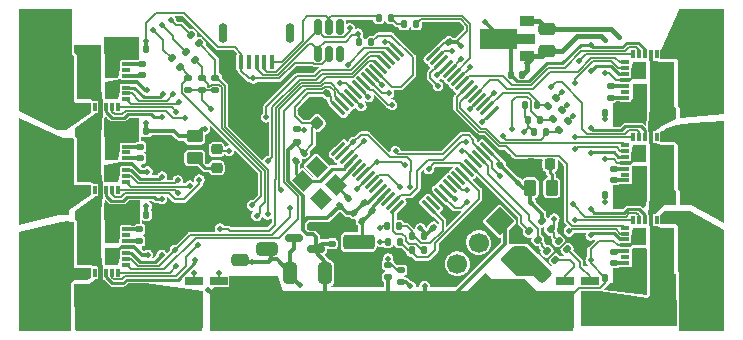
<source format=gbr>
%TF.GenerationSoftware,KiCad,Pcbnew,(6.0.5)*%
%TF.CreationDate,2022-09-09T17:06:15+01:00*%
%TF.ProjectId,ESC,4553432e-6b69-4636-9164-5f7063625858,rev?*%
%TF.SameCoordinates,Original*%
%TF.FileFunction,Copper,L1,Top*%
%TF.FilePolarity,Positive*%
%FSLAX46Y46*%
G04 Gerber Fmt 4.6, Leading zero omitted, Abs format (unit mm)*
G04 Created by KiCad (PCBNEW (6.0.5)) date 2022-09-09 17:06:15*
%MOMM*%
%LPD*%
G01*
G04 APERTURE LIST*
G04 Aperture macros list*
%AMRoundRect*
0 Rectangle with rounded corners*
0 $1 Rounding radius*
0 $2 $3 $4 $5 $6 $7 $8 $9 X,Y pos of 4 corners*
0 Add a 4 corners polygon primitive as box body*
4,1,4,$2,$3,$4,$5,$6,$7,$8,$9,$2,$3,0*
0 Add four circle primitives for the rounded corners*
1,1,$1+$1,$2,$3*
1,1,$1+$1,$4,$5*
1,1,$1+$1,$6,$7*
1,1,$1+$1,$8,$9*
0 Add four rect primitives between the rounded corners*
20,1,$1+$1,$2,$3,$4,$5,0*
20,1,$1+$1,$4,$5,$6,$7,0*
20,1,$1+$1,$6,$7,$8,$9,0*
20,1,$1+$1,$8,$9,$2,$3,0*%
%AMHorizOval*
0 Thick line with rounded ends*
0 $1 width*
0 $2 $3 position (X,Y) of the first rounded end (center of the circle)*
0 $4 $5 position (X,Y) of the second rounded end (center of the circle)*
0 Add line between two ends*
20,1,$1,$2,$3,$4,$5,0*
0 Add two circle primitives to create the rounded ends*
1,1,$1,$2,$3*
1,1,$1,$4,$5*%
%AMRotRect*
0 Rectangle, with rotation*
0 The origin of the aperture is its center*
0 $1 length*
0 $2 width*
0 $3 Rotation angle, in degrees counterclockwise*
0 Add horizontal line*
21,1,$1,$2,0,0,$3*%
%AMFreePoly0*
4,1,9,3.862500,-0.866500,0.737500,-0.866500,0.737500,-0.450000,-0.737500,-0.450000,-0.737500,0.450000,0.737500,0.450000,0.737500,0.866500,3.862500,0.866500,3.862500,-0.866500,3.862500,-0.866500,$1*%
G04 Aperture macros list end*
%TA.AperFunction,SMDPad,CuDef*%
%ADD10RoundRect,0.140000X0.170000X-0.140000X0.170000X0.140000X-0.170000X0.140000X-0.170000X-0.140000X0*%
%TD*%
%TA.AperFunction,SMDPad,CuDef*%
%ADD11RoundRect,0.140000X-0.170000X0.140000X-0.170000X-0.140000X0.170000X-0.140000X0.170000X0.140000X0*%
%TD*%
%TA.AperFunction,SMDPad,CuDef*%
%ADD12R,1.495000X2.950000*%
%TD*%
%TA.AperFunction,SMDPad,CuDef*%
%ADD13R,1.495000X0.700000*%
%TD*%
%TA.AperFunction,ComponentPad*%
%ADD14O,0.750000X1.650000*%
%TD*%
%TA.AperFunction,SMDPad,CuDef*%
%ADD15R,0.400000X1.200000*%
%TD*%
%TA.AperFunction,ComponentPad*%
%ADD16HorizOval,1.700000X0.000000X0.000000X0.000000X0.000000X0*%
%TD*%
%TA.AperFunction,ComponentPad*%
%ADD17RotRect,1.700000X1.700000X315.000000*%
%TD*%
%TA.AperFunction,SMDPad,CuDef*%
%ADD18RoundRect,0.135000X-0.226274X-0.035355X-0.035355X-0.226274X0.226274X0.035355X0.035355X0.226274X0*%
%TD*%
%TA.AperFunction,SMDPad,CuDef*%
%ADD19RoundRect,0.250000X-0.159099X0.512652X-0.512652X0.159099X0.159099X-0.512652X0.512652X-0.159099X0*%
%TD*%
%TA.AperFunction,SMDPad,CuDef*%
%ADD20RoundRect,0.135000X-0.185000X0.135000X-0.185000X-0.135000X0.185000X-0.135000X0.185000X0.135000X0*%
%TD*%
%TA.AperFunction,SMDPad,CuDef*%
%ADD21RoundRect,0.250000X-0.229810X0.689429X-0.689429X0.229810X0.229810X-0.689429X0.689429X-0.229810X0*%
%TD*%
%TA.AperFunction,SMDPad,CuDef*%
%ADD22RoundRect,0.135000X-0.135000X-0.185000X0.135000X-0.185000X0.135000X0.185000X-0.135000X0.185000X0*%
%TD*%
%TA.AperFunction,SMDPad,CuDef*%
%ADD23RoundRect,0.140000X-0.219203X-0.021213X-0.021213X-0.219203X0.219203X0.021213X0.021213X0.219203X0*%
%TD*%
%TA.AperFunction,SMDPad,CuDef*%
%ADD24RoundRect,0.140000X-0.140000X-0.170000X0.140000X-0.170000X0.140000X0.170000X-0.140000X0.170000X0*%
%TD*%
%TA.AperFunction,SMDPad,CuDef*%
%ADD25RoundRect,0.140000X0.140000X0.170000X-0.140000X0.170000X-0.140000X-0.170000X0.140000X-0.170000X0*%
%TD*%
%TA.AperFunction,SMDPad,CuDef*%
%ADD26RoundRect,0.250000X-0.325000X-0.650000X0.325000X-0.650000X0.325000X0.650000X-0.325000X0.650000X0*%
%TD*%
%TA.AperFunction,SMDPad,CuDef*%
%ADD27RoundRect,0.135000X0.135000X0.185000X-0.135000X0.185000X-0.135000X-0.185000X0.135000X-0.185000X0*%
%TD*%
%TA.AperFunction,SMDPad,CuDef*%
%ADD28RoundRect,0.250000X-0.475000X0.250000X-0.475000X-0.250000X0.475000X-0.250000X0.475000X0.250000X0*%
%TD*%
%TA.AperFunction,SMDPad,CuDef*%
%ADD29RoundRect,0.135000X-0.035355X0.226274X-0.226274X0.035355X0.035355X-0.226274X0.226274X-0.035355X0*%
%TD*%
%TA.AperFunction,SMDPad,CuDef*%
%ADD30RoundRect,0.135000X0.226274X0.035355X0.035355X0.226274X-0.226274X-0.035355X-0.035355X-0.226274X0*%
%TD*%
%TA.AperFunction,SMDPad,CuDef*%
%ADD31R,0.750000X0.350000*%
%TD*%
%TA.AperFunction,SMDPad,CuDef*%
%ADD32R,1.130000X1.420000*%
%TD*%
%TA.AperFunction,ComponentPad*%
%ADD33C,0.500000*%
%TD*%
%TA.AperFunction,SMDPad,CuDef*%
%ADD34R,0.350000X0.650000*%
%TD*%
%TA.AperFunction,SMDPad,CuDef*%
%ADD35R,1.130000X2.080000*%
%TD*%
%TA.AperFunction,SMDPad,CuDef*%
%ADD36R,2.020000X3.050000*%
%TD*%
%TA.AperFunction,SMDPad,CuDef*%
%ADD37R,0.350000X0.750000*%
%TD*%
%TA.AperFunction,SMDPad,CuDef*%
%ADD38R,1.150000X0.850000*%
%TD*%
%TA.AperFunction,SMDPad,CuDef*%
%ADD39R,0.350000X0.420000*%
%TD*%
%TA.AperFunction,SMDPad,CuDef*%
%ADD40R,0.420000X0.350000*%
%TD*%
%TA.AperFunction,SMDPad,CuDef*%
%ADD41R,1.350000X0.330000*%
%TD*%
%TA.AperFunction,SMDPad,CuDef*%
%ADD42R,0.330000X3.850000*%
%TD*%
%TA.AperFunction,SMDPad,CuDef*%
%ADD43RoundRect,0.250000X0.450000X-0.262500X0.450000X0.262500X-0.450000X0.262500X-0.450000X-0.262500X0*%
%TD*%
%TA.AperFunction,SMDPad,CuDef*%
%ADD44R,1.300000X0.900000*%
%TD*%
%TA.AperFunction,SMDPad,CuDef*%
%ADD45FreePoly0,180.000000*%
%TD*%
%TA.AperFunction,SMDPad,CuDef*%
%ADD46RoundRect,0.218750X0.218750X0.256250X-0.218750X0.256250X-0.218750X-0.256250X0.218750X-0.256250X0*%
%TD*%
%TA.AperFunction,SMDPad,CuDef*%
%ADD47RoundRect,0.140000X0.219203X0.021213X0.021213X0.219203X-0.219203X-0.021213X-0.021213X-0.219203X0*%
%TD*%
%TA.AperFunction,SMDPad,CuDef*%
%ADD48RoundRect,0.140000X-0.021213X0.219203X-0.219203X0.021213X0.021213X-0.219203X0.219203X-0.021213X0*%
%TD*%
%TA.AperFunction,SMDPad,CuDef*%
%ADD49RoundRect,0.150000X0.587500X0.150000X-0.587500X0.150000X-0.587500X-0.150000X0.587500X-0.150000X0*%
%TD*%
%TA.AperFunction,SMDPad,CuDef*%
%ADD50RoundRect,0.225000X-0.335876X-0.017678X-0.017678X-0.335876X0.335876X0.017678X0.017678X0.335876X0*%
%TD*%
%TA.AperFunction,SMDPad,CuDef*%
%ADD51RoundRect,0.150000X0.150000X-0.512500X0.150000X0.512500X-0.150000X0.512500X-0.150000X-0.512500X0*%
%TD*%
%TA.AperFunction,SMDPad,CuDef*%
%ADD52RoundRect,0.250000X-0.650000X0.325000X-0.650000X-0.325000X0.650000X-0.325000X0.650000X0.325000X0*%
%TD*%
%TA.AperFunction,SMDPad,CuDef*%
%ADD53RoundRect,0.140000X0.021213X-0.219203X0.219203X-0.021213X-0.021213X0.219203X-0.219203X0.021213X0*%
%TD*%
%TA.AperFunction,SMDPad,CuDef*%
%ADD54RoundRect,0.250000X0.262500X0.450000X-0.262500X0.450000X-0.262500X-0.450000X0.262500X-0.450000X0*%
%TD*%
%TA.AperFunction,SMDPad,CuDef*%
%ADD55RotRect,1.400000X1.200000X315.000000*%
%TD*%
%TA.AperFunction,SMDPad,CuDef*%
%ADD56RoundRect,0.218750X0.256250X-0.218750X0.256250X0.218750X-0.256250X0.218750X-0.256250X-0.218750X0*%
%TD*%
%TA.AperFunction,SMDPad,CuDef*%
%ADD57RoundRect,0.075000X-0.441942X-0.548008X0.548008X0.441942X0.441942X0.548008X-0.548008X-0.441942X0*%
%TD*%
%TA.AperFunction,SMDPad,CuDef*%
%ADD58RoundRect,0.075000X0.441942X-0.548008X0.548008X-0.441942X-0.441942X0.548008X-0.548008X0.441942X0*%
%TD*%
%TA.AperFunction,SMDPad,CuDef*%
%ADD59RoundRect,0.135000X0.185000X-0.135000X0.185000X0.135000X-0.185000X0.135000X-0.185000X-0.135000X0*%
%TD*%
%TA.AperFunction,SMDPad,CuDef*%
%ADD60RoundRect,0.250000X1.075000X-0.375000X1.075000X0.375000X-1.075000X0.375000X-1.075000X-0.375000X0*%
%TD*%
%TA.AperFunction,ViaPad*%
%ADD61C,0.500000*%
%TD*%
%TA.AperFunction,Conductor*%
%ADD62C,0.200000*%
%TD*%
%TA.AperFunction,Conductor*%
%ADD63C,0.250000*%
%TD*%
%TA.AperFunction,Conductor*%
%ADD64C,0.150000*%
%TD*%
%TA.AperFunction,Conductor*%
%ADD65C,0.450000*%
%TD*%
%TA.AperFunction,Conductor*%
%ADD66C,0.300000*%
%TD*%
%TA.AperFunction,Conductor*%
%ADD67C,0.127000*%
%TD*%
G04 APERTURE END LIST*
D10*
%TO.P,C21,1*%
%TO.N,Net-(C21-Pad1)*%
X148082000Y-97863600D03*
%TO.P,C21,2*%
%TO.N,Net-(C21-Pad2)*%
X148082000Y-96903600D03*
%TD*%
D11*
%TO.P,C20,1*%
%TO.N,Net-(C20-Pad1)*%
X188112400Y-112781200D03*
%TO.P,C20,2*%
%TO.N,Net-(C20-Pad2)*%
X188112400Y-113741200D03*
%TD*%
D10*
%TO.P,C19,1*%
%TO.N,Net-(C19-Pad1)*%
X147980400Y-104874000D03*
%TO.P,C19,2*%
%TO.N,Net-(C19-Pad2)*%
X147980400Y-103914000D03*
%TD*%
D11*
%TO.P,C18,2*%
%TO.N,Net-(C18-Pad2)*%
X188087000Y-106725600D03*
%TO.P,C18,1*%
%TO.N,Net-(C18-Pad1)*%
X188087000Y-105765600D03*
%TD*%
D10*
%TO.P,C17,1*%
%TO.N,Net-(C17-Pad1)*%
X147878800Y-111861600D03*
%TO.P,C17,2*%
%TO.N,Net-(C17-Pad2)*%
X147878800Y-110901600D03*
%TD*%
D11*
%TO.P,C16,1*%
%TO.N,Net-(C16-Pad1)*%
X187807600Y-98780600D03*
%TO.P,C16,2*%
%TO.N,Net-(C16-Pad2)*%
X187807600Y-99740600D03*
%TD*%
D12*
%TO.P,R22,1,1*%
%TO.N,GND*%
X154609800Y-117602000D03*
D13*
%TO.P,R22,2,2*%
%TO.N,/M2_SHUNT-*%
X154609800Y-115277000D03*
%TO.P,R22,3,3*%
%TO.N,/M2_SHUNT+*%
X152503800Y-115277000D03*
D12*
%TO.P,R22,4,4*%
%TO.N,/M2_PGND_preshunt*%
X152503800Y-117602000D03*
%TD*%
%TO.P,R21,1,1*%
%TO.N,/M1_PGND_preshunt*%
X186002000Y-117602000D03*
D13*
%TO.P,R21,2,2*%
%TO.N,/M1_SHUNT+*%
X186002000Y-115277000D03*
%TO.P,R21,3,3*%
%TO.N,/M1_SHUNT-*%
X183896000Y-115277000D03*
D12*
%TO.P,R21,4,4*%
%TO.N,GND*%
X183896000Y-117602000D03*
%TD*%
D14*
%TO.P,J1,*%
%TO.N,*%
X154985200Y-94239600D03*
X160635200Y-94239600D03*
D15*
%TO.P,J1,1,VBUS*%
%TO.N,/VBUS*%
X159110200Y-96739600D03*
%TO.P,J1,2,D-*%
%TO.N,USB_D-*%
X158460200Y-96739600D03*
%TO.P,J1,3,D+*%
%TO.N,USB_D+*%
X157810200Y-96739600D03*
%TO.P,J1,4,ID*%
%TO.N,unconnected-(J1-Pad4)*%
X157160200Y-96739600D03*
%TO.P,J1,5,GND*%
%TO.N,GND*%
X156510200Y-96739600D03*
%TD*%
D16*
%TO.P,J3,3,Pin_3*%
%TO.N,+5V*%
X174817498Y-113802702D03*
%TO.P,J3,2,Pin_2*%
%TO.N,PPM_IN*%
X176613549Y-112006651D03*
D17*
%TO.P,J3,1,Pin_1*%
%TO.N,GND*%
X178409600Y-110210600D03*
%TD*%
D18*
%TO.P,R11,1*%
%TO.N,2C*%
X150642376Y-96413376D03*
%TO.P,R11,2*%
%TO.N,2C_Vsense*%
X151363624Y-97134624D03*
%TD*%
D19*
%TO.P,C24,1*%
%TO.N,+BATT*%
X181864000Y-114554000D03*
%TO.P,C24,2*%
%TO.N,GND*%
X180520498Y-115897502D03*
%TD*%
D20*
%TO.P,R7,1*%
%TO.N,VDC_sense*%
X168942194Y-113911468D03*
%TO.P,R7,2*%
%TO.N,GND*%
X168942194Y-114931468D03*
%TD*%
D21*
%TO.P,C23,1*%
%TO.N,+BATT*%
X179501800Y-113690400D03*
%TO.P,C23,2*%
%TO.N,GND*%
X177415834Y-115776366D03*
%TD*%
D22*
%TO.P,R27,1*%
%TO.N,/M2_SHUNT-*%
X168908000Y-111937800D03*
%TO.P,R27,2*%
%TO.N,OPAMP1_VIN-*%
X169928000Y-111937800D03*
%TD*%
D23*
%TO.P,C11,1*%
%TO.N,+3V3*%
X172101189Y-110074389D03*
%TO.P,C11,2*%
%TO.N,GND*%
X172780011Y-110753211D03*
%TD*%
D24*
%TO.P,C27,1*%
%TO.N,+BATT*%
X147525800Y-102590600D03*
%TO.P,C27,2*%
%TO.N,GND*%
X148485800Y-102590600D03*
%TD*%
D20*
%TO.P,R16,1*%
%TO.N,2B_Vsense*%
X153162000Y-98092800D03*
%TO.P,R16,2*%
%TO.N,M2_COM*%
X153162000Y-99112800D03*
%TD*%
D25*
%TO.P,C22,1*%
%TO.N,+BATT*%
X188301400Y-115006200D03*
%TO.P,C22,2*%
%TO.N,GND*%
X187341400Y-115006200D03*
%TD*%
D26*
%TO.P,C14,1*%
%TO.N,+BATT*%
X160676800Y-114611100D03*
%TO.P,C14,2*%
%TO.N,GND*%
X163626800Y-114611100D03*
%TD*%
D27*
%TO.P,R14,1*%
%TO.N,1B_Vsense*%
X181787800Y-101650800D03*
%TO.P,R14,2*%
%TO.N,M1_COM*%
X180767800Y-101650800D03*
%TD*%
D20*
%TO.P,R8,1*%
%TO.N,/BOOT0*%
X161213800Y-102436200D03*
%TO.P,R8,2*%
%TO.N,GND*%
X161213800Y-103456200D03*
%TD*%
D28*
%TO.P,C29,1*%
%TO.N,+BATT*%
X156413200Y-113527800D03*
%TO.P,C29,2*%
%TO.N,GND*%
X156413200Y-115427800D03*
%TD*%
D29*
%TO.P,R17,1*%
%TO.N,1A*%
X184180424Y-101721976D03*
%TO.P,R17,2*%
%TO.N,1A_Vsense*%
X183459176Y-102443224D03*
%TD*%
D30*
%TO.P,R26,1*%
%TO.N,/M1_SHUNT-*%
X183113624Y-113466824D03*
%TO.P,R26,2*%
%TO.N,OPAMP3_VIN-*%
X182392376Y-112745576D03*
%TD*%
D27*
%TO.P,R18,1*%
%TO.N,1A_Vsense*%
X182321200Y-102641400D03*
%TO.P,R18,2*%
%TO.N,M1_COM*%
X181301200Y-102641400D03*
%TD*%
D23*
%TO.P,C13,1*%
%TO.N,+3V3*%
X173394172Y-94385846D03*
%TO.P,C13,2*%
%TO.N,GND*%
X174072994Y-95064668D03*
%TD*%
D31*
%TO.P,IC7,1,PWM*%
%TO.N,2C_Gate*%
X146773200Y-99885600D03*
%TO.P,IC7,2,ZCD_EN#*%
%TO.N,ZCD_EN#*%
X146773200Y-99385600D03*
%TO.P,IC7,3,VCIN*%
%TO.N,+5V*%
X146773200Y-98885600D03*
%TO.P,IC7,4,CGND*%
%TO.N,GND*%
X146773200Y-98385600D03*
D32*
X145533200Y-99170600D03*
D31*
%TO.P,IC7,5,BOOT*%
%TO.N,Net-(C21-Pad1)*%
X146773200Y-97885600D03*
%TO.P,IC7,6,N.C.*%
%TO.N,unconnected-(IC7-Pad6)*%
X146773200Y-97385600D03*
%TO.P,IC7,7,PHASE*%
%TO.N,Net-(C21-Pad2)*%
X146773200Y-96885600D03*
D33*
%TO.P,IC7,8,VIN*%
%TO.N,+BATT*%
X145821400Y-96352600D03*
D31*
X146773200Y-96385600D03*
D33*
X145262600Y-97020600D03*
D34*
X145593200Y-95655600D03*
D33*
X145821400Y-97673400D03*
D34*
X146093200Y-95655600D03*
X145093200Y-95655600D03*
D35*
X145533200Y-97020600D03*
D33*
%TO.P,IC7,12,PGND*%
%TO.N,/M2_PGND_preshunt*%
X143129000Y-98435400D03*
D34*
X142593200Y-95655600D03*
D36*
X143608200Y-97505600D03*
D34*
X143593200Y-95655600D03*
D33*
X144094200Y-97521000D03*
D37*
X144593200Y-100555600D03*
D33*
X144094200Y-96555800D03*
X144094200Y-98435400D03*
X143129000Y-97521000D03*
X143129000Y-96555800D03*
D34*
X144093200Y-95655600D03*
X143093200Y-95655600D03*
D33*
X143173200Y-99455600D03*
D38*
X143173200Y-99455600D03*
D39*
%TO.P,IC7,16,VSWH*%
%TO.N,2C*%
X143593200Y-100720600D03*
D40*
X141758200Y-99385600D03*
X141758200Y-99885600D03*
X141758200Y-96385600D03*
D39*
X142593200Y-100720600D03*
D41*
X143093200Y-100345600D03*
D40*
X141758200Y-97385600D03*
X141758200Y-96885600D03*
X141758200Y-97885600D03*
D39*
X143093200Y-100720600D03*
D40*
X141758200Y-98385600D03*
X141758200Y-98885600D03*
D42*
X142133200Y-98135600D03*
D37*
%TO.P,IC7,27,GL*%
%TO.N,unconnected-(IC7-Pad27)*%
X144093200Y-100555600D03*
%TO.P,IC7,29,VDRV*%
%TO.N,+5V*%
X145093200Y-100555600D03*
%TO.P,IC7,30,THWn*%
%TO.N,2C_THWn*%
X145593200Y-100555600D03*
%TO.P,IC7,31,DSBL#*%
%TO.N,EN*%
X146093200Y-100555600D03*
%TD*%
D31*
%TO.P,IC5,1,PWM*%
%TO.N,2B_Gate*%
X146773200Y-106885600D03*
%TO.P,IC5,2,ZCD_EN#*%
%TO.N,ZCD_EN#*%
X146773200Y-106385600D03*
%TO.P,IC5,3,VCIN*%
%TO.N,+5V*%
X146773200Y-105885600D03*
D32*
%TO.P,IC5,4,CGND*%
%TO.N,GND*%
X145533200Y-106170600D03*
D31*
X146773200Y-105385600D03*
%TO.P,IC5,5,BOOT*%
%TO.N,Net-(C19-Pad1)*%
X146773200Y-104885600D03*
%TO.P,IC5,6,N.C.*%
%TO.N,unconnected-(IC5-Pad6)*%
X146773200Y-104385600D03*
%TO.P,IC5,7,PHASE*%
%TO.N,Net-(C19-Pad2)*%
X146773200Y-103885600D03*
%TO.P,IC5,8,VIN*%
%TO.N,+BATT*%
X146773200Y-103385600D03*
D33*
X145262600Y-104020600D03*
D34*
X145093200Y-102655600D03*
X145593200Y-102655600D03*
D33*
X145821400Y-103352600D03*
D34*
X146093200Y-102655600D03*
D33*
X145821400Y-104673400D03*
D35*
X145533200Y-104020600D03*
D33*
%TO.P,IC5,12,PGND*%
%TO.N,/M2_PGND_preshunt*%
X143129000Y-104521000D03*
X143173200Y-106455600D03*
X144094200Y-104521000D03*
X144094200Y-105435400D03*
X144094200Y-103555800D03*
X143129000Y-105435400D03*
X143129000Y-103555800D03*
D34*
X143593200Y-102655600D03*
D36*
X143608200Y-104505600D03*
D34*
X142593200Y-102655600D03*
X144093200Y-102655600D03*
X143093200Y-102655600D03*
D38*
X143173200Y-106455600D03*
D37*
X144593200Y-107555600D03*
D39*
%TO.P,IC5,16,VSWH*%
%TO.N,2B*%
X143093200Y-107720600D03*
D40*
X141758200Y-106385600D03*
D42*
X142133200Y-105135600D03*
D41*
X143093200Y-107345600D03*
D40*
X141758200Y-106885600D03*
X141758200Y-104385600D03*
X141758200Y-103385600D03*
X141758200Y-103885600D03*
D39*
X142593200Y-107720600D03*
D40*
X141758200Y-105385600D03*
D39*
X143593200Y-107720600D03*
D40*
X141758200Y-104885600D03*
X141758200Y-105885600D03*
D37*
%TO.P,IC5,27,GL*%
%TO.N,unconnected-(IC5-Pad27)*%
X144093200Y-107555600D03*
%TO.P,IC5,29,VDRV*%
%TO.N,+5V*%
X145093200Y-107555600D03*
%TO.P,IC5,30,THWn*%
%TO.N,2B_THWn*%
X145593200Y-107555600D03*
%TO.P,IC5,31,DSBL#*%
%TO.N,EN*%
X146093200Y-107555600D03*
%TD*%
D22*
%TO.P,R24,1*%
%TO.N,/M2_SHUNT+*%
X168857200Y-110642400D03*
%TO.P,R24,2*%
%TO.N,OPAMP1_VIN+*%
X169877200Y-110642400D03*
%TD*%
D24*
%TO.P,C15,1*%
%TO.N,+5V*%
X179329202Y-97790000D03*
%TO.P,C15,2*%
%TO.N,GND*%
X180289202Y-97790000D03*
%TD*%
D43*
%TO.P,R4,1*%
%TO.N,Net-(D2-Pad1)*%
X152577800Y-104849300D03*
%TO.P,R4,2*%
%TO.N,GND*%
X152577800Y-103024300D03*
%TD*%
D25*
%TO.P,C26,1*%
%TO.N,+BATT*%
X188301400Y-108006200D03*
%TO.P,C26,2*%
%TO.N,GND*%
X187341400Y-108006200D03*
%TD*%
D28*
%TO.P,C1,1*%
%TO.N,+BATT*%
X182422803Y-93919000D03*
%TO.P,C1,2*%
%TO.N,GND*%
X182422803Y-95819000D03*
%TD*%
D22*
%TO.P,R1,1*%
%TO.N,/VBUS*%
X168169400Y-92989400D03*
%TO.P,R1,2*%
%TO.N,VBUS_sense*%
X169189400Y-92989400D03*
%TD*%
D18*
%TO.P,R23,1*%
%TO.N,GND*%
X181985976Y-110180176D03*
%TO.P,R23,2*%
%TO.N,OPAMP3_VIN+*%
X182707224Y-110901424D03*
%TD*%
D44*
%TO.P,U3,1,GND*%
%TO.N,GND*%
X180669202Y-96242004D03*
D45*
%TO.P,U3,2,VO*%
%TO.N,+5V*%
X180581702Y-94742004D03*
D44*
%TO.P,U3,3,VI*%
%TO.N,+BATT*%
X180669202Y-93242004D03*
%TD*%
D27*
%TO.P,R3,1*%
%TO.N,USB_pullup*%
X167540400Y-95046800D03*
%TO.P,R3,2*%
%TO.N,USB_D+*%
X166520400Y-95046800D03*
%TD*%
D46*
%TO.P,D1,1,K*%
%TO.N,Net-(D1-Pad1)*%
X182656900Y-105384600D03*
%TO.P,D1,2,A*%
%TO.N,+3V3*%
X181081900Y-105384600D03*
%TD*%
D47*
%TO.P,C3,1*%
%TO.N,+3.3VA*%
X166747362Y-110171147D03*
%TO.P,C3,2*%
%TO.N,GND*%
X166068540Y-109492325D03*
%TD*%
D48*
%TO.P,C12,1*%
%TO.N,+3V3*%
X179079211Y-104739651D03*
%TO.P,C12,2*%
%TO.N,GND*%
X178400389Y-105418473D03*
%TD*%
D18*
%TO.P,R29,1*%
%TO.N,OPAMP3_VOUT*%
X180893776Y-111043776D03*
%TO.P,R29,2*%
%TO.N,OPAMP3_VIN-*%
X181615024Y-111765024D03*
%TD*%
D31*
%TO.P,IC4,1,PWM*%
%TO.N,1B_Gate*%
X188996400Y-103751200D03*
%TO.P,IC4,2,ZCD_EN#*%
%TO.N,ZCD_EN#*%
X188996400Y-104251200D03*
%TO.P,IC4,3,VCIN*%
%TO.N,+5V*%
X188996400Y-104751200D03*
%TO.P,IC4,4,CGND*%
%TO.N,GND*%
X188996400Y-105251200D03*
D32*
X190236400Y-104466200D03*
D31*
%TO.P,IC4,5,BOOT*%
%TO.N,Net-(C18-Pad1)*%
X188996400Y-105751200D03*
%TO.P,IC4,6,N.C.*%
%TO.N,unconnected-(IC4-Pad6)*%
X188996400Y-106251200D03*
%TO.P,IC4,7,PHASE*%
%TO.N,Net-(C18-Pad2)*%
X188996400Y-106751200D03*
D34*
%TO.P,IC4,8,VIN*%
%TO.N,+BATT*%
X189676400Y-107981200D03*
D33*
X189948200Y-107284200D03*
D34*
X190676400Y-107981200D03*
D33*
X190507000Y-106616200D03*
D35*
X190236400Y-106616200D03*
D34*
X190176400Y-107981200D03*
D31*
X188996400Y-107251200D03*
D33*
X189948200Y-105963400D03*
D34*
%TO.P,IC4,12,PGND*%
%TO.N,/M1_PGND_preshunt*%
X191676400Y-107981200D03*
D38*
X192596400Y-104181200D03*
D33*
X192640600Y-107081000D03*
D34*
X192676400Y-107981200D03*
D33*
X192596400Y-104181200D03*
X191675400Y-107081000D03*
X192640600Y-105201400D03*
X191675400Y-105201400D03*
X192640600Y-106115800D03*
D34*
X192176400Y-107981200D03*
X193176400Y-107981200D03*
D36*
X192161400Y-106131200D03*
D33*
X191675400Y-106115800D03*
D37*
X191176400Y-103081200D03*
D40*
%TO.P,IC4,16,VSWH*%
%TO.N,1B*%
X194011400Y-104251200D03*
D42*
X193636400Y-105501200D03*
D40*
X194011400Y-104751200D03*
X194011400Y-106751200D03*
D39*
X192176400Y-102916200D03*
D40*
X194011400Y-107251200D03*
D39*
X193176400Y-102916200D03*
D41*
X192676400Y-103291200D03*
D40*
X194011400Y-103751200D03*
X194011400Y-105251200D03*
X194011400Y-106251200D03*
X194011400Y-105751200D03*
D39*
X192676400Y-102916200D03*
D37*
%TO.P,IC4,27,GL*%
%TO.N,unconnected-(IC4-Pad27)*%
X191676400Y-103081200D03*
%TO.P,IC4,29,VDRV*%
%TO.N,+5V*%
X190676400Y-103081200D03*
%TO.P,IC4,30,THWn*%
%TO.N,1B_THWn*%
X190176400Y-103081200D03*
%TO.P,IC4,31,DSBL#*%
%TO.N,EN*%
X189676400Y-103081200D03*
%TD*%
D25*
%TO.P,C25,1*%
%TO.N,+BATT*%
X188301400Y-101006200D03*
%TO.P,C25,2*%
%TO.N,GND*%
X187341400Y-101006200D03*
%TD*%
D49*
%TO.P,U1,1,GND*%
%TO.N,GND*%
X162839400Y-112566500D03*
%TO.P,U1,2,VO*%
%TO.N,+3V3*%
X162839400Y-110666500D03*
%TO.P,U1,3,VI*%
%TO.N,+BATT*%
X160964400Y-111616500D03*
%TD*%
D50*
%TO.P,C9,1*%
%TO.N,+3V3*%
X161826378Y-100801252D03*
%TO.P,C9,2*%
%TO.N,GND*%
X162922394Y-101897268D03*
%TD*%
D27*
%TO.P,R30,1*%
%TO.N,OPAMP1_VOUT*%
X171985400Y-112674400D03*
%TO.P,R30,2*%
%TO.N,OPAMP1_VIN-*%
X170965400Y-112674400D03*
%TD*%
D11*
%TO.P,C2,1*%
%TO.N,+3V3*%
X164185600Y-111136500D03*
%TO.P,C2,2*%
%TO.N,GND*%
X164185600Y-112096500D03*
%TD*%
D29*
%TO.P,R9,1*%
%TO.N,1C*%
X183189824Y-99740776D03*
%TO.P,R9,2*%
%TO.N,1C_Vsense*%
X182468576Y-100462024D03*
%TD*%
%TO.P,R13,1*%
%TO.N,1B*%
X183672424Y-100807576D03*
%TO.P,R13,2*%
%TO.N,1B_Vsense*%
X182951176Y-101528824D03*
%TD*%
D51*
%TO.P,U2,1,I/O1*%
%TO.N,USB_D+*%
X163007000Y-96006500D03*
%TO.P,U2,2,GND*%
%TO.N,GND*%
X163957000Y-96006500D03*
%TO.P,U2,3,I/O2*%
%TO.N,unconnected-(U2-Pad3)*%
X164907000Y-96006500D03*
%TO.P,U2,4,I/O3*%
%TO.N,unconnected-(U2-Pad4)*%
X164907000Y-93731500D03*
%TO.P,U2,5,VDD*%
%TO.N,/VBUS*%
X163957000Y-93731500D03*
%TO.P,U2,6,I/O4*%
%TO.N,USB_D-*%
X163007000Y-93731500D03*
%TD*%
D27*
%TO.P,R10,1*%
%TO.N,1C_Vsense*%
X181533800Y-100330000D03*
%TO.P,R10,2*%
%TO.N,M1_COM*%
X180513800Y-100330000D03*
%TD*%
D52*
%TO.P,C28,2*%
%TO.N,GND*%
X158673800Y-115470200D03*
%TO.P,C28,1*%
%TO.N,+BATT*%
X158673800Y-112520200D03*
%TD*%
D53*
%TO.P,C6,1*%
%TO.N,/OSC_IN*%
X161125972Y-105065290D03*
%TO.P,C6,2*%
%TO.N,GND*%
X161804794Y-104386468D03*
%TD*%
D31*
%TO.P,IC3,1,PWM*%
%TO.N,2A_Gate*%
X146773200Y-113885600D03*
%TO.P,IC3,2,ZCD_EN#*%
%TO.N,ZCD_EN#*%
X146773200Y-113385600D03*
%TO.P,IC3,3,VCIN*%
%TO.N,+5V*%
X146773200Y-112885600D03*
%TO.P,IC3,4,CGND*%
%TO.N,GND*%
X146773200Y-112385600D03*
D32*
X145533200Y-113170600D03*
D31*
%TO.P,IC3,5,BOOT*%
%TO.N,Net-(C17-Pad1)*%
X146773200Y-111885600D03*
%TO.P,IC3,6,N.C.*%
%TO.N,unconnected-(IC3-Pad6)*%
X146773200Y-111385600D03*
%TO.P,IC3,7,PHASE*%
%TO.N,Net-(C17-Pad2)*%
X146773200Y-110885600D03*
D33*
%TO.P,IC3,8,VIN*%
%TO.N,+BATT*%
X145821400Y-110352600D03*
D35*
X145533200Y-111020600D03*
D34*
X146093200Y-109655600D03*
D31*
X146773200Y-110385600D03*
D33*
X145821400Y-111673400D03*
D34*
X145593200Y-109655600D03*
D33*
X145262600Y-111020600D03*
D34*
X145093200Y-109655600D03*
D38*
%TO.P,IC3,12,PGND*%
%TO.N,/M2_PGND_preshunt*%
X143173200Y-113455600D03*
D33*
X143173200Y-113455600D03*
X143129000Y-112435400D03*
X144094200Y-110555800D03*
D34*
X143093200Y-109655600D03*
D33*
X143129000Y-111521000D03*
D34*
X143593200Y-109655600D03*
D33*
X144094200Y-112435400D03*
D34*
X142593200Y-109655600D03*
X144093200Y-109655600D03*
D37*
X144593200Y-114555600D03*
D36*
X143608200Y-111505600D03*
D33*
X143129000Y-110555800D03*
X144094200Y-111521000D03*
D40*
%TO.P,IC3,16,VSWH*%
%TO.N,2A*%
X141758200Y-112885600D03*
D39*
X143593200Y-114720600D03*
D40*
X141758200Y-110885600D03*
X141758200Y-110385600D03*
X141758200Y-113885600D03*
X141758200Y-111885600D03*
D39*
X143093200Y-114720600D03*
D40*
X141758200Y-112385600D03*
D39*
X142593200Y-114720600D03*
D41*
X143093200Y-114345600D03*
D42*
X142133200Y-112135600D03*
D40*
X141758200Y-113385600D03*
X141758200Y-111385600D03*
D37*
%TO.P,IC3,27,GL*%
%TO.N,unconnected-(IC3-Pad27)*%
X144093200Y-114555600D03*
%TO.P,IC3,29,VDRV*%
%TO.N,+5V*%
X145093200Y-114555600D03*
%TO.P,IC3,30,THWn*%
%TO.N,2A_THWn*%
X145593200Y-114555600D03*
%TO.P,IC3,31,DSBL#*%
%TO.N,EN*%
X146093200Y-114555600D03*
%TD*%
D48*
%TO.P,C7,1*%
%TO.N,/OSC_OUT*%
X165563994Y-108196468D03*
%TO.P,C7,2*%
%TO.N,GND*%
X164885172Y-108875290D03*
%TD*%
D54*
%TO.P,R5,1*%
%TO.N,Net-(D1-Pad1)*%
X182801900Y-107365800D03*
%TO.P,R5,2*%
%TO.N,GND*%
X180976900Y-107365800D03*
%TD*%
D27*
%TO.P,R28,1*%
%TO.N,GND*%
X171985400Y-111480600D03*
%TO.P,R28,2*%
%TO.N,OPAMP1_VIN+*%
X170965400Y-111480600D03*
%TD*%
D22*
%TO.P,R2,1*%
%TO.N,VBUS_sense*%
X170305000Y-93522800D03*
%TO.P,R2,2*%
%TO.N,GND*%
X171325000Y-93522800D03*
%TD*%
D31*
%TO.P,IC2,1,PWM*%
%TO.N,1A_Gate*%
X188996400Y-96751200D03*
%TO.P,IC2,2,ZCD_EN#*%
%TO.N,ZCD_EN#*%
X188996400Y-97251200D03*
%TO.P,IC2,3,VCIN*%
%TO.N,+5V*%
X188996400Y-97751200D03*
D32*
%TO.P,IC2,4,CGND*%
%TO.N,GND*%
X190236400Y-97466200D03*
D31*
X188996400Y-98251200D03*
%TO.P,IC2,5,BOOT*%
%TO.N,Net-(C16-Pad1)*%
X188996400Y-98751200D03*
%TO.P,IC2,6,N.C.*%
%TO.N,unconnected-(IC2-Pad6)*%
X188996400Y-99251200D03*
%TO.P,IC2,7,PHASE*%
%TO.N,Net-(C16-Pad2)*%
X188996400Y-99751200D03*
D33*
%TO.P,IC2,8,VIN*%
%TO.N,+BATT*%
X189948200Y-98963400D03*
X189948200Y-100284200D03*
D34*
X190176400Y-100981200D03*
D33*
X190507000Y-99616200D03*
D34*
X189676400Y-100981200D03*
D31*
X188996400Y-100251200D03*
D34*
X190676400Y-100981200D03*
D35*
X190236400Y-99616200D03*
D37*
%TO.P,IC2,12,PGND*%
%TO.N,/M1_PGND_preshunt*%
X191176400Y-96081200D03*
D34*
X192676400Y-100981200D03*
D33*
X192640600Y-100081000D03*
X191675400Y-98201400D03*
X191675400Y-100081000D03*
X192640600Y-98201400D03*
D36*
X192161400Y-99131200D03*
D33*
X192640600Y-99115800D03*
D34*
X192176400Y-100981200D03*
D38*
X192596400Y-97181200D03*
D34*
X193176400Y-100981200D03*
D33*
X192596400Y-97181200D03*
X191675400Y-99115800D03*
D34*
X191676400Y-100981200D03*
D41*
%TO.P,IC2,16,VSWH*%
%TO.N,1A*%
X192676400Y-96291200D03*
D40*
X194011400Y-97751200D03*
X194011400Y-100251200D03*
X194011400Y-99751200D03*
X194011400Y-98251200D03*
D42*
X193636400Y-98501200D03*
D40*
X194011400Y-96751200D03*
D39*
X193176400Y-95916200D03*
D40*
X194011400Y-99251200D03*
D39*
X192176400Y-95916200D03*
X192676400Y-95916200D03*
D40*
X194011400Y-97251200D03*
X194011400Y-98751200D03*
D37*
%TO.P,IC2,27,GL*%
%TO.N,unconnected-(IC2-Pad27)*%
X191676400Y-96081200D03*
%TO.P,IC2,29,VDRV*%
%TO.N,+5V*%
X190676400Y-96081200D03*
%TO.P,IC2,30,THWn*%
%TO.N,1A_THWn*%
X190176400Y-96081200D03*
%TO.P,IC2,31,DSBL#*%
%TO.N,EN*%
X189676400Y-96081200D03*
%TD*%
D31*
%TO.P,IC6,1,PWM*%
%TO.N,1C_Gate*%
X188996400Y-110751200D03*
%TO.P,IC6,2,ZCD_EN#*%
%TO.N,ZCD_EN#*%
X188996400Y-111251200D03*
%TO.P,IC6,3,VCIN*%
%TO.N,+5V*%
X188996400Y-111751200D03*
D32*
%TO.P,IC6,4,CGND*%
%TO.N,GND*%
X190236400Y-111466200D03*
D31*
X188996400Y-112251200D03*
%TO.P,IC6,5,BOOT*%
%TO.N,Net-(C20-Pad1)*%
X188996400Y-112751200D03*
%TO.P,IC6,6,N.C.*%
%TO.N,unconnected-(IC6-Pad6)*%
X188996400Y-113251200D03*
%TO.P,IC6,7,PHASE*%
%TO.N,Net-(C20-Pad2)*%
X188996400Y-113751200D03*
D33*
%TO.P,IC6,8,VIN*%
%TO.N,+BATT*%
X190507000Y-113616200D03*
D35*
X190236400Y-113616200D03*
D34*
X189676400Y-114981200D03*
D31*
X188996400Y-114251200D03*
D33*
X189948200Y-112963400D03*
D34*
X190676400Y-114981200D03*
X190176400Y-114981200D03*
D33*
X189948200Y-114284200D03*
%TO.P,IC6,12,PGND*%
%TO.N,/M1_PGND_preshunt*%
X192640600Y-114081000D03*
X192640600Y-112201400D03*
D34*
X193176400Y-114981200D03*
D33*
X191675400Y-114081000D03*
X192640600Y-113115800D03*
X192596400Y-111181200D03*
X191675400Y-112201400D03*
X191675400Y-113115800D03*
D38*
X192596400Y-111181200D03*
D37*
X191176400Y-110081200D03*
D34*
X192176400Y-114981200D03*
D36*
X192161400Y-113131200D03*
D34*
X191676400Y-114981200D03*
X192676400Y-114981200D03*
D39*
%TO.P,IC6,16,VSWH*%
%TO.N,1C*%
X192176400Y-109916200D03*
D40*
X194011400Y-111751200D03*
X194011400Y-110751200D03*
X194011400Y-113751200D03*
X194011400Y-112751200D03*
D39*
X192676400Y-109916200D03*
D40*
X194011400Y-113251200D03*
D42*
X193636400Y-112501200D03*
D40*
X194011400Y-112251200D03*
X194011400Y-111251200D03*
D39*
X193176400Y-109916200D03*
D41*
X192676400Y-110291200D03*
D40*
X194011400Y-114251200D03*
D37*
%TO.P,IC6,27,GL*%
%TO.N,unconnected-(IC6-Pad27)*%
X191676400Y-110081200D03*
%TO.P,IC6,29,VDRV*%
%TO.N,+5V*%
X190676400Y-110081200D03*
%TO.P,IC6,30,THWn*%
%TO.N,1C_THWn*%
X190176400Y-110081200D03*
%TO.P,IC6,31,DSBL#*%
%TO.N,EN*%
X189676400Y-110081200D03*
%TD*%
D24*
%TO.P,C30,1*%
%TO.N,+BATT*%
X147525800Y-95631000D03*
%TO.P,C30,2*%
%TO.N,GND*%
X148485800Y-95631000D03*
%TD*%
D55*
%TO.P,Y1,1,1*%
%TO.N,/OSC_IN*%
X161739478Y-106801514D03*
%TO.P,Y1,2*%
%TO.N,N/C*%
X163295113Y-108357149D03*
%TO.P,Y1,3,3*%
%TO.N,/OSC_OUT*%
X164497194Y-107155068D03*
%TO.P,Y1,4*%
%TO.N,N/C*%
X162941559Y-105599433D03*
%TD*%
D56*
%TO.P,D2,1,K*%
%TO.N,Net-(D2-Pad1)*%
X154432000Y-105689500D03*
%TO.P,D2,2,A*%
%TO.N,TEMP_ind*%
X154432000Y-104114500D03*
%TD*%
D18*
%TO.P,R15,1*%
%TO.N,2B*%
X151836176Y-95854576D03*
%TO.P,R15,2*%
%TO.N,2B_Vsense*%
X152557424Y-96575824D03*
%TD*%
%TO.P,R19,1*%
%TO.N,2A*%
X152242576Y-94432176D03*
%TO.P,R19,2*%
%TO.N,2A_Vsense*%
X152963824Y-95153424D03*
%TD*%
D47*
%TO.P,C8,1*%
%TO.N,+3.3VA*%
X167591506Y-109327002D03*
%TO.P,C8,2*%
%TO.N,GND*%
X166912684Y-108648180D03*
%TD*%
D57*
%TO.P,IC1,1,VBAT*%
%TO.N,+3V3*%
X164379119Y-103723181D03*
%TO.P,IC1,2,PC13*%
%TO.N,unconnected-(IC1-Pad2)*%
X164732672Y-104076734D03*
%TO.P,IC1,3,PC14/OSC32_IN*%
%TO.N,EN*%
X165086225Y-104430287D03*
%TO.P,IC1,4,PC15/OSC32__OUT*%
%TO.N,TEMP_ind*%
X165439779Y-104783841D03*
%TO.P,IC1,5,PF0/OSC_IN*%
%TO.N,/OSC_IN*%
X165793332Y-105137394D03*
%TO.P,IC1,6,PF1/OSC__OUT*%
%TO.N,/OSC_OUT*%
X166146886Y-105490948D03*
%TO.P,IC1,7,NRST*%
%TO.N,unconnected-(IC1-Pad7)*%
X166500439Y-105844501D03*
%TO.P,IC1,8,PC0*%
%TO.N,M2_COM*%
X166853992Y-106198054D03*
%TO.P,IC1,9,PC1*%
%TO.N,2C_Vsense*%
X167207546Y-106551608D03*
%TO.P,IC1,10,PC2*%
%TO.N,VDC_sense*%
X167561099Y-106905161D03*
%TO.P,IC1,11,PC3*%
%TO.N,unconnected-(IC1-Pad11)*%
X167914652Y-107258714D03*
%TO.P,IC1,12,VSSA/VREF-*%
%TO.N,GND*%
X168268206Y-107612268D03*
%TO.P,IC1,13,VDDA*%
%TO.N,+3.3VA*%
X168621759Y-107965821D03*
%TO.P,IC1,14,PA0*%
%TO.N,unconnected-(IC1-Pad14)*%
X168975313Y-108319375D03*
%TO.P,IC1,15,PA1*%
%TO.N,1A_Vsense*%
X169328866Y-108672928D03*
%TO.P,IC1,16,PA2*%
%TO.N,OPAMP1_VOUT*%
X169682419Y-109026481D03*
D58*
%TO.P,IC1,17,PA3*%
%TO.N,OPAMP1_VIN+*%
X172404781Y-109026481D03*
%TO.P,IC1,18,PF4*%
%TO.N,unconnected-(IC1-Pad18)*%
X172758334Y-108672928D03*
%TO.P,IC1,19,VDD_4*%
%TO.N,+3V3*%
X173111887Y-108319375D03*
%TO.P,IC1,20,PA4*%
%TO.N,M1_COM*%
X173465441Y-107965821D03*
%TO.P,IC1,21,PA5*%
%TO.N,OPAMP3_VIN+*%
X173818994Y-107612268D03*
%TO.P,IC1,22,PA6*%
%TO.N,unconnected-(IC1-Pad22)*%
X174172548Y-107258714D03*
%TO.P,IC1,23,PA7*%
%TO.N,1B_Vsense*%
X174526101Y-106905161D03*
%TO.P,IC1,24,PC4*%
%TO.N,unconnected-(IC1-Pad24)*%
X174879654Y-106551608D03*
%TO.P,IC1,25,PC5*%
%TO.N,OPAMP1_VIN-*%
X175233208Y-106198054D03*
%TO.P,IC1,26,PB0*%
%TO.N,2B_Vsense*%
X175586761Y-105844501D03*
%TO.P,IC1,27,PB1*%
%TO.N,OPAMP3_VOUT*%
X175940314Y-105490948D03*
%TO.P,IC1,28,PB2*%
%TO.N,M2_COM*%
X176293868Y-105137394D03*
%TO.P,IC1,29,PB10*%
%TO.N,OPAMP3_VIN-*%
X176647421Y-104783841D03*
%TO.P,IC1,30,PB11*%
%TO.N,ZCD_EN#*%
X177000975Y-104430287D03*
%TO.P,IC1,31,VSS_2*%
%TO.N,GND*%
X177354528Y-104076734D03*
%TO.P,IC1,32,VDD_2*%
%TO.N,+3V3*%
X177708081Y-103723181D03*
D57*
%TO.P,IC1,33,PB12*%
%TO.N,M2_COM*%
X177708081Y-101000819D03*
%TO.P,IC1,34,PB13*%
%TO.N,1C_Vsense*%
X177354528Y-100647266D03*
%TO.P,IC1,35,PB14*%
%TO.N,2A_Vsense*%
X177000975Y-100293713D03*
%TO.P,IC1,36,PB15*%
%TO.N,PPM_IN*%
X176647421Y-99940159D03*
%TO.P,IC1,37,PC6*%
%TO.N,1A_Gate*%
X176293868Y-99586606D03*
%TO.P,IC1,38,PC7*%
%TO.N,1B_Gate*%
X175940314Y-99233052D03*
%TO.P,IC1,39,PC8*%
%TO.N,1C_Gate*%
X175586761Y-98879499D03*
%TO.P,IC1,40,PC9*%
%TO.N,1A_THWn*%
X175233208Y-98525946D03*
%TO.P,IC1,41,PA8*%
%TO.N,1B_THWn*%
X174879654Y-98172392D03*
%TO.P,IC1,42,PA9*%
%TO.N,VBUS_sense*%
X174526101Y-97818839D03*
%TO.P,IC1,43,PA10*%
%TO.N,1C_THWn*%
X174172548Y-97465286D03*
%TO.P,IC1,44,PA11*%
%TO.N,USB_D-*%
X173818994Y-97111732D03*
%TO.P,IC1,45,PA12*%
%TO.N,USB_D+*%
X173465441Y-96758179D03*
%TO.P,IC1,46,PA13*%
%TO.N,SWDIO*%
X173111887Y-96404625D03*
%TO.P,IC1,47,VSS_3*%
%TO.N,GND*%
X172758334Y-96051072D03*
%TO.P,IC1,48,VDD_3*%
%TO.N,+3V3*%
X172404781Y-95697519D03*
D58*
%TO.P,IC1,49,PA14*%
%TO.N,SWCLK*%
X169682419Y-95697519D03*
%TO.P,IC1,50,PA15*%
%TO.N,I2C1_SCL*%
X169328866Y-96051072D03*
%TO.P,IC1,51,PC10*%
%TO.N,2C_THWn*%
X168975313Y-96404625D03*
%TO.P,IC1,52,PC11*%
%TO.N,2B_THWn*%
X168621759Y-96758179D03*
%TO.P,IC1,53,PC12*%
%TO.N,2A_THWn*%
X168268206Y-97111732D03*
%TO.P,IC1,54,PD2*%
%TO.N,USB_pullup*%
X167914652Y-97465286D03*
%TO.P,IC1,55,PB3*%
%TO.N,PWM_1*%
X167561099Y-97818839D03*
%TO.P,IC1,56,PB4*%
%TO.N,PWM_2*%
X167207546Y-98172392D03*
%TO.P,IC1,57,PB5*%
%TO.N,PWM_3*%
X166853992Y-98525946D03*
%TO.P,IC1,58,PB6*%
%TO.N,I2C1_SDA*%
X166500439Y-98879499D03*
%TO.P,IC1,59,PB7*%
%TO.N,2C_Gate*%
X166146886Y-99233052D03*
%TO.P,IC1,60,BOOT0*%
%TO.N,/BOOT0*%
X165793332Y-99586606D03*
%TO.P,IC1,61,PB8*%
%TO.N,2B_Gate*%
X165439779Y-99940159D03*
%TO.P,IC1,62,PB9*%
%TO.N,2A_Gate*%
X165086225Y-100293713D03*
%TO.P,IC1,63,VSS_1*%
%TO.N,GND*%
X164732672Y-100647266D03*
%TO.P,IC1,64,VDD_1*%
%TO.N,+3V3*%
X164379119Y-101000819D03*
%TD*%
D30*
%TO.P,R25,1*%
%TO.N,/M1_SHUNT+*%
X184104224Y-112577824D03*
%TO.P,R25,2*%
%TO.N,OPAMP3_VIN+*%
X183382976Y-111856576D03*
%TD*%
D59*
%TO.P,R6,1*%
%TO.N,+BATT*%
X170059794Y-115363268D03*
%TO.P,R6,2*%
%TO.N,VDC_sense*%
X170059794Y-114343268D03*
%TD*%
D60*
%TO.P,L1,1*%
%TO.N,+3V3*%
X166446200Y-114760200D03*
%TO.P,L1,2*%
%TO.N,+3.3VA*%
X166446200Y-111960200D03*
%TD*%
D20*
%TO.P,R12,1*%
%TO.N,2C_Vsense*%
X152044400Y-98092800D03*
%TO.P,R12,2*%
%TO.N,M2_COM*%
X152044400Y-99112800D03*
%TD*%
%TO.P,R20,1*%
%TO.N,2A_Vsense*%
X154330400Y-98092800D03*
%TO.P,R20,2*%
%TO.N,M2_COM*%
X154330400Y-99112800D03*
%TD*%
D53*
%TO.P,C10,1*%
%TO.N,+3V3*%
X163107172Y-100052279D03*
%TO.P,C10,2*%
%TO.N,GND*%
X163785994Y-99373457D03*
%TD*%
D24*
%TO.P,C31,1*%
%TO.N,+BATT*%
X147525800Y-109651800D03*
%TO.P,C31,2*%
%TO.N,GND*%
X148485800Y-109651800D03*
%TD*%
D61*
%TO.N,+3V3*%
X157048200Y-100584000D03*
X162636200Y-100660200D03*
X156903875Y-110140246D03*
%TO.N,GND*%
X157536560Y-98114440D03*
X179924758Y-106942842D03*
X153416000Y-102387400D03*
%TO.N,I2C1_SCL*%
X165531800Y-96951800D03*
%TO.N,I2C1_SDA*%
X167284400Y-99669600D03*
%TO.N,+3V3*%
X173532800Y-93599000D03*
%TO.N,SWDIO*%
X174396400Y-95808800D03*
%TO.N,SWCLK*%
X168706800Y-95021400D03*
%TO.N,+3V3*%
X173228000Y-103632000D03*
X165455600Y-110484794D03*
%TO.N,/M1_PGND_preshunt*%
X191693800Y-101803200D03*
X191592200Y-108864400D03*
%TO.N,PWM_1*%
X168452800Y-98704400D03*
%TO.N,PWM_2*%
X169011600Y-99390200D03*
%TO.N,PWM_3*%
X169265600Y-100330000D03*
%TO.N,+3V3*%
X167919400Y-113842800D03*
X171348400Y-109321600D03*
%TO.N,+5V*%
X186131200Y-95275400D03*
%TO.N,/M2_PGND_preshunt*%
X147472400Y-118516400D03*
X143611600Y-108915200D03*
X143560800Y-101904800D03*
X144373600Y-101600000D03*
X144449800Y-108508800D03*
X145338800Y-118364000D03*
X143179800Y-117856000D03*
X144449800Y-117348000D03*
X143154400Y-115849400D03*
X144424400Y-115671600D03*
%TO.N,TEMP_ind*%
X155448000Y-104241600D03*
%TO.N,+BATT*%
X159054800Y-113436400D03*
X157429200Y-113639600D03*
%TO.N,M2_COM*%
X167995600Y-105156000D03*
X153924000Y-100736400D03*
%TO.N,GND*%
X153720800Y-116027200D03*
%TO.N,+5V*%
X152603200Y-113461800D03*
%TO.N,2C_THWn*%
X151739600Y-101447600D03*
X158648400Y-101396800D03*
%TO.N,2C_Gate*%
X164896800Y-98501200D03*
%TO.N,+3V3*%
X165150800Y-101955600D03*
%TO.N,2B_THWn*%
X158800800Y-105105200D03*
X152958800Y-106680000D03*
%TO.N,EN*%
X166014400Y-103530400D03*
X170840400Y-107289600D03*
%TO.N,2A_THWn*%
X152857200Y-112217200D03*
X154711400Y-110845600D03*
%TO.N,ZCD_EN#*%
X169595800Y-104292400D03*
X160629600Y-109067600D03*
%TO.N,2B_Vsense*%
X157810200Y-109728000D03*
X172389800Y-105765600D03*
%TO.N,2C_Vsense*%
X166319200Y-107442000D03*
X157429200Y-108864400D03*
%TO.N,2A_Vsense*%
X158750000Y-109626400D03*
%TO.N,M2_COM*%
X170383200Y-105460800D03*
%TO.N,OPAMP3_VIN+*%
X174625000Y-108331000D03*
%TO.N,GND*%
X181051200Y-108635800D03*
%TO.N,OPAMP3_VIN+*%
X183007000Y-109982000D03*
%TO.N,2B_Gate*%
X152146000Y-107188000D03*
X159867600Y-107594400D03*
%TO.N,+BATT*%
X180009800Y-112699800D03*
X146481800Y-94894400D03*
X147345400Y-101854000D03*
X189026800Y-115011200D03*
X170840400Y-115722400D03*
X189052200Y-100812600D03*
X188391800Y-108813600D03*
X180924200Y-113842800D03*
X147370800Y-94894400D03*
X189026800Y-108026200D03*
X161493200Y-115646200D03*
X187934600Y-115798600D03*
X188722000Y-101676200D03*
X145592800Y-94894400D03*
X146786600Y-95656400D03*
X146761200Y-109753400D03*
X188518800Y-94615000D03*
X147396200Y-108839000D03*
X146761200Y-102641400D03*
X189788800Y-115874800D03*
%TO.N,GND*%
X186105800Y-113512600D03*
X148488400Y-101879400D03*
X148564600Y-99060000D03*
X187350400Y-97688400D03*
X175133000Y-95377000D03*
X187325000Y-94894400D03*
X187350400Y-101574600D03*
X172034200Y-115697000D03*
X171678600Y-110820200D03*
X180695600Y-96774000D03*
X148590000Y-113055400D03*
X148564600Y-106019600D03*
X187325000Y-104952800D03*
X148488400Y-94945200D03*
X148488400Y-108940600D03*
X187350400Y-108585000D03*
%TO.N,+3V3*%
X182448200Y-109220000D03*
%TO.N,+5V*%
X149783800Y-113055400D03*
X186105800Y-109194600D03*
X186131200Y-97510600D03*
X177190400Y-93370400D03*
X186105800Y-102311200D03*
X186105800Y-111404400D03*
X149809200Y-106426000D03*
X149860000Y-99415600D03*
X149809200Y-108331000D03*
X186105800Y-104470200D03*
X149834600Y-101396800D03*
%TO.N,TEMP_ind*%
X166878000Y-103378000D03*
%TO.N,VDC_sense*%
X168942194Y-113362901D03*
X169951400Y-107315000D03*
%TO.N,1A_Vsense*%
X178638200Y-102997000D03*
X175514000Y-103505000D03*
%TO.N,1B_Vsense*%
X175641000Y-107569000D03*
X179476400Y-102387400D03*
%TO.N,2A_Vsense*%
X177927000Y-99314000D03*
%TO.N,PPM_IN*%
X175869600Y-100711000D03*
%TO.N,USB_D-*%
X173075600Y-97840800D03*
X165709600Y-93878400D03*
%TO.N,USB_D+*%
X166395400Y-94335600D03*
X173177200Y-98755200D03*
%TO.N,ZCD_EN#*%
X150901400Y-112649000D03*
X178435000Y-106349800D03*
X184759600Y-98526600D03*
X184251600Y-111048800D03*
X184759600Y-104114600D03*
X150774400Y-99415600D03*
X151130000Y-106756200D03*
%TO.N,1A*%
X184607200Y-101295200D03*
X194640200Y-95910400D03*
%TO.N,EN*%
X151003000Y-100939600D03*
X151028400Y-113995200D03*
X184759600Y-103073200D03*
X185140600Y-96647000D03*
X184759600Y-110083600D03*
X151155400Y-107823000D03*
%TO.N,2A*%
X138226800Y-112242600D03*
X150545800Y-93141800D03*
%TO.N,1B*%
X195770500Y-102933500D03*
X184124600Y-100355400D03*
%TO.N,1B_THWn*%
X182778400Y-98856800D03*
X175844200Y-97180400D03*
%TO.N,2B*%
X149796500Y-93573600D03*
X139776200Y-103809800D03*
%TO.N,1C*%
X196621400Y-110921800D03*
X183642000Y-99288600D03*
%TO.N,1C_THWn*%
X175133000Y-96494600D03*
X184581800Y-108737400D03*
%TO.N,2C_Gate*%
X151231600Y-100101400D03*
%TO.N,2C*%
X149047200Y-94005400D03*
X140690600Y-96977200D03*
%TO.N,M1_COM*%
X180416200Y-102641400D03*
X175641000Y-108585000D03*
%TO.N,M2_COM*%
X175183800Y-104292400D03*
X176911000Y-101803200D03*
%TO.N,/BOOT0*%
X166674800Y-100457000D03*
X161823400Y-102463600D03*
%TO.N,/M1_PGND_preshunt*%
X191135000Y-118338600D03*
X192481200Y-117348000D03*
X189661800Y-117424200D03*
X191693800Y-116230400D03*
X187909200Y-118440200D03*
%TO.N,/M2_SHUNT+*%
X168300400Y-110769400D03*
X152501600Y-114579400D03*
%TO.N,/M2_SHUNT-*%
X154609800Y-114579400D03*
X168300400Y-111937800D03*
%TD*%
D62*
%TO.N,/M2_SHUNT+*%
X168857200Y-110642400D02*
X168427400Y-110642400D01*
X168427400Y-110642400D02*
X168300400Y-110769400D01*
D63*
%TO.N,+3V3*%
X165455600Y-110484794D02*
X165273894Y-110666500D01*
X165273894Y-110666500D02*
X162839400Y-110666500D01*
D64*
%TO.N,2A_THWn*%
X167797232Y-96640758D02*
X168268206Y-97111732D01*
X167358172Y-96640758D02*
X167797232Y-96640758D01*
X166015756Y-97983174D02*
X167358172Y-96640758D01*
X163670763Y-97983174D02*
X166015756Y-97983174D01*
X163161168Y-98492769D02*
X163670763Y-97983174D01*
X161567773Y-98492769D02*
X163161168Y-98492769D01*
X159432920Y-100627622D02*
X161567773Y-98492769D01*
X159432920Y-106606680D02*
X159432920Y-100627622D01*
X159359600Y-106680000D02*
X159432920Y-106606680D01*
X158851600Y-110998000D02*
X159359600Y-110490000D01*
X155397200Y-110845600D02*
X155549600Y-110998000D01*
X159359600Y-110490000D02*
X159359600Y-106680000D01*
X154711400Y-110845600D02*
X155397200Y-110845600D01*
X155549600Y-110998000D02*
X158851600Y-110998000D01*
D65*
%TO.N,GND*%
X181999801Y-96242001D02*
X182422803Y-95819001D01*
X181227599Y-96242001D02*
X181999801Y-96242001D01*
X180695600Y-97383604D02*
X180289202Y-97790002D01*
X180695600Y-96774000D02*
X180695600Y-97383604D01*
X180695600Y-96774000D02*
X181227599Y-96242001D01*
D64*
%TO.N,EN*%
X185706400Y-96081200D02*
X189676400Y-96081200D01*
X185140600Y-96647000D02*
X185706400Y-96081200D01*
%TO.N,1B_THWn*%
X183184800Y-98450400D02*
X182778400Y-98856800D01*
X183667400Y-98450400D02*
X183184800Y-98450400D01*
X185394600Y-102412800D02*
X185394600Y-100177600D01*
X189315578Y-102489000D02*
X189010778Y-102793800D01*
X189992000Y-102489000D02*
X189315578Y-102489000D01*
X185775600Y-102793800D02*
X185394600Y-102412800D01*
X185394600Y-100177600D02*
X183667400Y-98450400D01*
X190176400Y-102673400D02*
X189992000Y-102489000D01*
X190176400Y-103081200D02*
X190176400Y-102673400D01*
X189010778Y-102793800D02*
X185775600Y-102793800D01*
D66*
%TO.N,Net-(C20-Pad2)*%
X188996400Y-113751200D02*
X188122400Y-113751200D01*
X188122400Y-113751200D02*
X188112400Y-113741200D01*
%TO.N,Net-(C20-Pad1)*%
X188142400Y-112751200D02*
X188112400Y-112781200D01*
X188996400Y-112751200D02*
X188142400Y-112751200D01*
%TO.N,Net-(C18-Pad2)*%
X188112600Y-106751200D02*
X188087000Y-106725600D01*
X188996400Y-106751200D02*
X188112600Y-106751200D01*
%TO.N,Net-(C18-Pad1)*%
X188101400Y-105751200D02*
X188087000Y-105765600D01*
X188996400Y-105751200D02*
X188101400Y-105751200D01*
%TO.N,Net-(C16-Pad2)*%
X187818200Y-99751200D02*
X187807600Y-99740600D01*
X188996400Y-99751200D02*
X187818200Y-99751200D01*
%TO.N,Net-(C16-Pad1)*%
X187837000Y-98751200D02*
X187807600Y-98780600D01*
X188996400Y-98751200D02*
X187837000Y-98751200D01*
%TO.N,Net-(C17-Pad2)*%
X146789200Y-110901600D02*
X146773200Y-110885600D01*
X147878800Y-110901600D02*
X146789200Y-110901600D01*
%TO.N,Net-(C17-Pad1)*%
X146797200Y-111861600D02*
X146773200Y-111885600D01*
X147878800Y-111861600D02*
X146797200Y-111861600D01*
%TO.N,Net-(C21-Pad2)*%
X148064000Y-96885600D02*
X148082000Y-96903600D01*
X146773200Y-96885600D02*
X148064000Y-96885600D01*
%TO.N,Net-(C21-Pad1)*%
X148060000Y-97885600D02*
X148082000Y-97863600D01*
X146773200Y-97885600D02*
X148060000Y-97885600D01*
%TO.N,Net-(C19-Pad1)*%
X146773200Y-104885600D02*
X147968800Y-104885600D01*
X147968800Y-104885600D02*
X147980400Y-104874000D01*
%TO.N,Net-(C19-Pad2)*%
X147952000Y-103885600D02*
X147980400Y-103914000D01*
X146773200Y-103885600D02*
X147952000Y-103885600D01*
D63*
%TO.N,+3V3*%
X162636200Y-100660200D02*
X162636200Y-100523251D01*
X162636200Y-100523251D02*
X163107172Y-100052279D01*
X162636200Y-100660200D02*
X162495148Y-100801252D01*
X162495148Y-100801252D02*
X161826378Y-100801252D01*
D64*
%TO.N,2B_Vsense*%
X158064200Y-109474000D02*
X157810200Y-109728000D01*
X158064200Y-108991400D02*
X158064200Y-109474000D01*
X158496000Y-108559600D02*
X158064200Y-108991400D01*
X158496000Y-105969253D02*
X158496000Y-108559600D01*
X154851920Y-102325173D02*
X158496000Y-105969253D01*
X154851920Y-98838409D02*
X154851920Y-102325173D01*
X154654791Y-98641280D02*
X154851920Y-98838409D01*
X153681391Y-98836280D02*
X153811009Y-98836280D01*
X154006009Y-98641280D02*
X154654791Y-98641280D01*
X153672000Y-98602800D02*
X153672000Y-98826889D01*
X153811009Y-98836280D02*
X154006009Y-98641280D01*
X153162000Y-98092800D02*
X153672000Y-98602800D01*
X153672000Y-98826889D02*
X153681391Y-98836280D01*
%TO.N,PWM_3*%
X167386000Y-99060000D02*
X166853992Y-98527992D01*
X168974096Y-100330000D02*
X167704096Y-99060000D01*
X169265600Y-100330000D02*
X168974096Y-100330000D01*
X167704096Y-99060000D02*
X167386000Y-99060000D01*
X166853992Y-98527992D02*
X166853992Y-98525946D01*
%TO.N,GND*%
X157536560Y-98114440D02*
X159731018Y-98114440D01*
D66*
X179924758Y-106942842D02*
X178400389Y-105418473D01*
X153214700Y-102387400D02*
X152577800Y-103024300D01*
X153416000Y-102387400D02*
X153214700Y-102387400D01*
X174820668Y-95064668D02*
X174072994Y-95064668D01*
X175133000Y-95377000D02*
X174820668Y-95064668D01*
D64*
%TO.N,I2C1_SCL*%
X166903503Y-95580097D02*
X165531800Y-96951800D01*
X167245659Y-95580097D02*
X166903503Y-95580097D01*
X169328866Y-96049866D02*
X169328866Y-96051072D01*
X167245659Y-95580097D02*
X168859097Y-95580097D01*
X168859097Y-95580097D02*
X169328866Y-96049866D01*
%TO.N,I2C1_SDA*%
X166500439Y-98885639D02*
X167284400Y-99669600D01*
X166500439Y-98879499D02*
X166500439Y-98885639D01*
%TO.N,PWM_2*%
X169011600Y-99390200D02*
X168425354Y-99390200D01*
X168425354Y-99390200D02*
X167207546Y-98172392D01*
D63*
%TO.N,+3V3*%
X173394172Y-93737628D02*
X173532800Y-93599000D01*
X173394172Y-94385846D02*
X173394172Y-93737628D01*
D64*
%TO.N,SWDIO*%
X173710600Y-95808800D02*
X174396400Y-95808800D01*
X173114775Y-96404625D02*
X173532800Y-95986600D01*
X173532800Y-95986600D02*
X173710600Y-95808800D01*
X173111887Y-96404625D02*
X173114775Y-96404625D01*
%TO.N,GND*%
X171759680Y-93088120D02*
X171325000Y-93522800D01*
X175094662Y-93088120D02*
X171759680Y-93088120D01*
X175643880Y-93637338D02*
X175094662Y-93088120D01*
X175643880Y-94078720D02*
X175643880Y-93637338D01*
X174657932Y-95064668D02*
X175643880Y-94078720D01*
X174072994Y-95064668D02*
X174657932Y-95064668D01*
%TO.N,VBUS_sense*%
X169367200Y-92811600D02*
X169189400Y-92989400D01*
X175920400Y-96418400D02*
X175920400Y-93522800D01*
X175209200Y-92811600D02*
X169367200Y-92811600D01*
X174526101Y-97812699D02*
X175920400Y-96418400D01*
X175920400Y-93522800D02*
X175209200Y-92811600D01*
X174526101Y-97818839D02*
X174526101Y-97812699D01*
%TO.N,SWCLK*%
X169011600Y-95021400D02*
X168706800Y-95021400D01*
X169341800Y-95351600D02*
X169011600Y-95021400D01*
X169682419Y-95692219D02*
X169341800Y-95351600D01*
X169682419Y-95697519D02*
X169682419Y-95692219D01*
%TO.N,USB_pullup*%
X168099200Y-94488000D02*
X167540400Y-95046800D01*
X169214800Y-94488000D02*
X168099200Y-94488000D01*
X171043600Y-97836230D02*
X171043600Y-96316800D01*
X171043600Y-96316800D02*
X169214800Y-94488000D01*
X167924886Y-97465286D02*
X169316400Y-98856800D01*
X169316400Y-98856800D02*
X170023030Y-98856800D01*
X167914652Y-97465286D02*
X167924886Y-97465286D01*
X170023030Y-98856800D02*
X171043600Y-97836230D01*
%TO.N,USB_D+*%
X166497000Y-95023400D02*
X166520400Y-95046800D01*
X166497000Y-94437200D02*
X166497000Y-95023400D01*
X166395400Y-94335600D02*
X166497000Y-94437200D01*
X166286689Y-94444311D02*
X166261289Y-94444311D01*
X166395400Y-94335600D02*
X166286689Y-94444311D01*
%TO.N,USB_D-*%
X163556520Y-94595520D02*
X163007000Y-94046000D01*
X165202604Y-94595520D02*
X163556520Y-94595520D01*
X165709600Y-94088524D02*
X165202604Y-94595520D01*
X165709600Y-93878400D02*
X165709600Y-94088524D01*
X163007000Y-94046000D02*
X163007000Y-93731500D01*
D66*
%TO.N,+BATT*%
X161493200Y-115646200D02*
X160676800Y-114829800D01*
X160676800Y-114829800D02*
X160676800Y-114611100D01*
D63*
%TO.N,+5V*%
X148915240Y-115158640D02*
X148747360Y-115158640D01*
X148916520Y-115159920D02*
X148915240Y-115158640D01*
X151138250Y-115159920D02*
X148916520Y-115159920D01*
X152603200Y-113461800D02*
X152603200Y-113694970D01*
X152603200Y-113694970D02*
X151138250Y-115159920D01*
%TO.N,+3V3*%
X174650400Y-102209600D02*
X174650400Y-101142800D01*
X173228000Y-103632000D02*
X174650400Y-102209600D01*
D64*
%TO.N,ZCD_EN#*%
X176174400Y-103606600D02*
X176998087Y-104430287D01*
X175183800Y-102946200D02*
X175768000Y-102946200D01*
X173634400Y-104495600D02*
X175183800Y-102946200D01*
X169799000Y-104495600D02*
X173634400Y-104495600D01*
X175768000Y-102946200D02*
X176174400Y-103352600D01*
X169595800Y-104292400D02*
X169799000Y-104495600D01*
X176174400Y-103352600D02*
X176174400Y-103606600D01*
X176998087Y-104430287D02*
X177000975Y-104430287D01*
%TO.N,1A_Vsense*%
X172313600Y-105029000D02*
X171424600Y-105918000D01*
X173634400Y-105029000D02*
X172313600Y-105029000D01*
X175158400Y-103505000D02*
X173634400Y-105029000D01*
X175514000Y-103505000D02*
X175158400Y-103505000D01*
D63*
%TO.N,+3V3*%
X174650400Y-101142800D02*
X171424600Y-97917000D01*
X176530000Y-103022400D02*
X174650400Y-101142800D01*
D64*
%TO.N,EN*%
X166674800Y-102870000D02*
X166014400Y-103530400D01*
X169113200Y-104775000D02*
X167208200Y-102870000D01*
X170561000Y-104775000D02*
X169113200Y-104775000D01*
X170891200Y-105994200D02*
X170891200Y-105105200D01*
X170891200Y-105105200D02*
X170561000Y-104775000D01*
X167208200Y-102870000D02*
X166674800Y-102870000D01*
X170840400Y-106045000D02*
X170891200Y-105994200D01*
X170840400Y-107289600D02*
X170840400Y-106045000D01*
%TO.N,1A_Vsense*%
X170840400Y-108000800D02*
X170000994Y-108000800D01*
X171424600Y-105918000D02*
X171424600Y-107416600D01*
X171424600Y-107416600D02*
X170840400Y-108000800D01*
X170000994Y-108000800D02*
X169328866Y-108672928D01*
%TO.N,2B_Vsense*%
X175586761Y-105838361D02*
X175586761Y-105844501D01*
X172847000Y-105308400D02*
X175056800Y-105308400D01*
X175056800Y-105308400D02*
X175586761Y-105838361D01*
X172389800Y-105765600D02*
X172847000Y-105308400D01*
%TO.N,VDC_sense*%
X168167260Y-106299000D02*
X167561099Y-106905161D01*
X169951400Y-107315000D02*
X168935400Y-106299000D01*
X168935400Y-106299000D02*
X168167260Y-106299000D01*
D63*
%TO.N,+3V3*%
X167363600Y-113842800D02*
X166446200Y-114760200D01*
X167919400Y-113842800D02*
X167363600Y-113842800D01*
X183642000Y-111277400D02*
X184162700Y-111798100D01*
X183667400Y-110896400D02*
X183642000Y-110921800D01*
X183642000Y-110921800D02*
X183642000Y-111277400D01*
X183667400Y-109702600D02*
X183667400Y-110896400D01*
X183184800Y-109220000D02*
X183667400Y-109702600D01*
X182448200Y-109220000D02*
X183184800Y-109220000D01*
D67*
X184162700Y-111798100D02*
X183311800Y-112649000D01*
X183210200Y-112649000D02*
X182448200Y-113411000D01*
X183311800Y-112649000D02*
X183210200Y-112649000D01*
D64*
%TO.N,PWM_1*%
X167567239Y-97818839D02*
X168452800Y-98704400D01*
X167561099Y-97818839D02*
X167567239Y-97818839D01*
D63*
%TO.N,+3V3*%
X168402000Y-101955600D02*
X165150800Y-101955600D01*
X171424600Y-98933000D02*
X168402000Y-101955600D01*
X171424600Y-97917000D02*
X171424600Y-98933000D01*
%TO.N,+5V*%
X186333960Y-95478160D02*
X186131200Y-95275400D01*
X185242200Y-95275400D02*
X186131200Y-95275400D01*
D64*
%TO.N,M1_COM*%
X174592620Y-109093000D02*
X173465441Y-107965821D01*
X175133000Y-109093000D02*
X174592620Y-109093000D01*
X175641000Y-108585000D02*
X175133000Y-109093000D01*
%TO.N,M2_COM*%
X175448874Y-104292400D02*
X176293868Y-105137394D01*
X175183800Y-104292400D02*
X175448874Y-104292400D01*
D66*
%TO.N,GND*%
X150850600Y-102590600D02*
X148485800Y-102590600D01*
X151284300Y-103024300D02*
X150850600Y-102590600D01*
X152577800Y-103024300D02*
X151284300Y-103024300D01*
D63*
%TO.N,Net-(D2-Pad1)*%
X153418000Y-105689500D02*
X152577800Y-104849300D01*
X154432000Y-105689500D02*
X153418000Y-105689500D01*
D64*
%TO.N,TEMP_ind*%
X154559100Y-104241600D02*
X154432000Y-104114500D01*
X155448000Y-104241600D02*
X154559100Y-104241600D01*
D66*
%TO.N,+BATT*%
X159502100Y-113436400D02*
X160676800Y-114611100D01*
X159054800Y-113436400D02*
X159502100Y-113436400D01*
X158851600Y-113639600D02*
X159054800Y-113436400D01*
X157429200Y-113639600D02*
X158851600Y-113639600D01*
X157429200Y-113639600D02*
X156525000Y-113639600D01*
X156525000Y-113639600D02*
X156413200Y-113527800D01*
X159054800Y-113436400D02*
X159054800Y-112901200D01*
X159054800Y-112901200D02*
X158673800Y-112520200D01*
D64*
%TO.N,M2_COM*%
X167896046Y-105156000D02*
X167463223Y-105588823D01*
X170078400Y-105156000D02*
X167896046Y-105156000D01*
X170383200Y-105460800D02*
X170078400Y-105156000D01*
X167463223Y-105586777D02*
X167463223Y-105588823D01*
X167995600Y-105156000D02*
X167894000Y-105156000D01*
X153162000Y-99974400D02*
X153924000Y-100736400D01*
X167894000Y-105156000D02*
X167463223Y-105586777D01*
X153162000Y-99112800D02*
X153162000Y-99974400D01*
X167463223Y-105588823D02*
X166853992Y-106198054D01*
%TO.N,TEMP_ind*%
X165472159Y-104783841D02*
X166878000Y-103378000D01*
X165439779Y-104783841D02*
X165472159Y-104783841D01*
%TO.N,EN*%
X165986112Y-103530400D02*
X165086225Y-104430287D01*
X166014400Y-103530400D02*
X165986112Y-103530400D01*
%TO.N,2C_Vsense*%
X151522880Y-99387191D02*
X151522880Y-98614320D01*
X158191200Y-106055511D02*
X151522880Y-99387191D01*
X158191200Y-108102400D02*
X158191200Y-106055511D01*
X151522880Y-98614320D02*
X152044400Y-98092800D01*
X157429200Y-108864400D02*
X158191200Y-108102400D01*
%TO.N,2A_Vsense*%
X155128440Y-102210635D02*
X155128440Y-98723871D01*
X158800800Y-105882995D02*
X155128440Y-102210635D01*
X155128440Y-98723871D02*
X154497369Y-98092800D01*
X158800800Y-109575600D02*
X158800800Y-105882995D01*
X154497369Y-98092800D02*
X154330400Y-98092800D01*
X158750000Y-109626400D02*
X158800800Y-109575600D01*
%TO.N,2B_Gate*%
X165439779Y-99933179D02*
X165439779Y-99940159D01*
X164744400Y-99237800D02*
X165439779Y-99933179D01*
X164744400Y-99151542D02*
X164744400Y-99237800D01*
X164129072Y-98536214D02*
X164744400Y-99151542D01*
X163270791Y-98774204D02*
X163508781Y-98536214D01*
X159709440Y-100742160D02*
X161677396Y-98774204D01*
X159709440Y-107436240D02*
X159709440Y-100742160D01*
X163508781Y-98536214D02*
X164129072Y-98536214D01*
X159867600Y-107594400D02*
X159709440Y-107436240D01*
X161677396Y-98774204D02*
X163270791Y-98774204D01*
%TO.N,ZCD_EN#*%
X152193920Y-111356480D02*
X150901400Y-112649000D01*
X160629600Y-109829600D02*
X159102720Y-111356480D01*
X160629600Y-109067600D02*
X160629600Y-109829600D01*
X159102720Y-111356480D02*
X152193920Y-111356480D01*
%TO.N,2A_Gate*%
X165063713Y-100293713D02*
X165086225Y-100293713D01*
X164414200Y-99644200D02*
X165063713Y-100293713D01*
X164414200Y-99212400D02*
X164414200Y-99644200D01*
X164014534Y-98812734D02*
X164414200Y-99212400D01*
X163623319Y-98812734D02*
X164014534Y-98812734D01*
X161959676Y-99050724D02*
X163385329Y-99050724D01*
X160121600Y-100888800D02*
X161959676Y-99050724D01*
X160121600Y-106920346D02*
X160121600Y-100888800D01*
X163385329Y-99050724D02*
X163623319Y-98812734D01*
X161290000Y-110032800D02*
X161290000Y-108088746D01*
X152654000Y-111633000D02*
X159689800Y-111633000D01*
X147166680Y-114279080D02*
X150007920Y-114279080D01*
X159689800Y-111633000D02*
X161290000Y-110032800D01*
X161290000Y-108088746D02*
X160121600Y-106920346D01*
X146773200Y-113885600D02*
X147166680Y-114279080D01*
X150007920Y-114279080D02*
X152654000Y-111633000D01*
D66*
%TO.N,GND*%
X161728570Y-108030192D02*
X160490249Y-106791871D01*
X160490249Y-106791871D02*
X160490249Y-104179751D01*
X161728570Y-110330830D02*
X161728570Y-108030192D01*
X160490249Y-104179751D02*
X161213800Y-103456200D01*
D64*
%TO.N,2B_THWn*%
X168078780Y-96215200D02*
X168621759Y-96758179D01*
X167392672Y-96215200D02*
X168078780Y-96215200D01*
X165901218Y-97706654D02*
X167392672Y-96215200D01*
X162864800Y-98216249D02*
X163374395Y-97706654D01*
X161453235Y-98216249D02*
X162864800Y-98216249D01*
X163374395Y-97706654D02*
X165901218Y-97706654D01*
X159156400Y-104749600D02*
X159156400Y-100513084D01*
X158800800Y-105105200D02*
X159156400Y-104749600D01*
X159156400Y-100513084D02*
X161453235Y-98216249D01*
%TO.N,2C_THWn*%
X168947025Y-96404625D02*
X168975313Y-96404625D01*
X168452800Y-95910400D02*
X168947025Y-96404625D01*
X167306414Y-95910400D02*
X168452800Y-95910400D01*
X165786680Y-97430134D02*
X167306414Y-95910400D01*
X161241871Y-97939729D02*
X162750262Y-97939729D01*
X158648400Y-100533200D02*
X161241871Y-97939729D01*
X162750262Y-97939729D02*
X163259857Y-97430134D01*
X158648400Y-101396800D02*
X158648400Y-100533200D01*
X163259857Y-97430134D02*
X165786680Y-97430134D01*
D63*
%TO.N,+5V*%
X148748640Y-115159920D02*
X148747360Y-115158640D01*
D64*
%TO.N,2A_THWn*%
X145593200Y-114973500D02*
X145593200Y-114555600D01*
X145757900Y-115138200D02*
X145593200Y-114973500D01*
X146686280Y-114832120D02*
X146380200Y-115138200D01*
X151003000Y-114833400D02*
X150647400Y-114833400D01*
X146380200Y-115138200D02*
X145757900Y-115138200D01*
X151841200Y-113995200D02*
X151003000Y-114833400D01*
X150646120Y-114832120D02*
X146686280Y-114832120D01*
X151841200Y-113233200D02*
X151841200Y-113995200D01*
X152857200Y-112217200D02*
X151841200Y-113233200D01*
X150647400Y-114833400D02*
X150646120Y-114832120D01*
D66*
%TO.N,GND*%
X154609800Y-116916200D02*
X153720800Y-116027200D01*
X154609800Y-117602000D02*
X154609800Y-116916200D01*
D63*
%TO.N,+5V*%
X146821530Y-115158640D02*
X148747360Y-115158640D01*
D64*
%TO.N,2C_THWn*%
X145593200Y-100914600D02*
X145593200Y-100555600D01*
X146459022Y-101142800D02*
X145821400Y-101142800D01*
X146769702Y-100832120D02*
X146459022Y-101142800D01*
X150158920Y-100832120D02*
X146769702Y-100832120D01*
X150774400Y-101447600D02*
X150158920Y-100832120D01*
X151739600Y-101447600D02*
X150774400Y-101447600D01*
X145821400Y-101142800D02*
X145593200Y-100914600D01*
%TO.N,2C_Gate*%
X165404800Y-98501200D02*
X164896800Y-98501200D01*
X165658800Y-98755200D02*
X165404800Y-98501200D01*
X166136652Y-99233052D02*
X165658800Y-98755200D01*
X166146886Y-99233052D02*
X166136652Y-99233052D01*
D63*
%TO.N,+3V3*%
X164379119Y-101000819D02*
X165150800Y-101772500D01*
X165150800Y-102951500D02*
X164379119Y-103723181D01*
X165150800Y-101772500D02*
X165150800Y-101955600D01*
X165150800Y-101955600D02*
X165150800Y-102951500D01*
D64*
%TO.N,2B_THWn*%
X145593200Y-107925000D02*
X145593200Y-107555600D01*
X146659600Y-107832120D02*
X146313120Y-108178600D01*
X146313120Y-108178600D02*
X145846800Y-108178600D01*
X150377120Y-107832120D02*
X146659600Y-107832120D01*
X150901400Y-108356400D02*
X150377120Y-107832120D01*
X151688800Y-108356400D02*
X150901400Y-108356400D01*
X145846800Y-108178600D02*
X145593200Y-107925000D01*
X152958800Y-107086400D02*
X151688800Y-108356400D01*
X152958800Y-106680000D02*
X152958800Y-107086400D01*
%TO.N,USB_D+*%
X166261289Y-94444311D02*
X165919485Y-94444311D01*
%TO.N,GND*%
X163327080Y-96870520D02*
X163957000Y-96240600D01*
X162711396Y-96870520D02*
X163327080Y-96870520D01*
X159731018Y-98114440D02*
X161071458Y-96774000D01*
X157135040Y-98114440D02*
X157536560Y-98114440D01*
X163957000Y-96240600D02*
X163957000Y-96006500D01*
X156510200Y-97489600D02*
X157135040Y-98114440D01*
X161071458Y-96774000D02*
X162614876Y-96774000D01*
X162614876Y-96774000D02*
X162711396Y-96870520D01*
X156510200Y-96739600D02*
X156510200Y-97489600D01*
%TO.N,2C_Vsense*%
X166319200Y-107439954D02*
X167207546Y-106551608D01*
X166319200Y-107442000D02*
X166319200Y-107439954D01*
%TO.N,M2_COM*%
X152044400Y-99112800D02*
X153162000Y-99112800D01*
X154330400Y-99112800D02*
X153162000Y-99112800D01*
%TO.N,2A_Vsense*%
X154330400Y-96520000D02*
X154330400Y-98092800D01*
X152963824Y-95153424D02*
X154330400Y-96520000D01*
%TO.N,2B_Vsense*%
X153162000Y-97180400D02*
X153162000Y-98092800D01*
X152557424Y-96575824D02*
X153162000Y-97180400D01*
%TO.N,2C_Vsense*%
X151389024Y-97134624D02*
X152044400Y-97790000D01*
X152044400Y-97790000D02*
X152044400Y-98092800D01*
X151363624Y-97134624D02*
X151389024Y-97134624D01*
%TO.N,2A*%
X151434800Y-93624400D02*
X152242576Y-94432176D01*
X151028400Y-93624400D02*
X151434800Y-93624400D01*
X150545800Y-93141800D02*
X151028400Y-93624400D01*
%TO.N,2B*%
X150774400Y-94538800D02*
X150774400Y-94792800D01*
X150774400Y-94792800D02*
X151836176Y-95854576D01*
X149796500Y-93573600D02*
X149809200Y-93573600D01*
X149809200Y-93573600D02*
X150774400Y-94538800D01*
%TO.N,2C*%
X149910800Y-95681800D02*
X150642376Y-96413376D01*
X149910800Y-94869000D02*
X149910800Y-95681800D01*
X149047200Y-94005400D02*
X149910800Y-94869000D01*
%TO.N,USB_D+*%
X163576489Y-94995511D02*
X163007000Y-95565000D01*
X165919485Y-94444311D02*
X165368285Y-94995511D01*
X165368285Y-94995511D02*
X163576489Y-94995511D01*
X163007000Y-95565000D02*
X163007000Y-96006500D01*
X157810200Y-97292622D02*
X158355498Y-97837920D01*
%TO.N,2A_Vsense*%
X177000975Y-100240025D02*
X177000975Y-100293713D01*
X177927000Y-99314000D02*
X177000975Y-100240025D01*
D66*
%TO.N,GND*%
X176733200Y-116459000D02*
X177415834Y-115776366D01*
X174498000Y-116459000D02*
X176733200Y-116459000D01*
X178816000Y-112141000D02*
X174498000Y-116459000D01*
X178409600Y-110210600D02*
X178816000Y-110617000D01*
X178816000Y-110617000D02*
X178816000Y-112141000D01*
D62*
%TO.N,OPAMP3_VIN+*%
X183007000Y-110617000D02*
X183007000Y-109982000D01*
X182722576Y-110901424D02*
X183007000Y-110617000D01*
X182707224Y-110901424D02*
X182722576Y-110901424D01*
D64*
X173906268Y-107612268D02*
X174625000Y-108331000D01*
X173818994Y-107612268D02*
X173906268Y-107612268D01*
%TO.N,1B_Vsense*%
X175641000Y-107569000D02*
X175189940Y-107569000D01*
X175189940Y-107569000D02*
X174526101Y-106905161D01*
%TO.N,OPAMP1_VIN-*%
X176657000Y-107621846D02*
X175233208Y-106198054D01*
X176657000Y-108325613D02*
X176657000Y-107621846D01*
X172948600Y-112034013D02*
X176657000Y-108325613D01*
X172948600Y-112649000D02*
X172948600Y-112034013D01*
X170965400Y-112850200D02*
X171373800Y-113258600D01*
X171373800Y-113258600D02*
X172339000Y-113258600D01*
X172339000Y-113258600D02*
X172948600Y-112649000D01*
X170965400Y-112674400D02*
X170965400Y-112850200D01*
D66*
%TO.N,GND*%
X181051200Y-108635800D02*
X180976900Y-108561500D01*
D64*
%TO.N,2B_Gate*%
X147166680Y-107279080D02*
X146773200Y-106885600D01*
X152054920Y-107279080D02*
X147166680Y-107279080D01*
X152146000Y-107188000D02*
X152054920Y-107279080D01*
D66*
%TO.N,+BATT*%
X160964400Y-111616500D02*
X160964400Y-112542800D01*
X170840400Y-115722400D02*
X170481268Y-115363268D01*
D65*
X187822800Y-93919000D02*
X188518800Y-94615000D01*
X180669200Y-93242002D02*
X181745802Y-93242001D01*
D66*
X170481268Y-115363268D02*
X170059794Y-115363268D01*
D65*
X181745802Y-93242001D02*
X182422803Y-93919002D01*
D66*
X160676800Y-112830400D02*
X160676800Y-114611100D01*
X160964400Y-112542800D02*
X160676800Y-112830400D01*
D65*
X182422803Y-93919000D02*
X187822800Y-93919000D01*
D66*
%TO.N,GND*%
X147661600Y-98385600D02*
X146773200Y-98385600D01*
D65*
X186969400Y-94538800D02*
X187325000Y-94894400D01*
D66*
X164185600Y-112096500D02*
X163309400Y-112096500D01*
X180347716Y-107365800D02*
X180127958Y-107146042D01*
D62*
X163785994Y-99373457D02*
X163785994Y-99372620D01*
X161652394Y-101897268D02*
X161038982Y-101283856D01*
D64*
X155956000Y-95453200D02*
X156510200Y-96007400D01*
D62*
X186867511Y-115900489D02*
X185140311Y-115900489D01*
D66*
X148488400Y-101879400D02*
X148485800Y-101882000D01*
X162839400Y-111531400D02*
X162839400Y-112566500D01*
D62*
X188400400Y-112251200D02*
X188010800Y-111861600D01*
D64*
X156510200Y-96007400D02*
X156510200Y-96739600D01*
D66*
X167232293Y-108648179D02*
X166912680Y-108648179D01*
D64*
X148488400Y-94945200D02*
X148488400Y-93395800D01*
D62*
X183896000Y-117144800D02*
X183896000Y-117602000D01*
D66*
X163309400Y-112096500D02*
X162839400Y-112566500D01*
X162839400Y-112852200D02*
X163626800Y-113639600D01*
D62*
X187350400Y-101574600D02*
X187341400Y-101565600D01*
X164084000Y-99669600D02*
X164084000Y-99999800D01*
X188218000Y-98251200D02*
X188996400Y-98251200D01*
D66*
X148485800Y-94947800D02*
X148485800Y-95631000D01*
D65*
X183657200Y-95819000D02*
X184937400Y-94538800D01*
D64*
X161036000Y-103456200D02*
X161036000Y-103617674D01*
D66*
X165502207Y-109492325D02*
X164885172Y-108875290D01*
D62*
X161038982Y-101283856D02*
X161038982Y-100504818D01*
D64*
X151663400Y-92557600D02*
X154559000Y-95453200D01*
D66*
X163804600Y-109956600D02*
X162102800Y-109956600D01*
X163626800Y-114611100D02*
X163626800Y-116662200D01*
D62*
X187341400Y-108576000D02*
X187341400Y-108006200D01*
X163785994Y-99373457D02*
X163787857Y-99373457D01*
X162191556Y-99352244D02*
X163764781Y-99352244D01*
D66*
X148488400Y-94945200D02*
X148485800Y-94947800D01*
X148132800Y-113055400D02*
X147463000Y-112385600D01*
D62*
X161038982Y-100504818D02*
X162191556Y-99352244D01*
D66*
X167232293Y-108648179D02*
X168268205Y-107612269D01*
X161728570Y-110953970D02*
X162052000Y-111277400D01*
X163626800Y-113639600D02*
X163626800Y-114611100D01*
X180127958Y-107146042D02*
X179924758Y-106942842D01*
X148485800Y-101882000D02*
X148485800Y-102590600D01*
X163626800Y-116662200D02*
X163499800Y-116789200D01*
D62*
X188996400Y-105251200D02*
X188360000Y-105251200D01*
X188061600Y-104952800D02*
X187325000Y-104952800D01*
X164731466Y-100647266D02*
X164732672Y-100647266D01*
D65*
X182422803Y-95819000D02*
X183657200Y-95819000D01*
D66*
X171985400Y-111127000D02*
X171678600Y-110820200D01*
D62*
X177354528Y-104076734D02*
X178355361Y-105077567D01*
D64*
X149326600Y-92557600D02*
X151663400Y-92557600D01*
X154559000Y-95453200D02*
X155956000Y-95453200D01*
D62*
X162922394Y-101897268D02*
X161652394Y-101897268D01*
X188010800Y-111861600D02*
X186842400Y-111861600D01*
X186105800Y-112598200D02*
X186105800Y-113512600D01*
D66*
X181985976Y-110180176D02*
X181985976Y-109570576D01*
D64*
X148488400Y-93395800D02*
X149326600Y-92557600D01*
D62*
X161804794Y-104386468D02*
X162534600Y-103656662D01*
D66*
X181985976Y-109570576D02*
X181051200Y-108635800D01*
D62*
X188996400Y-112251200D02*
X188400400Y-112251200D01*
X186842400Y-111861600D02*
X186105800Y-112598200D01*
D66*
X148488400Y-109649200D02*
X148485800Y-109651800D01*
D62*
X187341400Y-101565600D02*
X187341400Y-101006200D01*
X174072994Y-95064668D02*
X173744738Y-95064668D01*
X186105800Y-113512600D02*
X186105800Y-113770600D01*
X187341400Y-115006200D02*
X187341400Y-115426600D01*
D66*
X168942194Y-114931468D02*
X168942194Y-116426806D01*
X148336000Y-99060000D02*
X147661600Y-98385600D01*
D62*
X188360000Y-105251200D02*
X188061600Y-104952800D01*
X162534600Y-103656662D02*
X162534600Y-102285062D01*
D66*
X147913236Y-106019600D02*
X148564600Y-106019600D01*
X172034200Y-115697000D02*
X172034200Y-116433600D01*
D65*
X184937400Y-94538800D02*
X186969400Y-94538800D01*
D62*
X162534600Y-102285062D02*
X162922394Y-101897268D01*
D66*
X162052000Y-111277400D02*
X162585400Y-111277400D01*
X171985400Y-111480600D02*
X171985400Y-111127000D01*
X172052622Y-111480600D02*
X172780011Y-110753211D01*
D62*
X173744738Y-95064668D02*
X172758334Y-96051072D01*
X187350400Y-108585000D02*
X187341400Y-108576000D01*
D66*
X162585400Y-111277400D02*
X162839400Y-111531400D01*
D64*
X161036000Y-103617674D02*
X161804794Y-104386468D01*
D66*
X164885172Y-108875290D02*
X164885172Y-108876028D01*
X148590000Y-113055400D02*
X148132800Y-113055400D01*
X148488400Y-108940600D02*
X148488400Y-109649200D01*
D62*
X187350400Y-97688400D02*
X187655200Y-97688400D01*
D66*
X148564600Y-99060000D02*
X148336000Y-99060000D01*
X147463000Y-112385600D02*
X146773200Y-112385600D01*
X147279236Y-105385600D02*
X147913236Y-106019600D01*
X166912680Y-108648179D02*
X166068536Y-109492323D01*
X171985400Y-111480600D02*
X172052622Y-111480600D01*
X180976900Y-107365800D02*
X180347716Y-107365800D01*
D62*
X178355361Y-105077567D02*
X178355361Y-105438101D01*
X187341400Y-115426600D02*
X186867511Y-115900489D01*
D66*
X166068540Y-109492325D02*
X165502207Y-109492325D01*
D62*
X186105800Y-113770600D02*
X187341400Y-115006200D01*
D66*
X161728570Y-110330830D02*
X161728570Y-110953970D01*
X180976900Y-108561500D02*
X180976900Y-107365800D01*
D62*
X164084000Y-99999800D02*
X164731466Y-100647266D01*
X163787857Y-99373457D02*
X164084000Y-99669600D01*
D66*
X146773200Y-105385600D02*
X147279236Y-105385600D01*
D62*
X187655200Y-97688400D02*
X188218000Y-98251200D01*
D66*
X162102800Y-109956600D02*
X161728570Y-110330830D01*
X162839400Y-112566500D02*
X162839400Y-112852200D01*
X168942194Y-116426806D02*
X168935400Y-116433600D01*
D62*
X163764781Y-99352244D02*
X163785994Y-99373457D01*
X185140311Y-115900489D02*
X183896000Y-117144800D01*
D66*
X164885172Y-108876028D02*
X163804600Y-109956600D01*
D63*
%TO.N,+3V3*%
X163107172Y-100052279D02*
X163430579Y-100052279D01*
X173394172Y-94385846D02*
X173394172Y-94708128D01*
X163715600Y-110666500D02*
X164185600Y-111136500D01*
X166757794Y-114701868D02*
X166757794Y-114318606D01*
X171424600Y-97917000D02*
X171424600Y-96677700D01*
X172564712Y-107772200D02*
X173111887Y-108319375D01*
X166757794Y-114701868D02*
X166049594Y-114701868D01*
X178743339Y-104759279D02*
X179034183Y-104759279D01*
X171348400Y-108331000D02*
X171348400Y-109321600D01*
X177708081Y-103723181D02*
X177708081Y-103724021D01*
D64*
X166169800Y-114760200D02*
X164795200Y-113385600D01*
D63*
X177708081Y-103717881D02*
X177012600Y-103022400D01*
X162839400Y-110666500D02*
X163715600Y-110666500D01*
X182448200Y-109220000D02*
X181889400Y-108661200D01*
X171348400Y-109321600D02*
X172101189Y-110074389D01*
X166446200Y-114630200D02*
X166446200Y-114760200D01*
X171907200Y-107772200D02*
X172564712Y-107772200D01*
D64*
X166446200Y-114760200D02*
X166169800Y-114760200D01*
X164795200Y-113385600D02*
X164795200Y-111746100D01*
D63*
X181889400Y-106192100D02*
X181081900Y-105384600D01*
X180009800Y-105384600D02*
X181081900Y-105384600D01*
X179730400Y-105384600D02*
X180009800Y-105384600D01*
X177012600Y-103022400D02*
X176530000Y-103022400D01*
X177708081Y-103723181D02*
X177708081Y-103717881D01*
X179079211Y-104739651D02*
X179085451Y-104739651D01*
X173394172Y-94708128D02*
X172404781Y-95697519D01*
X177708081Y-103724021D02*
X178743339Y-104759279D01*
D64*
X164795200Y-111746100D02*
X164185600Y-111136500D01*
D63*
X163430579Y-100052279D02*
X164379119Y-101000819D01*
X171907200Y-107772200D02*
X171348400Y-108331000D01*
X171424600Y-96677700D02*
X172404781Y-95697519D01*
X181889400Y-108661200D02*
X181889400Y-106192100D01*
X179085451Y-104739651D02*
X179730400Y-105384600D01*
%TO.N,+3.3VA*%
X168621760Y-107965821D02*
X167591504Y-108996077D01*
X166757794Y-111901868D02*
X166757794Y-110181579D01*
X167591504Y-108996077D02*
X167591504Y-109327003D01*
X166757794Y-110181579D02*
X166747362Y-110171147D01*
X167591504Y-109327003D02*
X166747357Y-110171147D01*
%TO.N,+5V*%
X187782200Y-97078800D02*
X186563000Y-97078800D01*
X190676400Y-109650400D02*
X190676400Y-110081200D01*
X149174200Y-113665000D02*
X147980400Y-113665000D01*
X186333960Y-95478160D02*
X188773240Y-95478160D01*
X189153800Y-95097600D02*
X190119000Y-95097600D01*
X182422800Y-96824800D02*
X183692800Y-96824800D01*
X145592800Y-115468400D02*
X146511770Y-115468400D01*
X186207400Y-104368600D02*
X188036200Y-104368600D01*
X188996400Y-97751200D02*
X188454600Y-97751200D01*
X147201000Y-112885600D02*
X146773200Y-112885600D01*
X180896080Y-98351520D02*
X182422800Y-96824800D01*
X149809200Y-106426000D02*
X149580600Y-106654600D01*
X149580600Y-106654600D02*
X147980400Y-106654600D01*
X148240840Y-99676040D02*
X147450400Y-98885600D01*
X189222230Y-109172880D02*
X190198880Y-109172880D01*
X149783800Y-113055400D02*
X149174200Y-113665000D01*
X179329202Y-97790000D02*
X179890722Y-98351520D01*
X178562004Y-94742004D02*
X180581702Y-94742004D01*
X188704818Y-102467280D02*
X189009618Y-102162480D01*
X189009618Y-102162480D02*
X190382680Y-102162480D01*
X145093200Y-100998800D02*
X145563720Y-101469320D01*
X146862800Y-108158640D02*
X146512640Y-108508800D01*
X186287280Y-111222920D02*
X188057920Y-111222920D01*
D66*
X179324003Y-97784801D02*
X179329203Y-97790001D01*
D63*
X147450400Y-98885600D02*
X146773200Y-98885600D01*
X147980400Y-106654600D02*
X147211400Y-105885600D01*
X186261880Y-102467280D02*
X188704818Y-102467280D01*
X188773240Y-95478160D02*
X189153800Y-95097600D01*
X145093200Y-100555600D02*
X145093200Y-100998800D01*
X190198880Y-109172880D02*
X190676400Y-109650400D01*
D66*
X180581702Y-94742001D02*
X180035200Y-94742000D01*
D63*
X183692800Y-96824800D02*
X185242200Y-95275400D01*
X186563000Y-97078800D02*
X186131200Y-97510600D01*
D66*
X179324000Y-95453198D02*
X179324003Y-97784801D01*
D63*
X186389360Y-109478160D02*
X188916951Y-109478160D01*
X149103440Y-108158640D02*
X146862800Y-108158640D01*
X149809200Y-108331000D02*
X149275800Y-108331000D01*
X177190400Y-93370400D02*
X178562004Y-94742004D01*
X179890722Y-98351520D02*
X180896080Y-98351520D01*
X149860000Y-99415600D02*
X149599560Y-99676040D01*
X146512640Y-108508800D02*
X145493378Y-108508800D01*
X149599560Y-99676040D02*
X148240840Y-99676040D01*
X186105800Y-109194600D02*
X186389360Y-109478160D01*
X188586200Y-111751200D02*
X188996400Y-111751200D01*
X147211400Y-105885600D02*
X146773200Y-105885600D01*
X145563720Y-101469320D02*
X146594272Y-101469320D01*
X147980400Y-113665000D02*
X147201000Y-112885600D01*
X188036200Y-104368600D02*
X188418800Y-104751200D01*
X145093200Y-114555600D02*
X145093200Y-114968800D01*
X188454600Y-97751200D02*
X187782200Y-97078800D01*
X190676400Y-102456200D02*
X190676400Y-103081200D01*
X190382680Y-102162480D02*
X190676400Y-102456200D01*
X188057920Y-111222920D02*
X188586200Y-111751200D01*
X146904952Y-101158640D02*
X148885240Y-101158640D01*
X145093200Y-114968800D02*
X145592800Y-115468400D01*
X190119000Y-95097600D02*
X190676400Y-95655000D01*
X186105800Y-111404400D02*
X186287280Y-111222920D01*
X186105800Y-102311200D02*
X186261880Y-102467280D01*
X146511770Y-115468400D02*
X146821530Y-115158640D01*
X186105800Y-104470200D02*
X186207400Y-104368600D01*
X188916951Y-109478160D02*
X189222230Y-109172880D01*
X145493378Y-108508800D02*
X145093200Y-108108622D01*
D66*
X180035200Y-94742000D02*
X179324000Y-95453198D01*
D63*
X149275800Y-108331000D02*
X149103440Y-108158640D01*
X148885240Y-101158640D02*
X149123400Y-101396800D01*
X149123400Y-101396800D02*
X149834600Y-101396800D01*
X145093200Y-108108622D02*
X145093200Y-107555600D01*
X190676400Y-95655000D02*
X190676400Y-96081200D01*
X188418800Y-104751200D02*
X188996400Y-104751200D01*
X146594272Y-101469320D02*
X146904952Y-101158640D01*
%TO.N,Net-(D1-Pad1)*%
X182656900Y-105384600D02*
X182656900Y-106101300D01*
X182803800Y-107363900D02*
X182801900Y-107365800D01*
X182803800Y-106248200D02*
X182803800Y-107363900D01*
X182656900Y-106101300D02*
X182803800Y-106248200D01*
D64*
%TO.N,VDC_sense*%
X170059794Y-114343268D02*
X169729594Y-114343268D01*
X169297794Y-113911468D02*
X168942194Y-113911468D01*
X169729594Y-114343268D02*
X169297794Y-113911468D01*
X168942194Y-113911468D02*
X168942194Y-113362901D01*
%TO.N,1A_Vsense*%
X183286400Y-102616000D02*
X182346600Y-102616000D01*
X181861120Y-103304680D02*
X182321200Y-102844600D01*
X182346600Y-102616000D02*
X182321200Y-102641400D01*
X182321200Y-102844600D02*
X182321200Y-102641400D01*
X178945880Y-103304680D02*
X181861120Y-103304680D01*
X178638200Y-102997000D02*
X178945880Y-103304680D01*
X183459176Y-102443224D02*
X183286400Y-102616000D01*
%TO.N,OPAMP1_VOUT*%
X170129200Y-111252000D02*
X170434000Y-111556800D01*
X170434000Y-111556800D02*
X170434000Y-111861600D01*
X170725280Y-112152880D02*
X171309480Y-112152880D01*
X169682419Y-109026481D02*
X169392600Y-109316300D01*
X169392600Y-111023400D02*
X169621200Y-111252000D01*
X171831000Y-112674400D02*
X171985400Y-112674400D01*
X169621200Y-111252000D02*
X170129200Y-111252000D01*
X171309480Y-112152880D02*
X171831000Y-112674400D01*
X170434000Y-111861600D02*
X170725280Y-112152880D01*
X169392600Y-109316300D02*
X169392600Y-111023400D01*
D62*
%TO.N,OPAMP1_VIN+*%
X172404781Y-109026481D02*
X172404781Y-109031781D01*
D64*
X170535600Y-110642400D02*
X169877200Y-110642400D01*
D62*
X172466000Y-112090200D02*
X171729400Y-112090200D01*
X171119800Y-111480600D02*
X170965400Y-111480600D01*
D64*
X170965400Y-111480600D02*
X170965400Y-111072200D01*
D62*
X171729400Y-112090200D02*
X171119800Y-111480600D01*
D64*
X170965400Y-111072200D02*
X170535600Y-110642400D01*
D62*
X173558200Y-110998000D02*
X172466000Y-112090200D01*
X173558200Y-110185200D02*
X173558200Y-110998000D01*
X172404781Y-109031781D02*
X173558200Y-110185200D01*
D64*
%TO.N,OPAMP3_VIN-*%
X180898800Y-110134400D02*
X180898800Y-109702600D01*
X177419000Y-105555420D02*
X176647421Y-104783841D01*
X181991000Y-112141000D02*
X181615024Y-111765024D01*
X182392376Y-112745576D02*
X181991000Y-112344200D01*
X177419000Y-106222800D02*
X177419000Y-105555420D01*
X181991000Y-112344200D02*
X181991000Y-112141000D01*
X180898800Y-109702600D02*
X177419000Y-106222800D01*
X181615024Y-110850624D02*
X180898800Y-110134400D01*
X181615024Y-111765024D02*
X181615024Y-110850624D01*
%TO.N,1B_Vsense*%
X180746400Y-99695000D02*
X181025800Y-99974400D01*
D63*
X182951176Y-101528824D02*
X182829200Y-101650800D01*
D64*
X182829200Y-101650800D02*
X181787800Y-101650800D01*
X181025800Y-100888800D02*
X181787800Y-101650800D01*
X179806600Y-99695000D02*
X180746400Y-99695000D01*
X179476400Y-102387400D02*
X179476400Y-100025200D01*
X179476400Y-100025200D02*
X179806600Y-99695000D01*
X181025800Y-99974400D02*
X181025800Y-100888800D01*
%TO.N,OPAMP1_VIN-*%
X170664600Y-112674400D02*
X169928000Y-111937800D01*
X170965400Y-112674400D02*
X170664600Y-112674400D01*
%TO.N,OPAMP3_VOUT*%
X180238400Y-109804200D02*
X175940314Y-105506114D01*
X180238400Y-110388400D02*
X180238400Y-109804200D01*
X180893776Y-111043776D02*
X180238400Y-110388400D01*
X175940314Y-105506114D02*
X175940314Y-105490948D01*
%TO.N,1C_Vsense*%
X181533800Y-100025200D02*
X180848000Y-99339400D01*
X182336552Y-100330000D02*
X182468576Y-100462024D01*
X180848000Y-99339400D02*
X178662394Y-99339400D01*
X178662394Y-99339400D02*
X177354528Y-100647266D01*
X181533800Y-100330000D02*
X181533800Y-100025200D01*
X181533800Y-100330000D02*
X182336552Y-100330000D01*
%TO.N,PPM_IN*%
X175869600Y-100711000D02*
X176640441Y-99940159D01*
%TO.N,VBUS_sense*%
X170305000Y-93522800D02*
X169722800Y-93522800D01*
X169722800Y-93522800D02*
X169189400Y-92989400D01*
%TO.N,USB_D-*%
X173804668Y-97111732D02*
X173075600Y-97840800D01*
X163007000Y-94051058D02*
X163007000Y-93731500D01*
X158460200Y-96739600D02*
X158460200Y-97347800D01*
X159496658Y-97561400D02*
X163007000Y-94051058D01*
X158673800Y-97561400D02*
X159496658Y-97561400D01*
X173818994Y-97111732D02*
X173804668Y-97111732D01*
X158460200Y-97347800D02*
X158673800Y-97561400D01*
%TO.N,USB_D+*%
X157810200Y-96739600D02*
X157810200Y-97292622D01*
X159616480Y-97837920D02*
X162255200Y-95199200D01*
X163007000Y-95697000D02*
X163007000Y-96006500D01*
X172821600Y-97332800D02*
X172890820Y-97332800D01*
X172890820Y-97332800D02*
X173465441Y-96758179D01*
X172516800Y-98094800D02*
X172516800Y-97637600D01*
X162509200Y-95199200D02*
X163007000Y-95697000D01*
X162255200Y-95199200D02*
X162509200Y-95199200D01*
X173177200Y-98755200D02*
X172516800Y-98094800D01*
X172516800Y-97637600D02*
X172821600Y-97332800D01*
X158355498Y-97837920D02*
X159616480Y-97837920D01*
%TO.N,1A_Gate*%
X179044600Y-99034600D02*
X178282600Y-98272600D01*
X186166480Y-96357720D02*
X184988200Y-97536000D01*
X184988200Y-97536000D02*
X182676800Y-97536000D01*
X182676800Y-97536000D02*
X181178200Y-99034600D01*
X178282600Y-98272600D02*
X177607874Y-98272600D01*
X177607874Y-98272600D02*
X176293868Y-99586606D01*
X181178200Y-99034600D02*
X179044600Y-99034600D01*
X188572200Y-96751200D02*
X188178720Y-96357720D01*
X188178720Y-96357720D02*
X186166480Y-96357720D01*
X188996400Y-96751200D02*
X188572200Y-96751200D01*
%TO.N,ZCD_EN#*%
X184404000Y-110896400D02*
X188239400Y-110896400D01*
X177774600Y-105689400D02*
X177774600Y-105203912D01*
X147759160Y-114002560D02*
X147142200Y-113385600D01*
X147856160Y-100002560D02*
X150187440Y-100002560D01*
X146773200Y-99385600D02*
X147239200Y-99385600D01*
X184759600Y-98171000D02*
X184759600Y-98526600D01*
X147142200Y-113385600D02*
X146773200Y-113385600D01*
X188239400Y-110896400D02*
X188594200Y-111251200D01*
X146773200Y-106385600D02*
X147152600Y-106385600D01*
X188996400Y-97251200D02*
X188437200Y-97251200D01*
X150883640Y-107002560D02*
X151130000Y-106756200D01*
X188594200Y-111251200D02*
X188996400Y-111251200D01*
X147239200Y-99385600D02*
X147856160Y-100002560D01*
X184912000Y-103962200D02*
X184759600Y-104114600D01*
X188437200Y-97251200D02*
X187833000Y-96647000D01*
X186283600Y-96647000D02*
X184759600Y-98171000D01*
X177774600Y-105203912D02*
X177000975Y-104430287D01*
X150901400Y-112649000D02*
X149547840Y-114002560D01*
X188579200Y-104251200D02*
X188290200Y-103962200D01*
X178435000Y-106349800D02*
X177774600Y-105689400D01*
X184251600Y-111048800D02*
X184404000Y-110896400D01*
X188996400Y-104251200D02*
X188579200Y-104251200D01*
X147769560Y-107002560D02*
X150883640Y-107002560D01*
X149547840Y-114002560D02*
X147759160Y-114002560D01*
X187833000Y-96647000D02*
X186283600Y-96647000D01*
X150187440Y-100002560D02*
X150774400Y-99415600D01*
X188290200Y-103962200D02*
X184912000Y-103962200D01*
X147152600Y-106385600D02*
X147769560Y-107002560D01*
%TO.N,1A*%
X184607200Y-101295200D02*
X184180424Y-101721976D01*
%TO.N,1A_THWn*%
X175816754Y-97942400D02*
X175233208Y-98525946D01*
X185297120Y-95804680D02*
X183896000Y-97205800D01*
X188999898Y-95804680D02*
X185297120Y-95804680D01*
X178688620Y-97942400D02*
X175816754Y-97942400D01*
X189966600Y-95478600D02*
X189325978Y-95478600D01*
X181031329Y-98678040D02*
X179424260Y-98678040D01*
X182503570Y-97205800D02*
X181031329Y-98678040D01*
X189325978Y-95478600D02*
X188999898Y-95804680D01*
X179424260Y-98678040D02*
X178688620Y-97942400D01*
X183896000Y-97205800D02*
X182503570Y-97205800D01*
X190176400Y-96081200D02*
X190176400Y-95688400D01*
X190176400Y-95688400D02*
X189966600Y-95478600D01*
%TO.N,EN*%
X150888000Y-107555600D02*
X146093200Y-107555600D01*
X146093200Y-100555600D02*
X150619000Y-100555600D01*
X150468000Y-114555600D02*
X146093200Y-114555600D01*
X151028400Y-113995200D02*
X150468000Y-114555600D01*
X189676400Y-110081200D02*
X184762000Y-110081200D01*
X151155400Y-107823000D02*
X150888000Y-107555600D01*
X184767600Y-103081200D02*
X184759600Y-103073200D01*
X189676400Y-103081200D02*
X184767600Y-103081200D01*
X150619000Y-100555600D02*
X151003000Y-100939600D01*
%TO.N,1B_Gate*%
X183388000Y-103581200D02*
X188826400Y-103581200D01*
X188826400Y-103581200D02*
X188996400Y-103751200D01*
X175940314Y-99233052D02*
X175031400Y-100141966D01*
X176771538Y-102390280D02*
X177263362Y-102390280D01*
X175031400Y-100650142D02*
X176771538Y-102390280D01*
X178454282Y-103581200D02*
X183388000Y-103581200D01*
X177263362Y-102390280D02*
X178454282Y-103581200D01*
X175031400Y-100141966D02*
X175031400Y-100650142D01*
%TO.N,1B*%
X184124600Y-100355400D02*
X183672424Y-100807576D01*
%TO.N,1B_THWn*%
X175844200Y-97180400D02*
X175844200Y-97207846D01*
X175844200Y-97207846D02*
X174879654Y-98172392D01*
%TO.N,1C_Gate*%
X188996400Y-110751200D02*
X188983200Y-110751200D01*
X178965520Y-103857720D02*
X178339744Y-103857720D01*
X179781200Y-104673400D02*
X178965520Y-103857720D01*
X183388000Y-104673400D02*
X179781200Y-104673400D01*
X188823600Y-110591600D02*
X184480200Y-110591600D01*
X184073800Y-105359200D02*
X183388000Y-104673400D01*
X184480200Y-110591600D02*
X184073800Y-110185200D01*
X177148824Y-102666800D02*
X176657000Y-102666800D01*
X176657000Y-102666800D02*
X174754880Y-100764680D01*
X184073800Y-110185200D02*
X184073800Y-105359200D01*
X178339744Y-103857720D02*
X177148824Y-102666800D01*
X174754880Y-100764680D02*
X174754880Y-99711380D01*
X174754880Y-99711380D02*
X175586761Y-98879499D01*
X188983200Y-110751200D02*
X188823600Y-110591600D01*
%TO.N,1C*%
X183642000Y-99288600D02*
X183189824Y-99740776D01*
%TO.N,1C_THWn*%
X185649080Y-109804680D02*
X184581800Y-108737400D01*
X175133000Y-96494600D02*
X175133000Y-96504834D01*
X190176400Y-109709200D02*
X189966600Y-109499400D01*
X190176400Y-110081200D02*
X190176400Y-109709200D01*
X175133000Y-96504834D02*
X174172548Y-97465286D01*
X189052200Y-109804680D02*
X185649080Y-109804680D01*
X189357480Y-109499400D02*
X189052200Y-109804680D01*
X189966600Y-109499400D02*
X189357480Y-109499400D01*
%TO.N,2C_Gate*%
X151231600Y-100101400D02*
X151053920Y-100279080D01*
X151053920Y-100279080D02*
X147166680Y-100279080D01*
X147166680Y-100279080D02*
X146773200Y-99885600D01*
%TO.N,/VBUS*%
X168047480Y-92867480D02*
X164104320Y-92867480D01*
X161747200Y-94919800D02*
X161747200Y-93218000D01*
X162097720Y-92867480D02*
X163708080Y-92867480D01*
X159927400Y-96739600D02*
X161747200Y-94919800D01*
X168169400Y-92989400D02*
X168047480Y-92867480D01*
X164104320Y-92867480D02*
X163957000Y-93014800D01*
X163708080Y-92867480D02*
X163957000Y-93116400D01*
X161747200Y-93218000D02*
X162097720Y-92867480D01*
X163957000Y-93116400D02*
X163957000Y-93731500D01*
X159110200Y-96739600D02*
X159927400Y-96739600D01*
X163957000Y-93014800D02*
X163957000Y-93731500D01*
%TO.N,M1_COM*%
X180513800Y-100330000D02*
X180513800Y-101396800D01*
X180767800Y-102108000D02*
X181301200Y-102641400D01*
X180767800Y-101650800D02*
X180767800Y-102289800D01*
X180513800Y-101396800D02*
X180767800Y-101650800D01*
X180767800Y-101650800D02*
X180767800Y-102108000D01*
X180767800Y-102289800D02*
X180416200Y-102641400D01*
%TO.N,M2_COM*%
X177708081Y-101000819D02*
X177708081Y-101006119D01*
X177708081Y-101006119D02*
X176911000Y-101803200D01*
D62*
%TO.N,OPAMP3_VIN+*%
X183032400Y-111506000D02*
X183032400Y-111226600D01*
X183032400Y-111226600D02*
X182707224Y-110901424D01*
X183382976Y-111856576D02*
X183032400Y-111506000D01*
D64*
%TO.N,/BOOT0*%
X166663726Y-100457000D02*
X165793332Y-99586606D01*
X166674800Y-100457000D02*
X166663726Y-100457000D01*
X161823400Y-102463600D02*
X161063400Y-102463600D01*
D63*
%TO.N,/OSC_IN*%
X161739478Y-106801514D02*
X163174348Y-106801514D01*
X163174348Y-106801514D02*
X164217794Y-105758068D01*
X165172658Y-105758068D02*
X165793332Y-105137394D01*
X161125972Y-106188008D02*
X161739478Y-106801514D01*
X161125972Y-105065290D02*
X161125972Y-106188008D01*
X164217794Y-105758068D02*
X165172658Y-105758068D01*
%TO.N,/OSC_OUT*%
X165563994Y-108196468D02*
X165538594Y-108196468D01*
X164497194Y-107155068D02*
X164497194Y-107140640D01*
X164497194Y-107140640D02*
X166146886Y-105490948D01*
X165538594Y-108196468D02*
X164497194Y-107155068D01*
D62*
%TO.N,/M2_SHUNT+*%
X152501600Y-115274800D02*
X152503800Y-115277000D01*
X152501600Y-114579400D02*
X152501600Y-115274800D01*
%TO.N,/M1_SHUNT+*%
X185174000Y-114051500D02*
X185174000Y-113647600D01*
X186002000Y-114879500D02*
X185174000Y-114051500D01*
X186002000Y-115277000D02*
X186002000Y-114879500D01*
X185174000Y-113647600D02*
X184104224Y-112577824D01*
%TO.N,/M1_SHUNT-*%
X183896000Y-115277000D02*
X183896000Y-114879500D01*
X184724000Y-114051500D02*
X184724000Y-113833997D01*
X184356827Y-113466824D02*
X183113624Y-113466824D01*
X183896000Y-114879500D02*
X184724000Y-114051500D01*
X184724000Y-113833997D02*
X184356827Y-113466824D01*
%TO.N,/M2_SHUNT-*%
X154609800Y-114579400D02*
X154609800Y-115277000D01*
X168908000Y-111937800D02*
X168300400Y-111937800D01*
%TD*%
%TA.AperFunction,Conductor*%
%TO.N,/M1_PGND_preshunt*%
G36*
X191347473Y-95685227D02*
G01*
X191350900Y-95693500D01*
X191350900Y-96471020D01*
X191359633Y-96514922D01*
X191392896Y-96564704D01*
X191442678Y-96597967D01*
X191443807Y-96598192D01*
X191443808Y-96598192D01*
X191486011Y-96606587D01*
X191486013Y-96606587D01*
X191486580Y-96606700D01*
X191673640Y-96606700D01*
X191678353Y-96607691D01*
X191998600Y-96748600D01*
X193155300Y-96748600D01*
X193163573Y-96752027D01*
X193167000Y-96760300D01*
X193167000Y-100533200D01*
X193168369Y-100534178D01*
X193339900Y-100656700D01*
X193344641Y-100664298D01*
X193344800Y-100666221D01*
X193344800Y-101567080D01*
X193341373Y-101575353D01*
X193337959Y-101577723D01*
X192287676Y-102057200D01*
X192176400Y-102108000D01*
X192175944Y-102108327D01*
X192175940Y-102108330D01*
X191556572Y-102553501D01*
X191549743Y-102555700D01*
X191486580Y-102555700D01*
X191486013Y-102555813D01*
X191486011Y-102555813D01*
X191443808Y-102564208D01*
X191443807Y-102564208D01*
X191442678Y-102564433D01*
X191392896Y-102597696D01*
X191392256Y-102598654D01*
X191372572Y-102628114D01*
X191359633Y-102647478D01*
X191350900Y-102691380D01*
X191350900Y-103471020D01*
X191359633Y-103514922D01*
X191392896Y-103564704D01*
X191442678Y-103597967D01*
X191443807Y-103598192D01*
X191443808Y-103598192D01*
X191486011Y-103606587D01*
X191486013Y-103606587D01*
X191486580Y-103606700D01*
X191661645Y-103606700D01*
X191666204Y-103607625D01*
X192022919Y-103758543D01*
X192022921Y-103758543D01*
X192024000Y-103759000D01*
X193155300Y-103759000D01*
X193163573Y-103762427D01*
X193167000Y-103770700D01*
X193167000Y-107518200D01*
X193168943Y-107519866D01*
X193168944Y-107519867D01*
X193340714Y-107667098D01*
X193344800Y-107675981D01*
X193344800Y-108827300D01*
X193341373Y-108835573D01*
X193333100Y-108839000D01*
X192328800Y-108839000D01*
X192327190Y-108840440D01*
X192327191Y-108840440D01*
X191531114Y-109552719D01*
X191523313Y-109555700D01*
X191486580Y-109555700D01*
X191486013Y-109555813D01*
X191486011Y-109555813D01*
X191443808Y-109564208D01*
X191443807Y-109564208D01*
X191442678Y-109564433D01*
X191392896Y-109597696D01*
X191359633Y-109647478D01*
X191350900Y-109691380D01*
X191350900Y-110471020D01*
X191351013Y-110471587D01*
X191351013Y-110471589D01*
X191355517Y-110494228D01*
X191359633Y-110514922D01*
X191360273Y-110515880D01*
X191376264Y-110539813D01*
X191392896Y-110564704D01*
X191442678Y-110597967D01*
X191443807Y-110598192D01*
X191443808Y-110598192D01*
X191486011Y-110606587D01*
X191486013Y-110606587D01*
X191486580Y-110606700D01*
X191668914Y-110606700D01*
X191673817Y-110607777D01*
X191917381Y-110720191D01*
X192024000Y-110769400D01*
X193155300Y-110769400D01*
X193163573Y-110772827D01*
X193167000Y-110781100D01*
X193167000Y-114655600D01*
X193333204Y-114655600D01*
X193341477Y-114659027D01*
X193344904Y-114667195D01*
X193358256Y-116162689D01*
X193370200Y-117500400D01*
X193370200Y-119019554D01*
X193366773Y-119027827D01*
X193322827Y-119071773D01*
X193314554Y-119075200D01*
X185253900Y-119075200D01*
X185245627Y-119071773D01*
X185242200Y-119063500D01*
X185242200Y-116162689D01*
X185245627Y-116154416D01*
X185253900Y-116150989D01*
X186841685Y-116150989D01*
X186843968Y-116151214D01*
X186867511Y-116155897D01*
X186895534Y-116150323D01*
X186899377Y-116150203D01*
X188671983Y-116389450D01*
X190878693Y-116687289D01*
X190878694Y-116687289D01*
X190881000Y-116687600D01*
X191135000Y-116459000D01*
X191135000Y-110718600D01*
X191000377Y-110494228D01*
X190998935Y-110485925D01*
X191001787Y-110471588D01*
X191001900Y-110471020D01*
X191001900Y-109691380D01*
X190993167Y-109647478D01*
X190991506Y-109644993D01*
X190989602Y-109637248D01*
X191074974Y-108840440D01*
X191135000Y-108280200D01*
X191135000Y-103733600D01*
X190998136Y-103505493D01*
X190996694Y-103497190D01*
X191001787Y-103471589D01*
X191001787Y-103471587D01*
X191001900Y-103471020D01*
X191001900Y-102691380D01*
X190993167Y-102647478D01*
X190992527Y-102646520D01*
X190992527Y-102646519D01*
X190984572Y-102634614D01*
X190982600Y-102628114D01*
X190982600Y-102057837D01*
X190982669Y-102056568D01*
X191134965Y-100660520D01*
X191135000Y-100660200D01*
X191135000Y-96723200D01*
X190999689Y-96497681D01*
X190998247Y-96489382D01*
X191001900Y-96471020D01*
X191001900Y-95693500D01*
X191005327Y-95685227D01*
X191013600Y-95681800D01*
X191339200Y-95681800D01*
X191347473Y-95685227D01*
G37*
%TD.AperFunction*%
%TD*%
%TA.AperFunction,Conductor*%
%TO.N,GND*%
G36*
X146345118Y-98203489D02*
G01*
X146382810Y-98210987D01*
X146382814Y-98210987D01*
X146383380Y-98211100D01*
X147155800Y-98211100D01*
X147164144Y-98214556D01*
X147167600Y-98222900D01*
X147167600Y-98548300D01*
X147164144Y-98556644D01*
X147155800Y-98560100D01*
X146383380Y-98560100D01*
X146382814Y-98560213D01*
X146382810Y-98560213D01*
X146361191Y-98564514D01*
X146339478Y-98568833D01*
X146338511Y-98569479D01*
X146338509Y-98569480D01*
X146300793Y-98594681D01*
X146289696Y-98602096D01*
X146256433Y-98651878D01*
X146247700Y-98695780D01*
X146247700Y-99075420D01*
X146256433Y-99119322D01*
X146260605Y-99125565D01*
X146262338Y-99134564D01*
X146260184Y-99144744D01*
X146258451Y-99148857D01*
X146257079Y-99150910D01*
X146257078Y-99150913D01*
X146256433Y-99151878D01*
X146256206Y-99153017D01*
X146256206Y-99153018D01*
X146252754Y-99170374D01*
X146247700Y-99195780D01*
X146247700Y-99202527D01*
X146247445Y-99204969D01*
X146103297Y-99886400D01*
X146102780Y-99888842D01*
X146097671Y-99896290D01*
X146091235Y-99898200D01*
X144969600Y-99898200D01*
X144961256Y-99894744D01*
X144957800Y-99886400D01*
X144957800Y-98460279D01*
X144961256Y-98451935D01*
X144967525Y-98448663D01*
X146340742Y-98203446D01*
X146345118Y-98203489D01*
G37*
%TD.AperFunction*%
%TD*%
%TA.AperFunction,Conductor*%
%TO.N,GND*%
G36*
X146369187Y-112208277D02*
G01*
X146372463Y-112208928D01*
X146382810Y-112210987D01*
X146382814Y-112210987D01*
X146383380Y-112211100D01*
X147155800Y-112211100D01*
X147164144Y-112214556D01*
X147167600Y-112222900D01*
X147167600Y-112548300D01*
X147164144Y-112556644D01*
X147155800Y-112560100D01*
X146383380Y-112560100D01*
X146382814Y-112560213D01*
X146382810Y-112560213D01*
X146361191Y-112564514D01*
X146339478Y-112568833D01*
X146338511Y-112569479D01*
X146338509Y-112569480D01*
X146300793Y-112594681D01*
X146289696Y-112602096D01*
X146256433Y-112651878D01*
X146247700Y-112695780D01*
X146247700Y-113075420D01*
X146256433Y-113119322D01*
X146257077Y-113120285D01*
X146257077Y-113120286D01*
X146259866Y-113124461D01*
X146261599Y-113133457D01*
X146258762Y-113146872D01*
X146257515Y-113149832D01*
X146257524Y-113149836D01*
X146257078Y-113150913D01*
X146256433Y-113151878D01*
X146247700Y-113195780D01*
X146247700Y-113197927D01*
X146247445Y-113200369D01*
X146103297Y-113881800D01*
X146102780Y-113884242D01*
X146097671Y-113891690D01*
X146091235Y-113893600D01*
X144969600Y-113893600D01*
X144961256Y-113890144D01*
X144957800Y-113881800D01*
X144957800Y-112457600D01*
X144961256Y-112449256D01*
X144969600Y-112445800D01*
X146100800Y-112445800D01*
X146358949Y-112211119D01*
X146367448Y-112208063D01*
X146369187Y-112208277D01*
G37*
%TD.AperFunction*%
%TD*%
%TA.AperFunction,Conductor*%
%TO.N,GND*%
G36*
X146327026Y-105194047D02*
G01*
X146339478Y-105202367D01*
X146361191Y-105206686D01*
X146382810Y-105210987D01*
X146382814Y-105210987D01*
X146383380Y-105211100D01*
X147155800Y-105211100D01*
X147164144Y-105214556D01*
X147167600Y-105222900D01*
X147167600Y-105548300D01*
X147164144Y-105556644D01*
X147155800Y-105560100D01*
X146383380Y-105560100D01*
X146382814Y-105560213D01*
X146382810Y-105560213D01*
X146361191Y-105564514D01*
X146339478Y-105568833D01*
X146338511Y-105569479D01*
X146338509Y-105569480D01*
X146300793Y-105594681D01*
X146289696Y-105602096D01*
X146256433Y-105651878D01*
X146247700Y-105695780D01*
X146247700Y-106075420D01*
X146256433Y-106119322D01*
X146257079Y-106120289D01*
X146257080Y-106120291D01*
X146262276Y-106128066D01*
X146264009Y-106137066D01*
X146263403Y-106139928D01*
X146261670Y-106144040D01*
X146256433Y-106151878D01*
X146247700Y-106195780D01*
X146247700Y-106212927D01*
X146247445Y-106215369D01*
X146103297Y-106896800D01*
X146102780Y-106899242D01*
X146097671Y-106906690D01*
X146091235Y-106908600D01*
X144944200Y-106908600D01*
X144935856Y-106905144D01*
X144932400Y-106896800D01*
X144932400Y-105445310D01*
X144935856Y-105436966D01*
X144942161Y-105433688D01*
X146318432Y-105192237D01*
X146327026Y-105194047D01*
G37*
%TD.AperFunction*%
%TD*%
%TA.AperFunction,Conductor*%
%TO.N,2A*%
G36*
X142312744Y-110264856D02*
G01*
X142316200Y-110273200D01*
X142316200Y-114122200D01*
X142417800Y-114223800D01*
X143755900Y-114223800D01*
X143764244Y-114227256D01*
X143767700Y-114235600D01*
X143767700Y-114945420D01*
X143767813Y-114945986D01*
X143767813Y-114945990D01*
X143775714Y-114985707D01*
X143773952Y-114994565D01*
X143770522Y-114997935D01*
X143436715Y-115212526D01*
X143430334Y-115214400D01*
X142392400Y-115214400D01*
X142062200Y-115468400D01*
X142062200Y-119463500D01*
X142058744Y-119471844D01*
X142050400Y-119475300D01*
X137698100Y-119475300D01*
X137689756Y-119471844D01*
X137686300Y-119463500D01*
X137686300Y-111162444D01*
X137689756Y-111154100D01*
X137695254Y-111150992D01*
X141273400Y-110261748D01*
X141276246Y-110261400D01*
X142304400Y-110261400D01*
X142312744Y-110264856D01*
G37*
%TD.AperFunction*%
%TD*%
%TA.AperFunction,Conductor*%
%TO.N,GND*%
G36*
X190801373Y-110772827D02*
G01*
X190804800Y-110781100D01*
X190804800Y-112180100D01*
X190801373Y-112188373D01*
X190793100Y-112191800D01*
X189661800Y-112191800D01*
X189660184Y-112193269D01*
X189405592Y-112424716D01*
X189397165Y-112427746D01*
X189395441Y-112427534D01*
X189391523Y-112426755D01*
X189386789Y-112425813D01*
X189386787Y-112425813D01*
X189386220Y-112425700D01*
X188606700Y-112425700D01*
X188598427Y-112422273D01*
X188595000Y-112414000D01*
X188595000Y-112088400D01*
X188598427Y-112080127D01*
X188606700Y-112076700D01*
X189386220Y-112076700D01*
X189386787Y-112076587D01*
X189386789Y-112076587D01*
X189428992Y-112068192D01*
X189428993Y-112068192D01*
X189430122Y-112067967D01*
X189479904Y-112034704D01*
X189513167Y-111984922D01*
X189517092Y-111965194D01*
X189521787Y-111941589D01*
X189521787Y-111941587D01*
X189521900Y-111941020D01*
X189521900Y-111561380D01*
X189513167Y-111517478D01*
X189513191Y-111517473D01*
X189512677Y-111511125D01*
X189685078Y-110778420D01*
X189690309Y-110771152D01*
X189696467Y-110769400D01*
X190793100Y-110769400D01*
X190801373Y-110772827D01*
G37*
%TD.AperFunction*%
%TD*%
%TA.AperFunction,Conductor*%
%TO.N,+BATT*%
G36*
X190808227Y-98580827D02*
G01*
X190852173Y-98624773D01*
X190855600Y-98633046D01*
X190855600Y-101319983D01*
X190855536Y-101321208D01*
X190770054Y-102133281D01*
X190765780Y-102141150D01*
X190757193Y-102143692D01*
X190750145Y-102140329D01*
X190597488Y-101987672D01*
X190596033Y-101985899D01*
X190581944Y-101964814D01*
X190581304Y-101963856D01*
X190558303Y-101948487D01*
X190558302Y-101948486D01*
X190532145Y-101931009D01*
X190490175Y-101902965D01*
X190489046Y-101902740D01*
X190489045Y-101902740D01*
X190409815Y-101886980D01*
X190409812Y-101886980D01*
X190382680Y-101881583D01*
X190381549Y-101881808D01*
X190356679Y-101886755D01*
X190354396Y-101886980D01*
X189037902Y-101886980D01*
X189035619Y-101886755D01*
X189010749Y-101881808D01*
X189009618Y-101881583D01*
X189008487Y-101881808D01*
X188903253Y-101902740D01*
X188903252Y-101902740D01*
X188902123Y-101902965D01*
X188833996Y-101948486D01*
X188833995Y-101948487D01*
X188810994Y-101963856D01*
X188810354Y-101964814D01*
X188796265Y-101985899D01*
X188794810Y-101987672D01*
X188594129Y-102188353D01*
X188585856Y-102191780D01*
X187997100Y-102191780D01*
X187988827Y-102188353D01*
X187985400Y-102180080D01*
X187985400Y-100182800D01*
X187988827Y-100174527D01*
X187997100Y-100171100D01*
X188020758Y-100171100D01*
X188021093Y-100171060D01*
X188021095Y-100171060D01*
X188045218Y-100168190D01*
X188045220Y-100168189D01*
X188046089Y-100168086D01*
X188144991Y-100124156D01*
X188213892Y-100055134D01*
X188222172Y-100051700D01*
X188534784Y-100051700D01*
X188541284Y-100053672D01*
X188562678Y-100067967D01*
X188563807Y-100068192D01*
X188563808Y-100068192D01*
X188606011Y-100076587D01*
X188606013Y-100076587D01*
X188606580Y-100076700D01*
X189386220Y-100076700D01*
X189386787Y-100076587D01*
X189386789Y-100076587D01*
X189428992Y-100068192D01*
X189428993Y-100068192D01*
X189430122Y-100067967D01*
X189479904Y-100034704D01*
X189513167Y-99984922D01*
X189521900Y-99941020D01*
X189521900Y-99915946D01*
X189525327Y-99907673D01*
X189661800Y-99771200D01*
X189661800Y-98589100D01*
X189665227Y-98580827D01*
X189673500Y-98577400D01*
X190799954Y-98577400D01*
X190808227Y-98580827D01*
G37*
%TD.AperFunction*%
%TD*%
%TA.AperFunction,Conductor*%
%TO.N,+BATT*%
G36*
X180612391Y-112363154D02*
G01*
X180692152Y-112416116D01*
X182714956Y-114415669D01*
X182769398Y-114496137D01*
X182788903Y-114591314D01*
X182770500Y-114686710D01*
X182715977Y-114768823D01*
X182159907Y-115324893D01*
X182079125Y-115378869D01*
X181983837Y-115397823D01*
X181888549Y-115378869D01*
X181821794Y-115337880D01*
X181203600Y-114808000D01*
X179884340Y-114808000D01*
X179789052Y-114789046D01*
X179708270Y-114735070D01*
X178583610Y-113610410D01*
X178529634Y-113529628D01*
X178510680Y-113434340D01*
X178529634Y-113339052D01*
X178581549Y-113260357D01*
X179403131Y-112419214D01*
X179483272Y-112364291D01*
X179581260Y-112344200D01*
X180517103Y-112344200D01*
X180612391Y-112363154D01*
G37*
%TD.AperFunction*%
%TD*%
%TA.AperFunction,Conductor*%
%TO.N,+BATT*%
G36*
X144969436Y-108374474D02*
G01*
X145278564Y-108683602D01*
X145280031Y-108685390D01*
X145294754Y-108707424D01*
X145295721Y-108708070D01*
X145317755Y-108722793D01*
X145317756Y-108722794D01*
X145343913Y-108740271D01*
X145384914Y-108767668D01*
X145384916Y-108767669D01*
X145385883Y-108768315D01*
X145424487Y-108775994D01*
X145466243Y-108784300D01*
X145466246Y-108784300D01*
X145493378Y-108789697D01*
X145494519Y-108789470D01*
X145519369Y-108784527D01*
X145521671Y-108784300D01*
X146484347Y-108784300D01*
X146486649Y-108784527D01*
X146512640Y-108789697D01*
X146539772Y-108784300D01*
X146539775Y-108784300D01*
X146581531Y-108775994D01*
X146620135Y-108768315D01*
X146621102Y-108767669D01*
X146621104Y-108767668D01*
X146662105Y-108740271D01*
X146688262Y-108722794D01*
X146688263Y-108722793D01*
X146710297Y-108708070D01*
X146711264Y-108707424D01*
X146725987Y-108685390D01*
X146727454Y-108683602D01*
X146973460Y-108437596D01*
X146981804Y-108434140D01*
X147892400Y-108434140D01*
X147900744Y-108437596D01*
X147904200Y-108445940D01*
X147904200Y-110459300D01*
X147900744Y-110467644D01*
X147892400Y-110471100D01*
X147665642Y-110471100D01*
X147652401Y-110472675D01*
X147641190Y-110474009D01*
X147641187Y-110474010D01*
X147640311Y-110474114D01*
X147541409Y-110518044D01*
X147540641Y-110518813D01*
X147540640Y-110518814D01*
X147465723Y-110593862D01*
X147465722Y-110593864D01*
X147464953Y-110594634D01*
X147464512Y-110595631D01*
X147464283Y-110595966D01*
X147456717Y-110600899D01*
X147454546Y-110601100D01*
X147258792Y-110601100D01*
X147252236Y-110599111D01*
X147244381Y-110593862D01*
X147240520Y-110591282D01*
X147207891Y-110569480D01*
X147207889Y-110569479D01*
X147206922Y-110568833D01*
X147185209Y-110564514D01*
X147163590Y-110560213D01*
X147163586Y-110560213D01*
X147163020Y-110560100D01*
X146383380Y-110560100D01*
X146382814Y-110560213D01*
X146382810Y-110560213D01*
X146361191Y-110564514D01*
X146339478Y-110568833D01*
X146338511Y-110569479D01*
X146338509Y-110569480D01*
X146302019Y-110593862D01*
X146289696Y-110602096D01*
X146256433Y-110651878D01*
X146247700Y-110695780D01*
X146247700Y-111075420D01*
X146247813Y-111075986D01*
X146247813Y-111075990D01*
X146252114Y-111097609D01*
X146256433Y-111119322D01*
X146257079Y-111120289D01*
X146257080Y-111120291D01*
X146262929Y-111129044D01*
X146264691Y-111137902D01*
X146262929Y-111142156D01*
X146256433Y-111151878D01*
X146247700Y-111195780D01*
X146247700Y-111448456D01*
X146247493Y-111450655D01*
X146128021Y-112080599D01*
X146123071Y-112088152D01*
X146116428Y-112090200D01*
X144995000Y-112090200D01*
X144986656Y-112086744D01*
X144983200Y-112078400D01*
X144983200Y-110083600D01*
X144947056Y-110059504D01*
X144912255Y-110036303D01*
X144907229Y-110028799D01*
X144907000Y-110026485D01*
X144907000Y-109017195D01*
X144907026Y-109016410D01*
X144949318Y-108382033D01*
X144953322Y-108373938D01*
X144961877Y-108371044D01*
X144969436Y-108374474D01*
G37*
%TD.AperFunction*%
%TD*%
%TA.AperFunction,Conductor*%
%TO.N,2C*%
G36*
X142185744Y-92279756D02*
G01*
X142189200Y-92288100D01*
X142189200Y-96062800D01*
X142312744Y-96186344D01*
X142316200Y-96194688D01*
X142316200Y-100050600D01*
X142443200Y-100177600D01*
X143752200Y-100177600D01*
X143760544Y-100181056D01*
X143764000Y-100189400D01*
X143764000Y-101034970D01*
X143760544Y-101043314D01*
X143758857Y-101044712D01*
X141684211Y-102461544D01*
X141677556Y-102463600D01*
X140947321Y-102463600D01*
X140942153Y-102462408D01*
X137692932Y-100879454D01*
X137686945Y-100872693D01*
X137686300Y-100868846D01*
X137686300Y-92288100D01*
X137689756Y-92279756D01*
X137698100Y-92276300D01*
X142177400Y-92276300D01*
X142185744Y-92279756D01*
G37*
%TD.AperFunction*%
%TD*%
%TA.AperFunction,Conductor*%
%TO.N,+BATT*%
G36*
X190808227Y-105515027D02*
G01*
X190852173Y-105558973D01*
X190855600Y-105567246D01*
X190855600Y-108305130D01*
X190855563Y-108306063D01*
X190805230Y-108935222D01*
X190801154Y-108943196D01*
X190800429Y-108943765D01*
X190552702Y-109123154D01*
X190543992Y-109125231D01*
X190537567Y-109121951D01*
X190413688Y-108998072D01*
X190412233Y-108996299D01*
X190398144Y-108975214D01*
X190397504Y-108974256D01*
X190374503Y-108958887D01*
X190374502Y-108958886D01*
X190348345Y-108941409D01*
X190306375Y-108913365D01*
X190305246Y-108913140D01*
X190305245Y-108913140D01*
X190226015Y-108897380D01*
X190226012Y-108897380D01*
X190198880Y-108891983D01*
X190197749Y-108892208D01*
X190172879Y-108897155D01*
X190170596Y-108897380D01*
X189250509Y-108897380D01*
X189248227Y-108897155D01*
X189223360Y-108892209D01*
X189222229Y-108891984D01*
X189221098Y-108892209D01*
X189195104Y-108897379D01*
X189195099Y-108897380D01*
X189195097Y-108897380D01*
X189157729Y-108904813D01*
X189115865Y-108913140D01*
X189115864Y-108913140D01*
X189114735Y-108913365D01*
X189046609Y-108958886D01*
X189023606Y-108974256D01*
X189022966Y-108975214D01*
X189008877Y-108996299D01*
X189007422Y-108998072D01*
X188806262Y-109199233D01*
X188797989Y-109202660D01*
X187997100Y-109202660D01*
X187988827Y-109199233D01*
X187985400Y-109190960D01*
X187985400Y-107167800D01*
X187988827Y-107159527D01*
X187997100Y-107156100D01*
X188300158Y-107156100D01*
X188300493Y-107156060D01*
X188300495Y-107156060D01*
X188324618Y-107153190D01*
X188324620Y-107153189D01*
X188325489Y-107153086D01*
X188424391Y-107109156D01*
X188466147Y-107067327D01*
X188478318Y-107055134D01*
X188486598Y-107051700D01*
X188534784Y-107051700D01*
X188541284Y-107053672D01*
X188562678Y-107067967D01*
X188563807Y-107068192D01*
X188563808Y-107068192D01*
X188606011Y-107076587D01*
X188606013Y-107076587D01*
X188606580Y-107076700D01*
X189386220Y-107076700D01*
X189386787Y-107076587D01*
X189386789Y-107076587D01*
X189428992Y-107068192D01*
X189428993Y-107068192D01*
X189430122Y-107067967D01*
X189451516Y-107053672D01*
X189475612Y-107037572D01*
X189480471Y-107036098D01*
X189481673Y-107035600D01*
X189484000Y-107035600D01*
X189585600Y-106934000D01*
X189585600Y-105567246D01*
X189589027Y-105558973D01*
X189632973Y-105515027D01*
X189641246Y-105511600D01*
X190799954Y-105511600D01*
X190808227Y-105515027D01*
G37*
%TD.AperFunction*%
%TD*%
%TA.AperFunction,Conductor*%
%TO.N,+BATT*%
G36*
X147849944Y-94593056D02*
G01*
X147853400Y-94601400D01*
X147853400Y-96464539D01*
X147849944Y-96472883D01*
X147844726Y-96475917D01*
X147844390Y-96476009D01*
X147843511Y-96476114D01*
X147744609Y-96520044D01*
X147743841Y-96520813D01*
X147743840Y-96520814D01*
X147683124Y-96581637D01*
X147674773Y-96585100D01*
X147234846Y-96585100D01*
X147228290Y-96583111D01*
X147207891Y-96569480D01*
X147207889Y-96569479D01*
X147206922Y-96568833D01*
X147185209Y-96564514D01*
X147163590Y-96560213D01*
X147163586Y-96560213D01*
X147163020Y-96560100D01*
X146383380Y-96560100D01*
X146382814Y-96560213D01*
X146382810Y-96560213D01*
X146361191Y-96564514D01*
X146339478Y-96568833D01*
X146338511Y-96569479D01*
X146338509Y-96569480D01*
X146300793Y-96594681D01*
X146289696Y-96602096D01*
X146256433Y-96651878D01*
X146247700Y-96695780D01*
X146247700Y-97075420D01*
X146256433Y-97119322D01*
X146257079Y-97120289D01*
X146257080Y-97120291D01*
X146262929Y-97129044D01*
X146264691Y-97137902D01*
X146262929Y-97142156D01*
X146256433Y-97151878D01*
X146256206Y-97153021D01*
X146249626Y-97186100D01*
X146247700Y-97195780D01*
X146247700Y-97293728D01*
X146247493Y-97295927D01*
X146102621Y-98059799D01*
X146097671Y-98067352D01*
X146091028Y-98069400D01*
X144969600Y-98069400D01*
X144961256Y-98065944D01*
X144957800Y-98057600D01*
X144957800Y-96062800D01*
X144910456Y-96015456D01*
X144907000Y-96007112D01*
X144907000Y-94601400D01*
X144910456Y-94593056D01*
X144918800Y-94589600D01*
X147841600Y-94589600D01*
X147849944Y-94593056D01*
G37*
%TD.AperFunction*%
%TD*%
%TA.AperFunction,Conductor*%
%TO.N,+BATT*%
G36*
X190757427Y-112500027D02*
G01*
X190852173Y-112594773D01*
X190855600Y-112603046D01*
X190855600Y-116445746D01*
X190852173Y-116454019D01*
X190843900Y-116457446D01*
X190842449Y-116457356D01*
X187221738Y-116004767D01*
X187213954Y-116000340D01*
X187211579Y-115991706D01*
X187214916Y-115984884D01*
X187753373Y-115446427D01*
X187761646Y-115443000D01*
X187985400Y-115443000D01*
X187985400Y-114183400D01*
X187988827Y-114175127D01*
X187997100Y-114171700D01*
X188325558Y-114171700D01*
X188325893Y-114171660D01*
X188325895Y-114171660D01*
X188350018Y-114168790D01*
X188350020Y-114168789D01*
X188350889Y-114168686D01*
X188449791Y-114124756D01*
X188519291Y-114055134D01*
X188527571Y-114051700D01*
X188534784Y-114051700D01*
X188541284Y-114053672D01*
X188562678Y-114067967D01*
X188563807Y-114068192D01*
X188563808Y-114068192D01*
X188606011Y-114076587D01*
X188606013Y-114076587D01*
X188606580Y-114076700D01*
X189386220Y-114076700D01*
X189386787Y-114076587D01*
X189386789Y-114076587D01*
X189428992Y-114068192D01*
X189428993Y-114068192D01*
X189430122Y-114067967D01*
X189454468Y-114051700D01*
X189460047Y-114047972D01*
X189466547Y-114046000D01*
X189534800Y-114046000D01*
X189585600Y-113995200D01*
X189585600Y-112603046D01*
X189589027Y-112594773D01*
X189683773Y-112500027D01*
X189692046Y-112496600D01*
X190749154Y-112496600D01*
X190757427Y-112500027D01*
G37*
%TD.AperFunction*%
%TD*%
%TA.AperFunction,Conductor*%
%TO.N,GND*%
G36*
X190801373Y-96752027D02*
G01*
X190804800Y-96760300D01*
X190804800Y-98184700D01*
X190801373Y-98192973D01*
X190793100Y-98196400D01*
X189661800Y-98196400D01*
X189660233Y-98197682D01*
X189660231Y-98197683D01*
X189385633Y-98422355D01*
X189378224Y-98425000D01*
X188632100Y-98425000D01*
X188623827Y-98421573D01*
X188620400Y-98413300D01*
X188620400Y-98088400D01*
X188623827Y-98080127D01*
X188632100Y-98076700D01*
X189386220Y-98076700D01*
X189386787Y-98076587D01*
X189386789Y-98076587D01*
X189428992Y-98068192D01*
X189428993Y-98068192D01*
X189430122Y-98067967D01*
X189479904Y-98034704D01*
X189513167Y-97984922D01*
X189517092Y-97965194D01*
X189521787Y-97941589D01*
X189521787Y-97941587D01*
X189521900Y-97941020D01*
X189521900Y-97561380D01*
X189513167Y-97517478D01*
X189512528Y-97516522D01*
X189512527Y-97516519D01*
X189506634Y-97507700D01*
X189504887Y-97498917D01*
X189506634Y-97494700D01*
X189512527Y-97485881D01*
X189512528Y-97485878D01*
X189513167Y-97484922D01*
X189521900Y-97441020D01*
X189521900Y-97411170D01*
X189522153Y-97408749D01*
X189659837Y-96757879D01*
X189664902Y-96750494D01*
X189671284Y-96748600D01*
X190793100Y-96748600D01*
X190801373Y-96752027D01*
G37*
%TD.AperFunction*%
%TD*%
%TA.AperFunction,Conductor*%
%TO.N,1C*%
G36*
X194541253Y-109348476D02*
G01*
X197379289Y-110927383D01*
X197384852Y-110934398D01*
X197385300Y-110937606D01*
X197385300Y-119463600D01*
X197381873Y-119471873D01*
X197373600Y-119475300D01*
X193610500Y-119475300D01*
X193602227Y-119471873D01*
X193598800Y-119463600D01*
X193598800Y-114554000D01*
X193475227Y-114430427D01*
X193471800Y-114422154D01*
X193471800Y-110591600D01*
X193319400Y-110439200D01*
X192013600Y-110439200D01*
X192005327Y-110435773D01*
X192001900Y-110427500D01*
X192001900Y-109704146D01*
X192005327Y-109695873D01*
X192350773Y-109350427D01*
X192359046Y-109347000D01*
X194535565Y-109347000D01*
X194541253Y-109348476D01*
G37*
%TD.AperFunction*%
%TD*%
%TA.AperFunction,Conductor*%
%TO.N,+BATT*%
G36*
X145128791Y-101424007D02*
G01*
X145348906Y-101644122D01*
X145350373Y-101645910D01*
X145365096Y-101667944D01*
X145366063Y-101668590D01*
X145388097Y-101683313D01*
X145388098Y-101683314D01*
X145414255Y-101700791D01*
X145455256Y-101728188D01*
X145455258Y-101728189D01*
X145456225Y-101728835D01*
X145494829Y-101736514D01*
X145536585Y-101744820D01*
X145536588Y-101744820D01*
X145563720Y-101750217D01*
X145564861Y-101749990D01*
X145589712Y-101745047D01*
X145592014Y-101744820D01*
X146565979Y-101744820D01*
X146568281Y-101745047D01*
X146594272Y-101750217D01*
X146621404Y-101744820D01*
X146621407Y-101744820D01*
X146663163Y-101736514D01*
X146701767Y-101728835D01*
X146702734Y-101728189D01*
X146702736Y-101728188D01*
X146743737Y-101700791D01*
X146769894Y-101683314D01*
X146769895Y-101683313D01*
X146791929Y-101668590D01*
X146792896Y-101667944D01*
X146807619Y-101645910D01*
X146809086Y-101644122D01*
X147015612Y-101437596D01*
X147023956Y-101434140D01*
X147816200Y-101434140D01*
X147824544Y-101437596D01*
X147828000Y-101445940D01*
X147828000Y-103471700D01*
X147824544Y-103480044D01*
X147816200Y-103483500D01*
X147767242Y-103483500D01*
X147754001Y-103485075D01*
X147742790Y-103486409D01*
X147742787Y-103486410D01*
X147741911Y-103486514D01*
X147643009Y-103530444D01*
X147642241Y-103531213D01*
X147642240Y-103531214D01*
X147591906Y-103581637D01*
X147583555Y-103585100D01*
X147234846Y-103585100D01*
X147228290Y-103583111D01*
X147207891Y-103569480D01*
X147207889Y-103569479D01*
X147206922Y-103568833D01*
X147185209Y-103564514D01*
X147163590Y-103560213D01*
X147163586Y-103560213D01*
X147163020Y-103560100D01*
X146383380Y-103560100D01*
X146382814Y-103560213D01*
X146382810Y-103560213D01*
X146361191Y-103564514D01*
X146339478Y-103568833D01*
X146338511Y-103569479D01*
X146338509Y-103569480D01*
X146300793Y-103594681D01*
X146289696Y-103602096D01*
X146256433Y-103651878D01*
X146247700Y-103695780D01*
X146247700Y-104075420D01*
X146256433Y-104119322D01*
X146257080Y-104120290D01*
X146258702Y-104122718D01*
X146260395Y-104131897D01*
X146052093Y-105045224D01*
X146046868Y-105052590D01*
X146040588Y-105054400D01*
X144969600Y-105054400D01*
X144961256Y-105050944D01*
X144957800Y-105042600D01*
X144957800Y-103098600D01*
X144933646Y-103050292D01*
X144932400Y-103045015D01*
X144932400Y-101433897D01*
X144935856Y-101425553D01*
X144944095Y-101422097D01*
X145120344Y-101420551D01*
X145128791Y-101424007D01*
G37*
%TD.AperFunction*%
%TD*%
%TA.AperFunction,Conductor*%
%TO.N,2B*%
G36*
X137703130Y-101431984D02*
G01*
X141452600Y-103200200D01*
X142304400Y-103200200D01*
X142312744Y-103203656D01*
X142316200Y-103212000D01*
X142316200Y-107061000D01*
X142417800Y-107162600D01*
X143755900Y-107162600D01*
X143764244Y-107166056D01*
X143767700Y-107174400D01*
X143767700Y-107945420D01*
X143767813Y-107945986D01*
X143767813Y-107945990D01*
X143769661Y-107955279D01*
X143767899Y-107964137D01*
X143764872Y-107967236D01*
X141909800Y-109270800D01*
X141909800Y-109665400D01*
X141906344Y-109673744D01*
X141898000Y-109677200D01*
X141046200Y-109677200D01*
X141045489Y-109677381D01*
X137701012Y-110529080D01*
X137692073Y-110527790D01*
X137686665Y-110520557D01*
X137686300Y-110517645D01*
X137686300Y-101442658D01*
X137689756Y-101434314D01*
X137698100Y-101430858D01*
X137703130Y-101431984D01*
G37*
%TD.AperFunction*%
%TD*%
%TA.AperFunction,Conductor*%
%TO.N,1B*%
G36*
X197381150Y-101695337D02*
G01*
X197385259Y-101703293D01*
X197385300Y-101704275D01*
X197385300Y-110385530D01*
X197381873Y-110393803D01*
X197373600Y-110397230D01*
X197367881Y-110395737D01*
X195689105Y-109455147D01*
X194589400Y-108839000D01*
X193712100Y-108839000D01*
X193703827Y-108835573D01*
X193700400Y-108827300D01*
X193700400Y-107645200D01*
X193475727Y-107445490D01*
X193471800Y-107436746D01*
X193471800Y-103759000D01*
X193469857Y-103757334D01*
X193469856Y-103757333D01*
X193117791Y-103455564D01*
X193117792Y-103455564D01*
X193116200Y-103454200D01*
X192013600Y-103454200D01*
X192005327Y-103450773D01*
X192001900Y-103442500D01*
X192001900Y-102695864D01*
X192005327Y-102687591D01*
X192006800Y-102686343D01*
X192353097Y-102438988D01*
X192355456Y-102437685D01*
X192827823Y-102243893D01*
X193343134Y-102032484D01*
X193346590Y-102031649D01*
X194659218Y-101921112D01*
X197372618Y-101692616D01*
X197381150Y-101695337D01*
G37*
%TD.AperFunction*%
%TD*%
%TA.AperFunction,Conductor*%
%TO.N,GND*%
G36*
X177198596Y-114611505D02*
G01*
X177749200Y-115062000D01*
X180436794Y-115062000D01*
X180445039Y-115065359D01*
X181533800Y-116128800D01*
X184646200Y-116128800D01*
X184654544Y-116132256D01*
X184658000Y-116140600D01*
X184658000Y-119073874D01*
X184657707Y-119076489D01*
X184569156Y-119466115D01*
X184563936Y-119473486D01*
X184557649Y-119475300D01*
X153908229Y-119475300D01*
X153899885Y-119471844D01*
X153896520Y-119464964D01*
X153847891Y-119075928D01*
X153847800Y-119074464D01*
X153847800Y-116134683D01*
X153851256Y-116126339D01*
X153852494Y-116125263D01*
X154310796Y-115779876D01*
X154317897Y-115777500D01*
X155372120Y-115777500D01*
X155372686Y-115777387D01*
X155372690Y-115777387D01*
X155394309Y-115773086D01*
X155416022Y-115768767D01*
X155416989Y-115768121D01*
X155416991Y-115768120D01*
X155464837Y-115736150D01*
X155465804Y-115735504D01*
X155499067Y-115685722D01*
X155507800Y-115641820D01*
X155507800Y-114912180D01*
X155503296Y-114889536D01*
X155505058Y-114880678D01*
X155507766Y-114877811D01*
X155597247Y-114810376D01*
X155604349Y-114808000D01*
X159655685Y-114808000D01*
X159664029Y-114811456D01*
X159666963Y-114816330D01*
X160070109Y-116126556D01*
X160070110Y-116126557D01*
X160070800Y-116128800D01*
X170717347Y-116128800D01*
X170719192Y-116128945D01*
X170840400Y-116148142D01*
X170961608Y-116128945D01*
X170963453Y-116128800D01*
X175641000Y-116128800D01*
X177182850Y-114612226D01*
X177191223Y-114608839D01*
X177198596Y-114611505D01*
G37*
%TD.AperFunction*%
%TD*%
%TA.AperFunction,Conductor*%
%TO.N,1A*%
G36*
X197381873Y-92279727D02*
G01*
X197385300Y-92288000D01*
X197385300Y-101152724D01*
X197381873Y-101160997D01*
X197374659Y-101164376D01*
X193713159Y-101497240D01*
X193704610Y-101494576D01*
X193700448Y-101486647D01*
X193700400Y-101485588D01*
X193700400Y-100660200D01*
X193475227Y-100435027D01*
X193471800Y-100426754D01*
X193471800Y-96570800D01*
X193370200Y-96469200D01*
X192013600Y-96469200D01*
X192005327Y-96465773D01*
X192001900Y-96457500D01*
X192001900Y-95708746D01*
X192005327Y-95700473D01*
X192125600Y-95580200D01*
X193588154Y-92283256D01*
X193594641Y-92277083D01*
X193598849Y-92276300D01*
X197373600Y-92276300D01*
X197381873Y-92279727D01*
G37*
%TD.AperFunction*%
%TD*%
%TA.AperFunction,Conductor*%
%TO.N,GND*%
G36*
X190801373Y-103762427D02*
G01*
X190804800Y-103770700D01*
X190804800Y-105169700D01*
X190801373Y-105177973D01*
X190793100Y-105181400D01*
X189687200Y-105181400D01*
X189396825Y-105423379D01*
X189388277Y-105426043D01*
X189387049Y-105425865D01*
X189386789Y-105425813D01*
X189386787Y-105425813D01*
X189386220Y-105425700D01*
X188632100Y-105425700D01*
X188623827Y-105422273D01*
X188620400Y-105414000D01*
X188620400Y-105088400D01*
X188623827Y-105080127D01*
X188632100Y-105076700D01*
X189386220Y-105076700D01*
X189386787Y-105076587D01*
X189386789Y-105076587D01*
X189428992Y-105068192D01*
X189428993Y-105068192D01*
X189430122Y-105067967D01*
X189479904Y-105034704D01*
X189513167Y-104984922D01*
X189517092Y-104965194D01*
X189521787Y-104941589D01*
X189521787Y-104941587D01*
X189521900Y-104941020D01*
X189521900Y-104561380D01*
X189513167Y-104517478D01*
X189512527Y-104516520D01*
X189512086Y-104515456D01*
X189512443Y-104515308D01*
X189511054Y-104507621D01*
X189685078Y-103768020D01*
X189690309Y-103760752D01*
X189696467Y-103759000D01*
X190793100Y-103759000D01*
X190801373Y-103762427D01*
G37*
%TD.AperFunction*%
%TD*%
%TA.AperFunction,Conductor*%
%TO.N,+3V3*%
G36*
X176446798Y-106403545D02*
G01*
X176454222Y-106409638D01*
X179948548Y-109903964D01*
X179962900Y-109938612D01*
X179962900Y-110356444D01*
X179961958Y-110366003D01*
X179957503Y-110388400D01*
X179958445Y-110393136D01*
X179959108Y-110396468D01*
X179962900Y-110415532D01*
X179962900Y-110415533D01*
X179978885Y-110495895D01*
X180004951Y-110534905D01*
X180022968Y-110561869D01*
X180039776Y-110587024D01*
X180043787Y-110589704D01*
X180058766Y-110599713D01*
X180066191Y-110605807D01*
X180349517Y-110889133D01*
X180363869Y-110923781D01*
X180360915Y-110940537D01*
X180340361Y-110997009D01*
X180338452Y-111002254D01*
X180332002Y-111019974D01*
X180332002Y-111138289D01*
X180333469Y-111142319D01*
X180333469Y-111142320D01*
X180347242Y-111180160D01*
X180372468Y-111249470D01*
X180374750Y-111252444D01*
X180401494Y-111287298D01*
X180401500Y-111287305D01*
X180402467Y-111288565D01*
X180648987Y-111535085D01*
X180650247Y-111536052D01*
X180650254Y-111536058D01*
X180683371Y-111561469D01*
X180688082Y-111565084D01*
X180742645Y-111584943D01*
X180790856Y-111602490D01*
X180799263Y-111605550D01*
X180917578Y-111605550D01*
X180925986Y-111602490D01*
X180943949Y-111595952D01*
X181028759Y-111565084D01*
X181028845Y-111565320D01*
X181063999Y-111561469D01*
X181093247Y-111584943D01*
X181097331Y-111622223D01*
X181094534Y-111628976D01*
X181093716Y-111630041D01*
X181065525Y-111707496D01*
X181056735Y-111731648D01*
X181053250Y-111741222D01*
X181053250Y-111859537D01*
X181054717Y-111863567D01*
X181054717Y-111863568D01*
X181064148Y-111889480D01*
X181093716Y-111970718D01*
X181095998Y-111973692D01*
X181122742Y-112008546D01*
X181122748Y-112008553D01*
X181123715Y-112009813D01*
X181370235Y-112256333D01*
X181371495Y-112257300D01*
X181371502Y-112257306D01*
X181397287Y-112277091D01*
X181409330Y-112286332D01*
X181460662Y-112305015D01*
X181515442Y-112324953D01*
X181520511Y-112326798D01*
X181638826Y-112326798D01*
X181648390Y-112323317D01*
X181685857Y-112324953D01*
X181711194Y-112352603D01*
X181713204Y-112359790D01*
X181715500Y-112371332D01*
X181715500Y-112371334D01*
X181719249Y-112390180D01*
X181731485Y-112451695D01*
X181754553Y-112486218D01*
X181764288Y-112500787D01*
X181792376Y-112542824D01*
X181796387Y-112545504D01*
X181811366Y-112555513D01*
X181818791Y-112561607D01*
X181848117Y-112590933D01*
X181862469Y-112625581D01*
X181859515Y-112642337D01*
X181840255Y-112695252D01*
X181833041Y-112715074D01*
X181830602Y-112721774D01*
X181830602Y-112840089D01*
X181871068Y-112951270D01*
X181873350Y-112954244D01*
X181900094Y-112989098D01*
X181900100Y-112989105D01*
X181901067Y-112990365D01*
X182147587Y-113236885D01*
X182148847Y-113237852D01*
X182148854Y-113237858D01*
X182171971Y-113255596D01*
X182186682Y-113266884D01*
X182297863Y-113307350D01*
X182416178Y-113307350D01*
X182527359Y-113266884D01*
X182527445Y-113267120D01*
X182562599Y-113263269D01*
X182591847Y-113286743D01*
X182595931Y-113324023D01*
X182593134Y-113330776D01*
X182592316Y-113331841D01*
X182572750Y-113385600D01*
X182555053Y-113434223D01*
X182551850Y-113443022D01*
X182551850Y-113561337D01*
X182553317Y-113565367D01*
X182553317Y-113565368D01*
X182559820Y-113583234D01*
X182592316Y-113672518D01*
X182594598Y-113675492D01*
X182621342Y-113710346D01*
X182621348Y-113710353D01*
X182622315Y-113711613D01*
X182847654Y-113936952D01*
X182862006Y-113971600D01*
X182847654Y-114006248D01*
X182813006Y-114020600D01*
X182747146Y-114020600D01*
X182713421Y-114007148D01*
X181623139Y-112972778D01*
X180746400Y-112141000D01*
X179215500Y-112141000D01*
X179180852Y-112126648D01*
X179166500Y-112092000D01*
X179166500Y-110959627D01*
X179180852Y-110924979D01*
X179767420Y-110338411D01*
X179777733Y-110322977D01*
X179797866Y-110292846D01*
X179797867Y-110292843D01*
X179800548Y-110288831D01*
X179816109Y-110210600D01*
X179800548Y-110132369D01*
X179797867Y-110128357D01*
X179797866Y-110128354D01*
X179768757Y-110084790D01*
X179767420Y-110082789D01*
X178537411Y-108852780D01*
X178530256Y-108847999D01*
X178491846Y-108822334D01*
X178491843Y-108822333D01*
X178487831Y-108819652D01*
X178409600Y-108804091D01*
X178331369Y-108819652D01*
X178327357Y-108822333D01*
X178327354Y-108822334D01*
X178288944Y-108847999D01*
X178281789Y-108852780D01*
X177051780Y-110082789D01*
X177050443Y-110084790D01*
X177021334Y-110128354D01*
X177021333Y-110128357D01*
X177018652Y-110132369D01*
X177003091Y-110210600D01*
X177018652Y-110288831D01*
X177021333Y-110292843D01*
X177021334Y-110292846D01*
X177041467Y-110322977D01*
X177051780Y-110338411D01*
X178281789Y-111568420D01*
X178283790Y-111569757D01*
X178327354Y-111598866D01*
X178327357Y-111598867D01*
X178331369Y-111601548D01*
X178409600Y-111617109D01*
X178414332Y-111616168D01*
X178416503Y-111616168D01*
X178451150Y-111630522D01*
X178465500Y-111665168D01*
X178465500Y-111975522D01*
X178451148Y-112010170D01*
X174727870Y-115733448D01*
X174693222Y-115747800D01*
X172538314Y-115747800D01*
X172503666Y-115733448D01*
X172490349Y-115700721D01*
X172489432Y-115700781D01*
X172489310Y-115698904D01*
X172489333Y-115697000D01*
X172471039Y-115569259D01*
X172417628Y-115451788D01*
X172393056Y-115423270D01*
X172335673Y-115356674D01*
X172333393Y-115354028D01*
X172294976Y-115329128D01*
X172228037Y-115285740D01*
X172228033Y-115285738D01*
X172225106Y-115283841D01*
X172221762Y-115282841D01*
X172221760Y-115282840D01*
X172104823Y-115247868D01*
X172104824Y-115247868D01*
X172101473Y-115246866D01*
X172035273Y-115246462D01*
X171975923Y-115246099D01*
X171975921Y-115246099D01*
X171972431Y-115246078D01*
X171969076Y-115247037D01*
X171969075Y-115247037D01*
X171851710Y-115280580D01*
X171848355Y-115281539D01*
X171739219Y-115350399D01*
X171713050Y-115380030D01*
X171664761Y-115434707D01*
X171653796Y-115447122D01*
X171637269Y-115482324D01*
X171612076Y-115535984D01*
X171598954Y-115563932D01*
X171598417Y-115567379D01*
X171598417Y-115567380D01*
X171580802Y-115680518D01*
X171579101Y-115691440D01*
X171579553Y-115694899D01*
X171579511Y-115698389D01*
X171577637Y-115698366D01*
X171569505Y-115728651D01*
X171537016Y-115747384D01*
X171530647Y-115747800D01*
X171341653Y-115747800D01*
X171307005Y-115733448D01*
X171293148Y-115705747D01*
X171284657Y-115646453D01*
X171279601Y-115611155D01*
X171277734Y-115598115D01*
X171277239Y-115594659D01*
X171223828Y-115477188D01*
X171139593Y-115379428D01*
X171097474Y-115352128D01*
X171034237Y-115311140D01*
X171034233Y-115311138D01*
X171031306Y-115309241D01*
X171027962Y-115308241D01*
X171027960Y-115308240D01*
X170911023Y-115273268D01*
X170911024Y-115273268D01*
X170907673Y-115272266D01*
X170904177Y-115272245D01*
X170900727Y-115271729D01*
X170900959Y-115270180D01*
X170871586Y-115257904D01*
X170759255Y-115145573D01*
X170752738Y-115137504D01*
X170746292Y-115127520D01*
X170746288Y-115127516D01*
X170744093Y-115124116D01*
X170716610Y-115102450D01*
X170712308Y-115098626D01*
X170708522Y-115094840D01*
X170705151Y-115092431D01*
X170692717Y-115083545D01*
X170690881Y-115082168D01*
X170652457Y-115051876D01*
X170648638Y-115050535D01*
X170645086Y-115048582D01*
X170645215Y-115048347D01*
X170644648Y-115048052D01*
X170644530Y-115048293D01*
X170640894Y-115046512D01*
X170637599Y-115044157D01*
X170612825Y-115036748D01*
X170590709Y-115030134D01*
X170588514Y-115029420D01*
X170545276Y-115014236D01*
X170545274Y-115014235D01*
X170542362Y-115013213D01*
X170538494Y-115012878D01*
X170538276Y-115012859D01*
X170538273Y-115012859D01*
X170538063Y-115012841D01*
X170538059Y-115012840D01*
X170537224Y-115012768D01*
X170537230Y-115012701D01*
X170533739Y-115012112D01*
X170533704Y-115012392D01*
X170529684Y-115011884D01*
X170525804Y-115010724D01*
X170521756Y-115010883D01*
X170517740Y-115010376D01*
X170517987Y-115008422D01*
X170487474Y-114996479D01*
X170440198Y-114949203D01*
X170332967Y-114899200D01*
X170333073Y-114898973D01*
X170305490Y-114876836D01*
X170301408Y-114839556D01*
X170324882Y-114810308D01*
X170331634Y-114807511D01*
X170332967Y-114807336D01*
X170440198Y-114757333D01*
X170523859Y-114673672D01*
X170562634Y-114590520D01*
X170572278Y-114569839D01*
X170572279Y-114569836D01*
X170573862Y-114566441D01*
X170580294Y-114517584D01*
X170580294Y-114168952D01*
X170573862Y-114120095D01*
X170572279Y-114116700D01*
X170572278Y-114116697D01*
X170525670Y-114016748D01*
X170523859Y-114012864D01*
X170440198Y-113929203D01*
X170404033Y-113912339D01*
X170336365Y-113880784D01*
X170336362Y-113880783D01*
X170332967Y-113879200D01*
X170284110Y-113872768D01*
X169835478Y-113872768D01*
X169786621Y-113879200D01*
X169783226Y-113880783D01*
X169783223Y-113880784D01*
X169728049Y-113906512D01*
X169690582Y-113908148D01*
X169672693Y-113896751D01*
X169563906Y-113787964D01*
X173762018Y-113787964D01*
X173762218Y-113790346D01*
X173762218Y-113790350D01*
X173769139Y-113872768D01*
X173779257Y-113993255D01*
X173796638Y-114053871D01*
X173832930Y-114180434D01*
X173836042Y-114191288D01*
X173837136Y-114193417D01*
X173837137Y-114193419D01*
X173848317Y-114215172D01*
X173930210Y-114374520D01*
X173931696Y-114376395D01*
X173931698Y-114376398D01*
X174004168Y-114467832D01*
X174058175Y-114535972D01*
X174060001Y-114537526D01*
X174060002Y-114537527D01*
X174170242Y-114631348D01*
X174215062Y-114669493D01*
X174394896Y-114769999D01*
X174433210Y-114782448D01*
X174588545Y-114832920D01*
X174588549Y-114832921D01*
X174590827Y-114833661D01*
X174795392Y-114858053D01*
X175000798Y-114842248D01*
X175199223Y-114786847D01*
X175201352Y-114785772D01*
X175201356Y-114785770D01*
X175311129Y-114730319D01*
X175383108Y-114693960D01*
X175530074Y-114579138D01*
X175543560Y-114568602D01*
X175543561Y-114568601D01*
X175545449Y-114567126D01*
X175547243Y-114565048D01*
X175678491Y-114412995D01*
X175678495Y-114412990D01*
X175680062Y-114411174D01*
X175781821Y-114232046D01*
X175783966Y-114225600D01*
X175846093Y-114038837D01*
X175846849Y-114036565D01*
X175847429Y-114031978D01*
X175872498Y-113833530D01*
X175872498Y-113833529D01*
X175872669Y-113832176D01*
X175873081Y-113802702D01*
X175852978Y-113597672D01*
X175849382Y-113585759D01*
X175818004Y-113481833D01*
X175793433Y-113400451D01*
X175758132Y-113334059D01*
X175697840Y-113220664D01*
X175697837Y-113220660D01*
X175696716Y-113218551D01*
X175566509Y-113058902D01*
X175407773Y-112927584D01*
X175259890Y-112847624D01*
X175228658Y-112830737D01*
X175228657Y-112830736D01*
X175226553Y-112829599D01*
X175029752Y-112768679D01*
X175027377Y-112768429D01*
X175027375Y-112768429D01*
X174827250Y-112747395D01*
X174827245Y-112747395D01*
X174824867Y-112747145D01*
X174822482Y-112747362D01*
X174822477Y-112747362D01*
X174722284Y-112756481D01*
X174619701Y-112765816D01*
X174495236Y-112802448D01*
X174424373Y-112823304D01*
X174424371Y-112823305D01*
X174422070Y-112823982D01*
X174393640Y-112838845D01*
X174250325Y-112913769D01*
X174239500Y-112919428D01*
X174173146Y-112972778D01*
X174080810Y-113047017D01*
X174080807Y-113047020D01*
X174078945Y-113048517D01*
X174077406Y-113050351D01*
X174077405Y-113050352D01*
X174053828Y-113078450D01*
X173946522Y-113206332D01*
X173940884Y-113216588D01*
X173853310Y-113375885D01*
X173847274Y-113386864D01*
X173846550Y-113389145D01*
X173846550Y-113389146D01*
X173842192Y-113402884D01*
X173784982Y-113583234D01*
X173762018Y-113787964D01*
X169563906Y-113787964D01*
X169515201Y-113739259D01*
X169509107Y-113731834D01*
X169501963Y-113721143D01*
X169496418Y-113712844D01*
X169473417Y-113697475D01*
X169473416Y-113697474D01*
X169466111Y-113692593D01*
X169448925Y-113672560D01*
X169415114Y-113600053D01*
X169406259Y-113581064D01*
X169384334Y-113559139D01*
X169369982Y-113524491D01*
X169373785Y-113507931D01*
X169373198Y-113507744D01*
X169374259Y-113504419D01*
X169375782Y-113501276D01*
X169376637Y-113496199D01*
X169392628Y-113401145D01*
X169397191Y-113374021D01*
X169397327Y-113362901D01*
X169379033Y-113235160D01*
X169325622Y-113117689D01*
X169309633Y-113099132D01*
X169243667Y-113022575D01*
X169241387Y-113019929D01*
X169171588Y-112974688D01*
X169136031Y-112951641D01*
X169136027Y-112951639D01*
X169133100Y-112949742D01*
X169129756Y-112948742D01*
X169129754Y-112948741D01*
X169028038Y-112918321D01*
X169009467Y-112912767D01*
X168943267Y-112912363D01*
X168883917Y-112912000D01*
X168883915Y-112912000D01*
X168880425Y-112911979D01*
X168877070Y-112912938D01*
X168877069Y-112912938D01*
X168760362Y-112946293D01*
X168756349Y-112947440D01*
X168647213Y-113016300D01*
X168607256Y-113061543D01*
X168569157Y-113104682D01*
X168561790Y-113113023D01*
X168560306Y-113116184D01*
X168508541Y-113226441D01*
X168506948Y-113229833D01*
X168506411Y-113233280D01*
X168506411Y-113233281D01*
X168489873Y-113339500D01*
X168487095Y-113357341D01*
X168487547Y-113360798D01*
X168487547Y-113360801D01*
X168503227Y-113480709D01*
X168503827Y-113485295D01*
X168509343Y-113497831D01*
X168511738Y-113503274D01*
X168512556Y-113540768D01*
X168501536Y-113557657D01*
X168478129Y-113581064D01*
X168471839Y-113594552D01*
X168429710Y-113684897D01*
X168429709Y-113684900D01*
X168428126Y-113688295D01*
X168421694Y-113737152D01*
X168421694Y-114085784D01*
X168428126Y-114134641D01*
X168429709Y-114138036D01*
X168429710Y-114138039D01*
X168445353Y-114171585D01*
X168478129Y-114241872D01*
X168561790Y-114325533D01*
X168668096Y-114375104D01*
X168668095Y-114375104D01*
X168669021Y-114375536D01*
X168668915Y-114375763D01*
X168696498Y-114397900D01*
X168700580Y-114435180D01*
X168677106Y-114464428D01*
X168670354Y-114467225D01*
X168669021Y-114467400D01*
X168561790Y-114517403D01*
X168478129Y-114601064D01*
X168476318Y-114604948D01*
X168429710Y-114704897D01*
X168429709Y-114704900D01*
X168428126Y-114708295D01*
X168421694Y-114757152D01*
X168421694Y-115105784D01*
X168428126Y-115154641D01*
X168429709Y-115158036D01*
X168429710Y-115158039D01*
X168456754Y-115216034D01*
X168478129Y-115261872D01*
X168561790Y-115345533D01*
X168565674Y-115347344D01*
X168569188Y-115349805D01*
X168568079Y-115351389D01*
X168588738Y-115373931D01*
X168591694Y-115390694D01*
X168591694Y-115698800D01*
X168577342Y-115733448D01*
X168542694Y-115747800D01*
X164199983Y-115747800D01*
X164165335Y-115733448D01*
X164150983Y-115698800D01*
X164165335Y-115664152D01*
X164170871Y-115659386D01*
X164271004Y-115585426D01*
X164273950Y-115583250D01*
X164354434Y-115474284D01*
X164359653Y-115459424D01*
X164398147Y-115349805D01*
X164399319Y-115346469D01*
X164399694Y-115342502D01*
X164402192Y-115316080D01*
X164402192Y-115316073D01*
X164402300Y-115314934D01*
X164402300Y-113907266D01*
X164401830Y-113902286D01*
X164399600Y-113878703D01*
X164399319Y-113875731D01*
X164373673Y-113802702D01*
X164355650Y-113751378D01*
X164355649Y-113751377D01*
X164354434Y-113747916D01*
X164273950Y-113638950D01*
X164164984Y-113558466D01*
X164161523Y-113557251D01*
X164161522Y-113557250D01*
X164059702Y-113521494D01*
X164037169Y-113513581D01*
X164034197Y-113513300D01*
X164006780Y-113510708D01*
X164006773Y-113510708D01*
X164005634Y-113510600D01*
X163984728Y-113510600D01*
X163950080Y-113496248D01*
X163941609Y-113484875D01*
X163939736Y-113481404D01*
X163938706Y-113479381D01*
X163918860Y-113438052D01*
X163917526Y-113435274D01*
X163914208Y-113431326D01*
X163914262Y-113431281D01*
X163912211Y-113428396D01*
X163911985Y-113428571D01*
X163909499Y-113425366D01*
X163907578Y-113421806D01*
X163904608Y-113419060D01*
X163904606Y-113419058D01*
X163870053Y-113387118D01*
X163868666Y-113385784D01*
X163584648Y-113101766D01*
X163570296Y-113067118D01*
X163584648Y-113032470D01*
X163597699Y-113023134D01*
X163633755Y-113005432D01*
X163716193Y-112922850D01*
X163717973Y-112919209D01*
X163765765Y-112821437D01*
X163765765Y-112821436D01*
X163767436Y-112818018D01*
X163777400Y-112749718D01*
X163777400Y-112578040D01*
X163791752Y-112543392D01*
X163826400Y-112529040D01*
X163847107Y-112533631D01*
X163858240Y-112538822D01*
X163922715Y-112568888D01*
X163922718Y-112568889D01*
X163926113Y-112570472D01*
X163975699Y-112577000D01*
X164185534Y-112577000D01*
X164395500Y-112576999D01*
X164416611Y-112574220D01*
X164441373Y-112570961D01*
X164441374Y-112570961D01*
X164445087Y-112570472D01*
X164553916Y-112519724D01*
X164638824Y-112434816D01*
X164654733Y-112400700D01*
X164687988Y-112329385D01*
X164687989Y-112329382D01*
X164689572Y-112325987D01*
X164696100Y-112276401D01*
X164696099Y-111916600D01*
X164689572Y-111867013D01*
X164638824Y-111758184D01*
X164553916Y-111673276D01*
X164500177Y-111648217D01*
X164448485Y-111624112D01*
X164448482Y-111624111D01*
X164445087Y-111622528D01*
X164395501Y-111616000D01*
X164185666Y-111616000D01*
X163975700Y-111616001D01*
X163954589Y-111618780D01*
X163929827Y-111622039D01*
X163929826Y-111622039D01*
X163926113Y-111622528D01*
X163817284Y-111673276D01*
X163758912Y-111731648D01*
X163724264Y-111746000D01*
X163352026Y-111746000D01*
X163341713Y-111744902D01*
X163330103Y-111742402D01*
X163330100Y-111742402D01*
X163326139Y-111741549D01*
X163291406Y-111745660D01*
X163285647Y-111746000D01*
X163280285Y-111746000D01*
X163261093Y-111749194D01*
X163258842Y-111749514D01*
X163244658Y-111751193D01*
X163208564Y-111741013D01*
X163190240Y-111708291D01*
X163189900Y-111702533D01*
X163189900Y-111574026D01*
X163190998Y-111563713D01*
X163193498Y-111552103D01*
X163193498Y-111552100D01*
X163194351Y-111548139D01*
X163190240Y-111513405D01*
X163189900Y-111507647D01*
X163189900Y-111502285D01*
X163186706Y-111483093D01*
X163186384Y-111480830D01*
X163185545Y-111473735D01*
X163180636Y-111432261D01*
X163178882Y-111428608D01*
X163177753Y-111424722D01*
X163178011Y-111424647D01*
X163177817Y-111424037D01*
X163177565Y-111424123D01*
X163176253Y-111420290D01*
X163175588Y-111416297D01*
X163173666Y-111412735D01*
X163173665Y-111412732D01*
X163152342Y-111373214D01*
X163151294Y-111371157D01*
X163134984Y-111337191D01*
X163130126Y-111327074D01*
X163126808Y-111323126D01*
X163126862Y-111323081D01*
X163124811Y-111320196D01*
X163124585Y-111320371D01*
X163122099Y-111317166D01*
X163120178Y-111313606D01*
X163117208Y-111310860D01*
X163117206Y-111310858D01*
X163082653Y-111278918D01*
X163081266Y-111277584D01*
X162863387Y-111059705D01*
X162856870Y-111051636D01*
X162850424Y-111041652D01*
X162850420Y-111041648D01*
X162848225Y-111038248D01*
X162820742Y-111016582D01*
X162816440Y-111012758D01*
X162812654Y-111008972D01*
X162809153Y-111006470D01*
X162796849Y-110997677D01*
X162795013Y-110996300D01*
X162756589Y-110966008D01*
X162752770Y-110964667D01*
X162749218Y-110962714D01*
X162749347Y-110962479D01*
X162748780Y-110962184D01*
X162748662Y-110962425D01*
X162745026Y-110960644D01*
X162741731Y-110958289D01*
X162694841Y-110944266D01*
X162692646Y-110943552D01*
X162649408Y-110928368D01*
X162649406Y-110928367D01*
X162646494Y-110927345D01*
X162642626Y-110927010D01*
X162642408Y-110926991D01*
X162642405Y-110926991D01*
X162642195Y-110926973D01*
X162642191Y-110926972D01*
X162641356Y-110926900D01*
X162641362Y-110926833D01*
X162637870Y-110926244D01*
X162637835Y-110926524D01*
X162633817Y-110926016D01*
X162629936Y-110924856D01*
X162625888Y-110925015D01*
X162625887Y-110925015D01*
X162578879Y-110926862D01*
X162576955Y-110926900D01*
X162217478Y-110926900D01*
X162182830Y-110912548D01*
X162093422Y-110823140D01*
X162079070Y-110788492D01*
X162079070Y-110496308D01*
X162093422Y-110461660D01*
X162233630Y-110321452D01*
X162268278Y-110307100D01*
X163761974Y-110307100D01*
X163772287Y-110308198D01*
X163783897Y-110310698D01*
X163783900Y-110310698D01*
X163787861Y-110311551D01*
X163822595Y-110307440D01*
X163828353Y-110307100D01*
X163833715Y-110307100D01*
X163852908Y-110303906D01*
X163855154Y-110303586D01*
X163903738Y-110297836D01*
X163907391Y-110296082D01*
X163911277Y-110294953D01*
X163911352Y-110295211D01*
X163911962Y-110295017D01*
X163911876Y-110294765D01*
X163915708Y-110293453D01*
X163919703Y-110292788D01*
X163962776Y-110269547D01*
X163964829Y-110268501D01*
X163969709Y-110266158D01*
X164008926Y-110247326D01*
X164012874Y-110244008D01*
X164012919Y-110244062D01*
X164015804Y-110242011D01*
X164015629Y-110241785D01*
X164018834Y-110239299D01*
X164022394Y-110237378D01*
X164025140Y-110234408D01*
X164025142Y-110234406D01*
X164057082Y-110199853D01*
X164058416Y-110198466D01*
X164808161Y-109448721D01*
X164842809Y-109434369D01*
X164845208Y-109434579D01*
X164846346Y-109434993D01*
X164928897Y-109434993D01*
X164963545Y-109449345D01*
X165224220Y-109710020D01*
X165230737Y-109718089D01*
X165237183Y-109728073D01*
X165237187Y-109728077D01*
X165239382Y-109731477D01*
X165266865Y-109753143D01*
X165271167Y-109756967D01*
X165274953Y-109760753D01*
X165276600Y-109761930D01*
X165290758Y-109772048D01*
X165292594Y-109773425D01*
X165331018Y-109803717D01*
X165334837Y-109805058D01*
X165338389Y-109807011D01*
X165338260Y-109807246D01*
X165338826Y-109807541D01*
X165338944Y-109807300D01*
X165342583Y-109809083D01*
X165345876Y-109811436D01*
X165349753Y-109812595D01*
X165349754Y-109812596D01*
X165392760Y-109825457D01*
X165394956Y-109826171D01*
X165441113Y-109842380D01*
X165444182Y-109842646D01*
X165444183Y-109842646D01*
X165444594Y-109842681D01*
X165446251Y-109842825D01*
X165446245Y-109842892D01*
X165449736Y-109843482D01*
X165449772Y-109843200D01*
X165453789Y-109843707D01*
X165457670Y-109844868D01*
X165461719Y-109844709D01*
X165508713Y-109842863D01*
X165510636Y-109842825D01*
X165676788Y-109842825D01*
X165711436Y-109857177D01*
X165772576Y-109918316D01*
X165834771Y-109980511D01*
X165874450Y-110010959D01*
X165900071Y-110020284D01*
X165971512Y-110046286D01*
X165987288Y-110052028D01*
X166107366Y-110052028D01*
X166134863Y-110042020D01*
X166172330Y-110043656D01*
X166197667Y-110071306D01*
X166197667Y-110104824D01*
X166187659Y-110132321D01*
X166187659Y-110252399D01*
X166189126Y-110256429D01*
X166189126Y-110256430D01*
X166227263Y-110361211D01*
X166228728Y-110365237D01*
X166231011Y-110368212D01*
X166231012Y-110368214D01*
X166257403Y-110402607D01*
X166259175Y-110404916D01*
X166345419Y-110491159D01*
X166417942Y-110563682D01*
X166432294Y-110598330D01*
X166432294Y-111085700D01*
X166417942Y-111120348D01*
X166383294Y-111134700D01*
X165317366Y-111134700D01*
X165316227Y-111134808D01*
X165316220Y-111134808D01*
X165288803Y-111137400D01*
X165285831Y-111137681D01*
X165283012Y-111138671D01*
X165161478Y-111181350D01*
X165161477Y-111181351D01*
X165158016Y-111182566D01*
X165049050Y-111263050D01*
X164968566Y-111372016D01*
X164967351Y-111375477D01*
X164967350Y-111375478D01*
X164949605Y-111426009D01*
X164923681Y-111499831D01*
X164923400Y-111502802D01*
X164923400Y-111502803D01*
X164920968Y-111528536D01*
X164920700Y-111531366D01*
X164920700Y-112389034D01*
X164920808Y-112390173D01*
X164920808Y-112390180D01*
X164923400Y-112417597D01*
X164923681Y-112420569D01*
X164924671Y-112423388D01*
X164967002Y-112543929D01*
X164968566Y-112548384D01*
X165049050Y-112657350D01*
X165158016Y-112737834D01*
X165161477Y-112739049D01*
X165161478Y-112739050D01*
X165247502Y-112769259D01*
X165285831Y-112782719D01*
X165288803Y-112783000D01*
X165316220Y-112785592D01*
X165316227Y-112785592D01*
X165317366Y-112785700D01*
X167575034Y-112785700D01*
X167576173Y-112785592D01*
X167576180Y-112785592D01*
X167603597Y-112783000D01*
X167606569Y-112782719D01*
X167644898Y-112769259D01*
X167730922Y-112739050D01*
X167730923Y-112739049D01*
X167734384Y-112737834D01*
X167843350Y-112657350D01*
X167923834Y-112548384D01*
X167925399Y-112543929D01*
X167967729Y-112423388D01*
X167968719Y-112420569D01*
X167969000Y-112417597D01*
X167971592Y-112390180D01*
X167971592Y-112390173D01*
X167971700Y-112389034D01*
X167971700Y-112351705D01*
X167986052Y-112317057D01*
X168020700Y-112302705D01*
X168047852Y-112310915D01*
X168059618Y-112318747D01*
X168104460Y-112348596D01*
X168107786Y-112349635D01*
X168107788Y-112349636D01*
X168144182Y-112361006D01*
X168227633Y-112387078D01*
X168231123Y-112387142D01*
X168257320Y-112387622D01*
X168356655Y-112389443D01*
X168481155Y-112355500D01*
X168484128Y-112353675D01*
X168485167Y-112353225D01*
X168522665Y-112352634D01*
X168539277Y-112363546D01*
X168577596Y-112401865D01*
X168581924Y-112403883D01*
X168681429Y-112450284D01*
X168681432Y-112450285D01*
X168684827Y-112451868D01*
X168733684Y-112458300D01*
X169082316Y-112458300D01*
X169131173Y-112451868D01*
X169134568Y-112450285D01*
X169134571Y-112450284D01*
X169234076Y-112403883D01*
X169238404Y-112401865D01*
X169322065Y-112318204D01*
X169372068Y-112210973D01*
X169372295Y-112211079D01*
X169394432Y-112183496D01*
X169431712Y-112179414D01*
X169460960Y-112202888D01*
X169463757Y-112209640D01*
X169463932Y-112210973D01*
X169513935Y-112318204D01*
X169597596Y-112401865D01*
X169601924Y-112403883D01*
X169701429Y-112450284D01*
X169701432Y-112450285D01*
X169704827Y-112451868D01*
X169753684Y-112458300D01*
X170038588Y-112458300D01*
X170073236Y-112472652D01*
X170447193Y-112846609D01*
X170453287Y-112854034D01*
X170465976Y-112873024D01*
X170475523Y-112879403D01*
X170496879Y-112913748D01*
X170501332Y-112947573D01*
X170502915Y-112950968D01*
X170502916Y-112950971D01*
X170532346Y-113014083D01*
X170551335Y-113054804D01*
X170634996Y-113138465D01*
X170654442Y-113147533D01*
X170738829Y-113186884D01*
X170738832Y-113186885D01*
X170742227Y-113188468D01*
X170791084Y-113194900D01*
X170900188Y-113194900D01*
X170934836Y-113209252D01*
X171156393Y-113430809D01*
X171162487Y-113438234D01*
X171175176Y-113457224D01*
X171179187Y-113459904D01*
X171198175Y-113472592D01*
X171198177Y-113472593D01*
X171198178Y-113472594D01*
X171211419Y-113481441D01*
X171217187Y-113485295D01*
X171244575Y-113503595D01*
X171266305Y-113518115D01*
X171346667Y-113534100D01*
X171360179Y-113536788D01*
X171373800Y-113539497D01*
X171378531Y-113538556D01*
X171378537Y-113538556D01*
X171396202Y-113535042D01*
X171405761Y-113534100D01*
X172307044Y-113534100D01*
X172316603Y-113535042D01*
X172339000Y-113539497D01*
X172366132Y-113534100D01*
X172366133Y-113534100D01*
X172446495Y-113518115D01*
X172468226Y-113503595D01*
X172495613Y-113485295D01*
X172501381Y-113481441D01*
X172514622Y-113472594D01*
X172514623Y-113472593D01*
X172514625Y-113472592D01*
X172533613Y-113459904D01*
X172537624Y-113457224D01*
X172550313Y-113438234D01*
X172556407Y-113430809D01*
X173120809Y-112866407D01*
X173128234Y-112860313D01*
X173143213Y-112850304D01*
X173147224Y-112847624D01*
X173163022Y-112823982D01*
X173172239Y-112810188D01*
X173205435Y-112760507D01*
X173205436Y-112760505D01*
X173208116Y-112756494D01*
X173229497Y-112649000D01*
X173225041Y-112626597D01*
X173224100Y-112617038D01*
X173224100Y-112168425D01*
X173238452Y-112133777D01*
X173380316Y-111991913D01*
X175558069Y-111991913D01*
X175558269Y-111994295D01*
X175558269Y-111994299D01*
X175563977Y-112062270D01*
X175575308Y-112197204D01*
X175589572Y-112246947D01*
X175630744Y-112390531D01*
X175632093Y-112395237D01*
X175633187Y-112397366D01*
X175633188Y-112397368D01*
X175641031Y-112412628D01*
X175726261Y-112578469D01*
X175727747Y-112580344D01*
X175727749Y-112580347D01*
X175826469Y-112704900D01*
X175854226Y-112739921D01*
X175856052Y-112741475D01*
X175856053Y-112741476D01*
X175988309Y-112854034D01*
X176011113Y-112873442D01*
X176190947Y-112973948D01*
X176195770Y-112975515D01*
X176384596Y-113036869D01*
X176384600Y-113036870D01*
X176386878Y-113037610D01*
X176591443Y-113062002D01*
X176796849Y-113046197D01*
X176995274Y-112990796D01*
X176997403Y-112989721D01*
X176997407Y-112989719D01*
X177098642Y-112938581D01*
X177179159Y-112897909D01*
X177326596Y-112782719D01*
X177339611Y-112772551D01*
X177339612Y-112772550D01*
X177341500Y-112771075D01*
X177343068Y-112769259D01*
X177474542Y-112616944D01*
X177474546Y-112616939D01*
X177476113Y-112615123D01*
X177573397Y-112443873D01*
X177576687Y-112438081D01*
X177577872Y-112435995D01*
X177586523Y-112409991D01*
X177622212Y-112302705D01*
X177642900Y-112240514D01*
X177644441Y-112228320D01*
X177668549Y-112037479D01*
X177668549Y-112037478D01*
X177668720Y-112036125D01*
X177669132Y-112006651D01*
X177649029Y-111801621D01*
X177647918Y-111797939D01*
X177614470Y-111687157D01*
X177589484Y-111604400D01*
X177579139Y-111584943D01*
X177493891Y-111424613D01*
X177493888Y-111424609D01*
X177492767Y-111422500D01*
X177362560Y-111262851D01*
X177203824Y-111131533D01*
X177070981Y-111059705D01*
X177024709Y-111034686D01*
X177024708Y-111034685D01*
X177022604Y-111033548D01*
X176825803Y-110972628D01*
X176823428Y-110972378D01*
X176823426Y-110972378D01*
X176623301Y-110951344D01*
X176623296Y-110951344D01*
X176620918Y-110951094D01*
X176618533Y-110951311D01*
X176618528Y-110951311D01*
X176527153Y-110959627D01*
X176415752Y-110969765D01*
X176291039Y-111006470D01*
X176220424Y-111027253D01*
X176220422Y-111027254D01*
X176218121Y-111027931D01*
X176198848Y-111038007D01*
X176041345Y-111120348D01*
X176035551Y-111123377D01*
X175957350Y-111186252D01*
X175876861Y-111250966D01*
X175876858Y-111250969D01*
X175874996Y-111252466D01*
X175873457Y-111254300D01*
X175873456Y-111254301D01*
X175841835Y-111291985D01*
X175742573Y-111410281D01*
X175741418Y-111412382D01*
X175648818Y-111580822D01*
X175643325Y-111590813D01*
X175642601Y-111593094D01*
X175642601Y-111593095D01*
X175630962Y-111629785D01*
X175581033Y-111787183D01*
X175558069Y-111991913D01*
X173380316Y-111991913D01*
X176829209Y-108543020D01*
X176836634Y-108536926D01*
X176851613Y-108526917D01*
X176855624Y-108524237D01*
X176865023Y-108510172D01*
X176874318Y-108496261D01*
X176913835Y-108437120D01*
X176913836Y-108437118D01*
X176916516Y-108433107D01*
X176937897Y-108325613D01*
X176933441Y-108303210D01*
X176932500Y-108293651D01*
X176932500Y-107653802D01*
X176933442Y-107644242D01*
X176936955Y-107626582D01*
X176937897Y-107621846D01*
X176932140Y-107592905D01*
X176916515Y-107514351D01*
X176880131Y-107459899D01*
X176870994Y-107446224D01*
X176870993Y-107446223D01*
X176855624Y-107423222D01*
X176836634Y-107410533D01*
X176829209Y-107404439D01*
X176142807Y-106718037D01*
X176128455Y-106683389D01*
X176142807Y-106648741D01*
X176150232Y-106642647D01*
X176202324Y-106607840D01*
X176204325Y-106606503D01*
X176348761Y-106462065D01*
X176354236Y-106453872D01*
X176378833Y-106417062D01*
X176410016Y-106396227D01*
X176446798Y-106403545D01*
G37*
%TD.AperFunction*%
%TA.AperFunction,Conductor*%
G36*
X167684548Y-93157332D02*
G01*
X167698900Y-93191980D01*
X167698900Y-93213716D01*
X167705332Y-93262573D01*
X167706915Y-93265968D01*
X167706916Y-93265971D01*
X167725299Y-93305393D01*
X167755335Y-93369804D01*
X167838996Y-93453465D01*
X167842881Y-93455276D01*
X167842880Y-93455276D01*
X167942829Y-93501884D01*
X167942832Y-93501885D01*
X167946227Y-93503468D01*
X167995084Y-93509900D01*
X168343716Y-93509900D01*
X168392573Y-93503468D01*
X168395968Y-93501885D01*
X168395971Y-93501884D01*
X168495920Y-93455276D01*
X168495919Y-93455276D01*
X168499804Y-93453465D01*
X168583465Y-93369804D01*
X168633468Y-93262573D01*
X168633695Y-93262679D01*
X168655832Y-93235096D01*
X168693112Y-93231014D01*
X168722360Y-93254488D01*
X168725157Y-93261240D01*
X168725332Y-93262573D01*
X168775335Y-93369804D01*
X168858996Y-93453465D01*
X168862881Y-93455276D01*
X168862880Y-93455276D01*
X168962829Y-93501884D01*
X168962832Y-93501885D01*
X168966227Y-93503468D01*
X169015084Y-93509900D01*
X169299988Y-93509900D01*
X169334636Y-93524252D01*
X169505393Y-93695009D01*
X169511487Y-93702434D01*
X169524176Y-93721424D01*
X169544438Y-93734963D01*
X169547177Y-93736793D01*
X169547178Y-93736794D01*
X169611293Y-93779635D01*
X169611295Y-93779636D01*
X169615306Y-93782316D01*
X169700397Y-93799241D01*
X169714319Y-93802010D01*
X169722800Y-93803697D01*
X169745203Y-93799241D01*
X169754762Y-93798300D01*
X169810801Y-93798300D01*
X169845449Y-93812652D01*
X169855210Y-93826592D01*
X169890935Y-93903204D01*
X169974596Y-93986865D01*
X169978481Y-93988676D01*
X169978480Y-93988676D01*
X170078429Y-94035284D01*
X170078432Y-94035285D01*
X170081827Y-94036868D01*
X170130684Y-94043300D01*
X170479316Y-94043300D01*
X170528173Y-94036868D01*
X170531568Y-94035285D01*
X170531571Y-94035284D01*
X170631520Y-93988676D01*
X170631519Y-93988676D01*
X170635404Y-93986865D01*
X170719065Y-93903204D01*
X170769068Y-93795973D01*
X170769295Y-93796079D01*
X170791432Y-93768496D01*
X170828712Y-93764414D01*
X170857960Y-93787888D01*
X170860757Y-93794640D01*
X170860932Y-93795973D01*
X170910935Y-93903204D01*
X170994596Y-93986865D01*
X170998481Y-93988676D01*
X170998480Y-93988676D01*
X171098429Y-94035284D01*
X171098432Y-94035285D01*
X171101827Y-94036868D01*
X171150684Y-94043300D01*
X171499316Y-94043300D01*
X171548173Y-94036868D01*
X171551568Y-94035285D01*
X171551571Y-94035284D01*
X171651520Y-93988676D01*
X171651519Y-93988676D01*
X171655404Y-93986865D01*
X171739065Y-93903204D01*
X171774790Y-93826592D01*
X171787484Y-93799371D01*
X171787485Y-93799368D01*
X171789068Y-93795973D01*
X171795500Y-93747116D01*
X171795500Y-93462212D01*
X171809852Y-93427564D01*
X171859444Y-93377972D01*
X171894092Y-93363620D01*
X174960250Y-93363620D01*
X174994898Y-93377972D01*
X175354028Y-93737102D01*
X175368380Y-93771750D01*
X175368380Y-93944308D01*
X175354028Y-93978956D01*
X174633168Y-94699816D01*
X174598520Y-94714168D01*
X174464746Y-94714168D01*
X174430098Y-94699816D01*
X174307896Y-94577615D01*
X174306763Y-94576482D01*
X174267084Y-94546034D01*
X174154246Y-94504965D01*
X174034168Y-94504965D01*
X173921330Y-94546034D01*
X173881652Y-94576481D01*
X173787758Y-94670376D01*
X173704750Y-94753384D01*
X173681304Y-94766300D01*
X173677530Y-94766442D01*
X173673377Y-94768226D01*
X173673374Y-94768227D01*
X173661844Y-94773181D01*
X173651474Y-94776332D01*
X173639130Y-94778631D01*
X173639129Y-94778631D01*
X173634685Y-94779459D01*
X173630836Y-94781831D01*
X173630832Y-94781833D01*
X173608889Y-94795359D01*
X173602521Y-94798668D01*
X173587351Y-94805186D01*
X173574675Y-94810632D01*
X173569789Y-94814646D01*
X173561291Y-94823144D01*
X173552355Y-94830208D01*
X173543242Y-94835825D01*
X173543240Y-94835827D01*
X173539390Y-94838200D01*
X173536651Y-94841802D01*
X173536650Y-94841803D01*
X173519674Y-94864128D01*
X173515318Y-94869117D01*
X173163341Y-95221094D01*
X173138252Y-95234504D01*
X173097515Y-95242607D01*
X173097513Y-95242608D01*
X173092781Y-95243549D01*
X173024654Y-95289070D01*
X171996334Y-96317392D01*
X171950811Y-96385519D01*
X171949869Y-96390253D01*
X171949869Y-96390254D01*
X171934536Y-96467339D01*
X171929429Y-96493014D01*
X171930371Y-96497750D01*
X171932009Y-96505984D01*
X171950811Y-96600508D01*
X171953491Y-96604519D01*
X171953493Y-96604523D01*
X171983206Y-96648991D01*
X171996332Y-96668636D01*
X172140770Y-96813072D01*
X172142770Y-96814409D01*
X172142772Y-96814410D01*
X172175915Y-96836556D01*
X172208898Y-96858595D01*
X172213629Y-96859536D01*
X172213631Y-96859537D01*
X172256414Y-96868047D01*
X172287596Y-96888882D01*
X172294912Y-96906545D01*
X172303422Y-96949328D01*
X172303423Y-96949330D01*
X172304364Y-96954061D01*
X172349885Y-97022189D01*
X172351588Y-97023892D01*
X172391549Y-97063852D01*
X172494323Y-97166625D01*
X172496328Y-97167964D01*
X172496327Y-97167964D01*
X172506925Y-97175046D01*
X172527760Y-97206229D01*
X172520442Y-97243011D01*
X172514349Y-97250435D01*
X172344591Y-97420193D01*
X172337166Y-97426287D01*
X172318176Y-97438976D01*
X172315496Y-97442987D01*
X172315494Y-97442989D01*
X172302809Y-97461974D01*
X172302807Y-97461977D01*
X172302806Y-97461978D01*
X172296951Y-97470741D01*
X172257285Y-97530105D01*
X172242423Y-97604822D01*
X172235903Y-97637600D01*
X172236845Y-97642336D01*
X172240358Y-97659996D01*
X172241300Y-97669556D01*
X172241300Y-98062844D01*
X172240358Y-98072404D01*
X172237054Y-98089016D01*
X172235903Y-98094800D01*
X172241300Y-98121932D01*
X172241300Y-98121933D01*
X172257285Y-98202295D01*
X172282847Y-98240551D01*
X172301507Y-98268477D01*
X172318176Y-98293424D01*
X172329676Y-98301108D01*
X172337166Y-98306113D01*
X172344591Y-98312207D01*
X172712577Y-98680193D01*
X172726929Y-98714841D01*
X172726347Y-98722372D01*
X172722101Y-98749640D01*
X172722553Y-98753097D01*
X172722553Y-98753100D01*
X172733564Y-98837300D01*
X172738833Y-98877594D01*
X172740240Y-98880791D01*
X172740240Y-98880792D01*
X172748049Y-98898539D01*
X172790805Y-98995710D01*
X172793051Y-98998382D01*
X172793053Y-98998385D01*
X172856322Y-99073652D01*
X172873839Y-99094491D01*
X172876743Y-99096424D01*
X172876744Y-99096425D01*
X172892939Y-99107205D01*
X172981260Y-99165996D01*
X172984586Y-99167035D01*
X172984588Y-99167036D01*
X173024391Y-99179471D01*
X173104433Y-99204478D01*
X173107923Y-99204542D01*
X173134120Y-99205022D01*
X173233455Y-99206843D01*
X173357955Y-99172900D01*
X173360926Y-99171076D01*
X173360928Y-99171075D01*
X173464950Y-99107205D01*
X173467924Y-99105379D01*
X173554522Y-99009707D01*
X173610788Y-98893575D01*
X173614388Y-98872180D01*
X173626522Y-98800054D01*
X173632197Y-98766320D01*
X173632333Y-98755200D01*
X173614039Y-98627459D01*
X173560628Y-98509988D01*
X173512520Y-98454155D01*
X173478673Y-98414874D01*
X173476393Y-98412228D01*
X173434809Y-98385275D01*
X173371037Y-98343940D01*
X173371033Y-98343938D01*
X173368106Y-98342041D01*
X173306409Y-98323589D01*
X173277328Y-98299913D01*
X173273505Y-98262605D01*
X173294812Y-98234888D01*
X173363351Y-98192805D01*
X173363354Y-98192803D01*
X173366324Y-98190979D01*
X173404148Y-98149192D01*
X173438039Y-98133136D01*
X173475123Y-98147427D01*
X173553276Y-98225579D01*
X173553281Y-98225583D01*
X173554984Y-98227286D01*
X173556988Y-98228625D01*
X173597638Y-98255787D01*
X173623112Y-98272809D01*
X173627843Y-98273750D01*
X173627845Y-98273751D01*
X173670628Y-98282261D01*
X173701810Y-98303096D01*
X173709126Y-98320759D01*
X173717636Y-98363542D01*
X173717637Y-98363544D01*
X173718578Y-98368275D01*
X173764099Y-98436403D01*
X173765802Y-98438106D01*
X173830510Y-98502813D01*
X173908537Y-98580839D01*
X173910537Y-98582176D01*
X173910539Y-98582177D01*
X173970984Y-98622566D01*
X173976665Y-98626362D01*
X173981396Y-98627303D01*
X173981398Y-98627304D01*
X174024181Y-98635814D01*
X174055363Y-98656649D01*
X174062679Y-98674312D01*
X174071189Y-98717095D01*
X174071190Y-98717097D01*
X174072131Y-98721828D01*
X174117652Y-98789956D01*
X174262090Y-98934392D01*
X174264090Y-98935729D01*
X174264092Y-98935730D01*
X174315402Y-98970015D01*
X174330218Y-98979915D01*
X174334954Y-98980857D01*
X174377735Y-98989367D01*
X174408917Y-99010202D01*
X174416233Y-99027865D01*
X174425685Y-99075382D01*
X174428366Y-99079394D01*
X174428367Y-99079397D01*
X174467322Y-99137697D01*
X174471206Y-99143510D01*
X174472909Y-99145213D01*
X174508629Y-99180932D01*
X174615644Y-99287946D01*
X174669739Y-99324092D01*
X174690574Y-99355274D01*
X174683257Y-99392056D01*
X174677163Y-99399481D01*
X174582671Y-99493973D01*
X174575246Y-99500067D01*
X174556256Y-99512756D01*
X174543326Y-99532108D01*
X174540888Y-99535756D01*
X174540886Y-99535758D01*
X174524991Y-99559547D01*
X174499530Y-99597652D01*
X174495365Y-99603885D01*
X174482821Y-99666948D01*
X174480991Y-99676149D01*
X174475357Y-99704475D01*
X174473983Y-99711380D01*
X174477385Y-99728482D01*
X174478438Y-99733776D01*
X174479380Y-99743336D01*
X174479380Y-100732724D01*
X174478438Y-100742283D01*
X174473983Y-100764680D01*
X174474925Y-100769416D01*
X174476997Y-100779830D01*
X174479380Y-100791812D01*
X174479380Y-100791813D01*
X174495365Y-100872175D01*
X174498047Y-100876188D01*
X174498047Y-100876189D01*
X174501663Y-100881601D01*
X174511383Y-100896147D01*
X174540427Y-100939614D01*
X174556256Y-100963304D01*
X174560267Y-100965984D01*
X174575246Y-100975993D01*
X174582671Y-100982087D01*
X176439590Y-102839006D01*
X176445683Y-102846430D01*
X176455692Y-102861409D01*
X176455696Y-102861413D01*
X176458376Y-102865424D01*
X176469288Y-102872715D01*
X176481377Y-102880793D01*
X176481384Y-102880798D01*
X176491564Y-102887600D01*
X176491566Y-102887601D01*
X176549505Y-102926315D01*
X176618968Y-102940132D01*
X176629867Y-102942300D01*
X176652263Y-102946755D01*
X176652264Y-102946755D01*
X176657000Y-102947697D01*
X176679397Y-102943242D01*
X176688956Y-102942300D01*
X177014412Y-102942300D01*
X177049060Y-102956652D01*
X178122334Y-104029926D01*
X178128427Y-104037350D01*
X178138436Y-104052329D01*
X178138440Y-104052333D01*
X178141120Y-104056344D01*
X178145134Y-104059026D01*
X178164121Y-104071713D01*
X178164122Y-104071714D01*
X178225163Y-104112500D01*
X178232249Y-104117235D01*
X178270040Y-104124752D01*
X178328639Y-104136408D01*
X178339744Y-104138617D01*
X178362141Y-104134162D01*
X178371700Y-104133220D01*
X178831108Y-104133220D01*
X178865756Y-104147572D01*
X179563790Y-104845606D01*
X179569883Y-104853030D01*
X179579892Y-104868009D01*
X179579896Y-104868013D01*
X179582576Y-104872024D01*
X179603605Y-104886075D01*
X179605577Y-104887393D01*
X179605581Y-104887397D01*
X179611475Y-104891334D01*
X179611478Y-104891336D01*
X179627088Y-104901766D01*
X179673705Y-104932915D01*
X179754067Y-104948900D01*
X179763117Y-104950700D01*
X179781200Y-104954297D01*
X179785931Y-104953356D01*
X179785937Y-104953356D01*
X179803602Y-104949842D01*
X179813161Y-104948900D01*
X181984724Y-104948900D01*
X182019372Y-104963252D01*
X182033724Y-104997900D01*
X182033121Y-105005565D01*
X182018900Y-105095354D01*
X182018900Y-105673846D01*
X182023677Y-105704007D01*
X182032113Y-105757268D01*
X182034449Y-105772020D01*
X182052827Y-105808088D01*
X182088704Y-105878500D01*
X182094742Y-105890351D01*
X182188649Y-105984258D01*
X182192082Y-105986007D01*
X182192083Y-105986008D01*
X182264083Y-106022694D01*
X182303650Y-106042854D01*
X182304472Y-106043273D01*
X182328828Y-106071790D01*
X182331040Y-106091203D01*
X182328890Y-106115779D01*
X182327636Y-106130107D01*
X182334124Y-106154317D01*
X182338260Y-106169753D01*
X182339185Y-106173923D01*
X182346312Y-106214345D01*
X182348458Y-106218062D01*
X182350357Y-106221352D01*
X182355251Y-106233164D01*
X182357346Y-106240984D01*
X182380540Y-106274107D01*
X182380887Y-106274603D01*
X182383184Y-106278208D01*
X182403706Y-106313755D01*
X182434595Y-106339674D01*
X182435155Y-106340144D01*
X182438306Y-106343032D01*
X182463948Y-106368674D01*
X182478300Y-106403322D01*
X182478300Y-106425033D01*
X182463948Y-106459681D01*
X182445537Y-106471264D01*
X182383373Y-106493094D01*
X182329678Y-106511950D01*
X182329677Y-106511951D01*
X182326216Y-106513166D01*
X182217250Y-106593650D01*
X182136766Y-106702616D01*
X182135551Y-106706077D01*
X182135550Y-106706078D01*
X182106790Y-106787977D01*
X182091881Y-106830431D01*
X182088900Y-106861966D01*
X182088900Y-107869634D01*
X182089008Y-107870773D01*
X182089008Y-107870780D01*
X182091600Y-107898197D01*
X182091881Y-107901169D01*
X182092871Y-107903988D01*
X182133457Y-108019560D01*
X182136766Y-108028984D01*
X182217250Y-108137950D01*
X182326216Y-108218434D01*
X182329677Y-108219649D01*
X182329678Y-108219650D01*
X182400937Y-108244674D01*
X182454031Y-108263319D01*
X182457003Y-108263600D01*
X182484420Y-108266192D01*
X182484427Y-108266192D01*
X182485566Y-108266300D01*
X183118234Y-108266300D01*
X183119373Y-108266192D01*
X183119380Y-108266192D01*
X183146797Y-108263600D01*
X183149769Y-108263319D01*
X183202863Y-108244674D01*
X183274122Y-108219650D01*
X183274123Y-108219649D01*
X183277584Y-108218434D01*
X183386550Y-108137950D01*
X183467034Y-108028984D01*
X183470344Y-108019560D01*
X183510929Y-107903988D01*
X183511919Y-107901169D01*
X183512200Y-107898197D01*
X183514792Y-107870780D01*
X183514792Y-107870773D01*
X183514900Y-107869634D01*
X183514900Y-106861966D01*
X183511919Y-106830431D01*
X183497010Y-106787977D01*
X183468250Y-106706078D01*
X183468249Y-106706077D01*
X183467034Y-106702616D01*
X183386550Y-106593650D01*
X183277584Y-106513166D01*
X183274123Y-106511951D01*
X183274122Y-106511950D01*
X183162065Y-106472599D01*
X183134129Y-106447578D01*
X183129300Y-106426367D01*
X183129300Y-106264559D01*
X183129486Y-106260288D01*
X183132691Y-106223660D01*
X183132691Y-106223658D01*
X183133064Y-106219393D01*
X183122439Y-106179742D01*
X183121514Y-106175572D01*
X183121150Y-106173504D01*
X183118372Y-106157751D01*
X183115133Y-106139379D01*
X183115133Y-106139378D01*
X183114388Y-106135155D01*
X183110343Y-106128148D01*
X183105449Y-106116335D01*
X183105300Y-106115779D01*
X183103354Y-106108516D01*
X183079812Y-106074895D01*
X183077515Y-106071289D01*
X183075334Y-106067511D01*
X183070440Y-106030329D01*
X183095524Y-105999354D01*
X183121716Y-105986008D01*
X183125151Y-105984258D01*
X183219058Y-105890351D01*
X183225097Y-105878500D01*
X183260973Y-105808088D01*
X183279351Y-105772020D01*
X183281688Y-105757268D01*
X183290123Y-105704007D01*
X183294900Y-105673846D01*
X183294900Y-105095354D01*
X183294599Y-105093455D01*
X183294448Y-105091532D01*
X183295799Y-105091426D01*
X183303654Y-105058774D01*
X183335640Y-105039194D01*
X183372102Y-105047966D01*
X183377930Y-105052946D01*
X183783948Y-105458964D01*
X183798300Y-105493612D01*
X183798300Y-110153244D01*
X183797358Y-110162803D01*
X183792903Y-110185200D01*
X183798300Y-110212332D01*
X183798300Y-110212333D01*
X183814285Y-110292695D01*
X183816967Y-110296709D01*
X183826884Y-110311551D01*
X183834408Y-110322811D01*
X183855418Y-110354254D01*
X183875176Y-110383824D01*
X183879187Y-110386504D01*
X183894166Y-110396513D01*
X183901591Y-110402607D01*
X184063206Y-110564222D01*
X184077558Y-110598870D01*
X184063206Y-110633518D01*
X184054705Y-110640311D01*
X183956619Y-110702199D01*
X183871196Y-110798922D01*
X183869712Y-110802083D01*
X183818415Y-110911343D01*
X183816354Y-110915732D01*
X183815817Y-110919179D01*
X183815817Y-110919180D01*
X183797316Y-111038007D01*
X183796501Y-111043240D01*
X183796953Y-111046697D01*
X183796953Y-111046700D01*
X183808282Y-111133334D01*
X183813233Y-111171194D01*
X183814640Y-111174391D01*
X183814640Y-111174392D01*
X183834286Y-111219041D01*
X183865205Y-111289310D01*
X183867451Y-111291982D01*
X183867453Y-111291985D01*
X183945992Y-111385418D01*
X183948239Y-111388091D01*
X183951143Y-111390024D01*
X183951144Y-111390025D01*
X183981575Y-111410281D01*
X184055660Y-111459596D01*
X184058986Y-111460635D01*
X184058988Y-111460636D01*
X184077758Y-111466500D01*
X184178833Y-111498078D01*
X184182323Y-111498142D01*
X184208520Y-111498622D01*
X184307855Y-111500443D01*
X184432355Y-111466500D01*
X184435326Y-111464676D01*
X184435328Y-111464675D01*
X184539350Y-111400805D01*
X184542324Y-111398979D01*
X184628922Y-111303307D01*
X184652665Y-111254301D01*
X184679200Y-111199535D01*
X184707223Y-111174611D01*
X184723297Y-111171900D01*
X185640100Y-111171900D01*
X185674748Y-111186252D01*
X185689100Y-111220900D01*
X185684456Y-111241723D01*
X185670554Y-111271332D01*
X185670017Y-111274779D01*
X185670017Y-111274780D01*
X185651652Y-111392733D01*
X185650701Y-111398840D01*
X185651153Y-111402297D01*
X185651153Y-111402300D01*
X185662213Y-111486878D01*
X185667433Y-111526794D01*
X185668840Y-111529991D01*
X185668840Y-111529992D01*
X185695602Y-111590813D01*
X185719405Y-111644910D01*
X185721651Y-111647582D01*
X185721653Y-111647585D01*
X185796106Y-111736157D01*
X185802439Y-111743691D01*
X185805343Y-111745624D01*
X185805344Y-111745625D01*
X185856428Y-111779629D01*
X185909860Y-111815196D01*
X185913186Y-111816235D01*
X185913188Y-111816236D01*
X185931958Y-111822100D01*
X186033033Y-111853678D01*
X186036523Y-111853742D01*
X186062720Y-111854222D01*
X186162055Y-111856043D01*
X186286555Y-111822100D01*
X186289526Y-111820276D01*
X186289528Y-111820275D01*
X186373812Y-111768524D01*
X186410848Y-111762625D01*
X186441208Y-111784642D01*
X186447107Y-111821678D01*
X186434099Y-111844929D01*
X185932650Y-112346379D01*
X185927473Y-112350848D01*
X185923531Y-112352775D01*
X185920455Y-112356091D01*
X185889240Y-112389741D01*
X185887964Y-112391065D01*
X185873552Y-112405477D01*
X185872278Y-112407334D01*
X185871333Y-112408471D01*
X185868010Y-112412627D01*
X185847399Y-112434846D01*
X185845725Y-112439041D01*
X185845721Y-112439048D01*
X185841069Y-112450709D01*
X185835966Y-112460267D01*
X185826308Y-112474346D01*
X185825263Y-112478748D01*
X185825263Y-112478749D01*
X185824008Y-112484039D01*
X185820034Y-112500787D01*
X185819312Y-112503828D01*
X185817147Y-112510673D01*
X185807988Y-112533631D01*
X185805917Y-112538822D01*
X185805579Y-112542267D01*
X185805579Y-112542268D01*
X185805468Y-112543405D01*
X185805300Y-112545115D01*
X185805300Y-112557136D01*
X185803976Y-112568450D01*
X185801997Y-112576791D01*
X185800460Y-112583266D01*
X185803664Y-112606808D01*
X185804852Y-112615538D01*
X185805300Y-112622146D01*
X185805300Y-113153709D01*
X185793027Y-113186144D01*
X185725396Y-113262722D01*
X185723277Y-113267235D01*
X185693396Y-113330881D01*
X185670554Y-113379532D01*
X185670017Y-113382979D01*
X185670017Y-113382980D01*
X185652135Y-113497831D01*
X185650701Y-113507040D01*
X185651153Y-113510497D01*
X185651153Y-113510500D01*
X185660757Y-113583941D01*
X185667433Y-113634994D01*
X185668840Y-113638191D01*
X185668840Y-113638192D01*
X185704350Y-113718894D01*
X185719405Y-113753110D01*
X185721651Y-113755782D01*
X185721653Y-113755785D01*
X185800193Y-113849220D01*
X185800196Y-113849223D01*
X185802439Y-113851891D01*
X185805345Y-113853826D01*
X185805368Y-113853846D01*
X185818424Y-113872735D01*
X185819762Y-113876203D01*
X185820591Y-113880653D01*
X185822966Y-113884505D01*
X185822967Y-113884509D01*
X185836491Y-113906449D01*
X185839800Y-113912817D01*
X185850170Y-113936952D01*
X185851764Y-113940663D01*
X185853958Y-113943334D01*
X185855656Y-113946123D01*
X185861412Y-113983182D01*
X185839277Y-114013456D01*
X185813800Y-114020600D01*
X185588367Y-114020600D01*
X185553719Y-114006248D01*
X185488852Y-113941381D01*
X185474500Y-113906733D01*
X185474500Y-113703229D01*
X185475001Y-113696408D01*
X185476426Y-113692258D01*
X185474534Y-113641864D01*
X185474500Y-113640027D01*
X185474500Y-113619652D01*
X185474087Y-113617432D01*
X185473948Y-113615931D01*
X185473363Y-113610676D01*
X185472396Y-113584911D01*
X185472396Y-113584909D01*
X185472226Y-113580392D01*
X185470442Y-113576239D01*
X185470441Y-113576236D01*
X185465487Y-113564706D01*
X185462336Y-113554336D01*
X185460037Y-113541992D01*
X185460037Y-113541991D01*
X185459209Y-113537547D01*
X185456837Y-113533698D01*
X185456835Y-113533694D01*
X185443309Y-113511751D01*
X185440000Y-113505383D01*
X185429399Y-113480709D01*
X185429398Y-113480708D01*
X185428036Y-113477537D01*
X185424023Y-113472651D01*
X185415522Y-113464150D01*
X185408458Y-113455214D01*
X185402843Y-113446104D01*
X185402841Y-113446102D01*
X185400468Y-113442252D01*
X185391292Y-113435274D01*
X185374544Y-113422539D01*
X185369555Y-113418183D01*
X184657918Y-112706546D01*
X184643566Y-112671898D01*
X184646521Y-112655139D01*
X184647034Y-112653731D01*
X184664112Y-112606808D01*
X184664531Y-112605657D01*
X184664531Y-112605656D01*
X184665998Y-112601626D01*
X184665998Y-112483311D01*
X184662119Y-112472652D01*
X184648358Y-112434846D01*
X184625532Y-112372130D01*
X184618945Y-112363546D01*
X184596506Y-112334302D01*
X184596500Y-112334295D01*
X184595533Y-112333035D01*
X184349013Y-112086515D01*
X184347753Y-112085548D01*
X184347746Y-112085542D01*
X184312892Y-112058798D01*
X184309918Y-112056516D01*
X184198737Y-112016050D01*
X184080422Y-112016050D01*
X183969241Y-112056516D01*
X183969155Y-112056280D01*
X183934001Y-112060131D01*
X183904753Y-112036657D01*
X183900669Y-111999377D01*
X183903466Y-111992624D01*
X183904284Y-111991559D01*
X183938484Y-111897594D01*
X183943283Y-111884409D01*
X183943283Y-111884408D01*
X183944750Y-111880378D01*
X183944750Y-111762063D01*
X183942276Y-111755264D01*
X183927069Y-111713484D01*
X183904284Y-111650882D01*
X183899705Y-111644914D01*
X183875258Y-111613054D01*
X183875252Y-111613047D01*
X183874285Y-111611787D01*
X183627765Y-111365267D01*
X183626505Y-111364300D01*
X183626498Y-111364294D01*
X183591644Y-111337550D01*
X183588670Y-111335268D01*
X183519360Y-111310042D01*
X183481520Y-111296269D01*
X183481519Y-111296269D01*
X183477489Y-111294802D01*
X183382904Y-111294802D01*
X183348256Y-111280450D01*
X183333938Y-111247639D01*
X183333649Y-111239916D01*
X183332934Y-111220878D01*
X183332900Y-111219041D01*
X183332900Y-111198652D01*
X183332486Y-111196431D01*
X183332351Y-111194962D01*
X183331763Y-111189674D01*
X183330796Y-111163915D01*
X183330796Y-111163914D01*
X183330626Y-111159391D01*
X183323885Y-111143702D01*
X183320735Y-111133334D01*
X183318438Y-111120996D01*
X183318437Y-111120993D01*
X183317609Y-111116547D01*
X183315234Y-111112695D01*
X183315233Y-111112691D01*
X183301709Y-111090751D01*
X183298400Y-111084383D01*
X183287799Y-111059709D01*
X183287797Y-111059705D01*
X183286436Y-111056537D01*
X183282422Y-111051651D01*
X183273924Y-111043153D01*
X183266860Y-111034217D01*
X183261243Y-111025104D01*
X183261241Y-111025102D01*
X183258868Y-111021252D01*
X183259410Y-111020918D01*
X183248049Y-110989189D01*
X183250946Y-110974823D01*
X183252541Y-110970443D01*
X183268998Y-110925226D01*
X183268998Y-110806911D01*
X183267532Y-110802882D01*
X183266787Y-110798659D01*
X183268731Y-110798316D01*
X183269152Y-110770952D01*
X183271728Y-110764495D01*
X183276833Y-110754934D01*
X183283933Y-110744584D01*
X183286492Y-110740854D01*
X183293489Y-110711369D01*
X183295653Y-110704527D01*
X183305599Y-110679597D01*
X183305599Y-110679595D01*
X183306883Y-110676378D01*
X183307500Y-110670085D01*
X183307500Y-110658064D01*
X183308824Y-110646750D01*
X183311295Y-110636338D01*
X183311295Y-110636337D01*
X183312340Y-110631934D01*
X183307948Y-110599662D01*
X183307500Y-110593054D01*
X183307500Y-110340262D01*
X183320172Y-110307379D01*
X183331186Y-110295211D01*
X183384322Y-110236507D01*
X183422721Y-110157252D01*
X183439065Y-110123519D01*
X183439066Y-110123517D01*
X183440588Y-110120375D01*
X183441997Y-110112004D01*
X183452644Y-110048716D01*
X183461997Y-109993120D01*
X183462133Y-109982000D01*
X183443839Y-109854259D01*
X183390428Y-109736788D01*
X183388010Y-109733981D01*
X183308473Y-109641674D01*
X183306193Y-109639028D01*
X183255323Y-109606056D01*
X183200837Y-109570740D01*
X183200833Y-109570738D01*
X183197906Y-109568841D01*
X183194562Y-109567841D01*
X183194560Y-109567840D01*
X183089707Y-109536482D01*
X183074273Y-109531866D01*
X183008073Y-109531462D01*
X182948723Y-109531099D01*
X182948721Y-109531099D01*
X182945231Y-109531078D01*
X182941876Y-109532037D01*
X182941875Y-109532037D01*
X182866207Y-109553663D01*
X182821155Y-109566539D01*
X182712019Y-109635399D01*
X182681071Y-109670441D01*
X182638990Y-109718089D01*
X182626596Y-109732122D01*
X182619288Y-109747688D01*
X182574662Y-109842739D01*
X182571754Y-109848932D01*
X182571217Y-109852379D01*
X182571217Y-109852380D01*
X182562188Y-109910372D01*
X182542676Y-109942400D01*
X182506233Y-109951251D01*
X182477315Y-109935357D01*
X182477285Y-109935387D01*
X182350828Y-109808930D01*
X182336476Y-109774282D01*
X182336476Y-109613202D01*
X182337574Y-109602889D01*
X182340074Y-109591279D01*
X182340074Y-109591276D01*
X182340927Y-109587315D01*
X182336816Y-109552581D01*
X182336476Y-109546823D01*
X182336476Y-109541461D01*
X182333282Y-109522268D01*
X182332960Y-109520005D01*
X182332899Y-109519485D01*
X182327212Y-109471438D01*
X182325458Y-109467785D01*
X182324329Y-109463899D01*
X182324587Y-109463824D01*
X182324393Y-109463214D01*
X182324141Y-109463300D01*
X182322829Y-109459468D01*
X182322164Y-109455473D01*
X182318858Y-109449345D01*
X182310777Y-109434369D01*
X182298923Y-109412400D01*
X182297877Y-109410347D01*
X182296218Y-109406891D01*
X182276702Y-109366250D01*
X182273384Y-109362302D01*
X182273438Y-109362257D01*
X182271387Y-109359372D01*
X182271161Y-109359547D01*
X182268675Y-109356342D01*
X182266754Y-109352782D01*
X182263784Y-109350036D01*
X182263782Y-109350034D01*
X182229229Y-109318094D01*
X182227842Y-109316760D01*
X181511098Y-108600016D01*
X181497241Y-108572314D01*
X181488534Y-108511516D01*
X181488039Y-108508059D01*
X181434628Y-108390588D01*
X181430780Y-108386122D01*
X181371809Y-108317682D01*
X181360065Y-108282065D01*
X181376945Y-108248576D01*
X181392694Y-108239466D01*
X181439132Y-108223158D01*
X181449122Y-108219650D01*
X181449123Y-108219649D01*
X181452584Y-108218434D01*
X181561550Y-108137950D01*
X181642034Y-108028984D01*
X181645344Y-108019560D01*
X181685929Y-107903988D01*
X181686919Y-107901169D01*
X181687200Y-107898197D01*
X181689792Y-107870780D01*
X181689792Y-107870773D01*
X181689900Y-107869634D01*
X181689900Y-106861966D01*
X181686919Y-106830431D01*
X181672010Y-106787977D01*
X181643250Y-106706078D01*
X181643249Y-106706077D01*
X181642034Y-106702616D01*
X181561550Y-106593650D01*
X181452584Y-106513166D01*
X181449123Y-106511951D01*
X181449122Y-106511950D01*
X181327588Y-106469271D01*
X181324769Y-106468281D01*
X181321797Y-106468000D01*
X181294380Y-106465408D01*
X181294373Y-106465408D01*
X181293234Y-106465300D01*
X180660566Y-106465300D01*
X180659427Y-106465408D01*
X180659420Y-106465408D01*
X180632003Y-106468000D01*
X180629031Y-106468281D01*
X180626212Y-106469271D01*
X180504678Y-106511950D01*
X180504677Y-106511951D01*
X180501216Y-106513166D01*
X180392250Y-106593650D01*
X180390074Y-106596596D01*
X180348564Y-106652795D01*
X180316435Y-106672139D01*
X180280038Y-106663097D01*
X180272029Y-106655668D01*
X180268890Y-106652024D01*
X180230818Y-106607840D01*
X180226231Y-106602516D01*
X180223951Y-106599870D01*
X180169188Y-106564375D01*
X180118595Y-106531582D01*
X180118591Y-106531580D01*
X180115664Y-106529683D01*
X180112320Y-106528683D01*
X180112318Y-106528682D01*
X180003416Y-106496113D01*
X179992031Y-106492708D01*
X179988535Y-106492687D01*
X179985085Y-106492171D01*
X179985317Y-106490622D01*
X179955944Y-106478346D01*
X178974444Y-105496846D01*
X178960092Y-105462198D01*
X178960092Y-105379647D01*
X178919023Y-105266809D01*
X178915605Y-105262354D01*
X178889549Y-105228399D01*
X178888576Y-105227131D01*
X178653753Y-104992309D01*
X178642686Y-104975301D01*
X178641399Y-104971965D01*
X178640570Y-104967514D01*
X178631843Y-104953355D01*
X178624667Y-104941714D01*
X178621359Y-104935346D01*
X178610762Y-104910681D01*
X178610761Y-104910679D01*
X178609397Y-104907505D01*
X178605384Y-104902618D01*
X178596883Y-104894117D01*
X178589819Y-104885181D01*
X178586048Y-104879064D01*
X178581829Y-104872219D01*
X178555899Y-104852502D01*
X178550911Y-104848146D01*
X178184506Y-104481741D01*
X178171095Y-104456652D01*
X178170015Y-104451218D01*
X178162051Y-104411181D01*
X178152548Y-104396958D01*
X178117867Y-104345055D01*
X178116530Y-104343054D01*
X177088208Y-103314734D01*
X177020081Y-103269211D01*
X177015347Y-103268269D01*
X177015346Y-103268269D01*
X176917322Y-103248771D01*
X176912586Y-103247829D01*
X176805092Y-103269211D01*
X176801080Y-103271892D01*
X176801077Y-103271893D01*
X176739464Y-103313061D01*
X176736964Y-103314732D01*
X176592528Y-103459170D01*
X176560678Y-103506836D01*
X176555226Y-103514995D01*
X176524043Y-103535831D01*
X176487261Y-103528514D01*
X176479836Y-103522420D01*
X176464252Y-103506836D01*
X176449900Y-103472188D01*
X176449900Y-103384557D01*
X176450841Y-103374998D01*
X176454355Y-103357331D01*
X176455296Y-103352600D01*
X176449900Y-103325471D01*
X176452688Y-103324916D01*
X176452686Y-103324913D01*
X176449900Y-103325467D01*
X176445767Y-103304691D01*
X176433915Y-103245105D01*
X176423488Y-103229500D01*
X176388394Y-103176978D01*
X176388393Y-103176977D01*
X176373024Y-103153976D01*
X176354034Y-103141287D01*
X176346609Y-103135193D01*
X175985407Y-102773991D01*
X175979313Y-102766566D01*
X175969304Y-102751587D01*
X175966624Y-102747576D01*
X175943623Y-102732207D01*
X175943622Y-102732206D01*
X175893614Y-102698792D01*
X175875495Y-102686685D01*
X175795133Y-102670700D01*
X175772737Y-102666245D01*
X175772736Y-102666245D01*
X175768000Y-102665303D01*
X175763264Y-102666245D01*
X175745604Y-102669758D01*
X175736044Y-102670700D01*
X175215757Y-102670700D01*
X175206198Y-102669759D01*
X175188531Y-102666245D01*
X175183800Y-102665304D01*
X175156671Y-102670700D01*
X175156116Y-102667912D01*
X175156113Y-102667914D01*
X175156667Y-102670700D01*
X175076305Y-102686685D01*
X174985176Y-102747576D01*
X174982496Y-102751587D01*
X174972485Y-102766569D01*
X174966391Y-102773994D01*
X173534636Y-104205748D01*
X173499988Y-104220100D01*
X170083061Y-104220100D01*
X170048413Y-104205748D01*
X170034556Y-104178045D01*
X170033135Y-104168118D01*
X170033134Y-104168114D01*
X170032639Y-104164659D01*
X170030896Y-104160824D01*
X169989461Y-104069695D01*
X169979228Y-104047188D01*
X169958854Y-104023542D01*
X169897273Y-103952074D01*
X169894993Y-103949428D01*
X169853756Y-103922700D01*
X169789637Y-103881140D01*
X169789633Y-103881138D01*
X169786706Y-103879241D01*
X169783362Y-103878241D01*
X169783360Y-103878240D01*
X169686877Y-103849385D01*
X169663073Y-103842266D01*
X169596873Y-103841862D01*
X169537523Y-103841499D01*
X169537521Y-103841499D01*
X169534031Y-103841478D01*
X169530676Y-103842437D01*
X169530675Y-103842437D01*
X169430553Y-103871052D01*
X169409955Y-103876939D01*
X169300819Y-103945799D01*
X169264563Y-103986851D01*
X169223504Y-104033342D01*
X169215396Y-104042522D01*
X169213912Y-104045683D01*
X169172814Y-104133220D01*
X169160554Y-104159332D01*
X169160017Y-104162779D01*
X169160017Y-104162780D01*
X169142260Y-104276829D01*
X169140701Y-104286840D01*
X169141153Y-104290299D01*
X169141111Y-104293789D01*
X169139671Y-104293771D01*
X169131232Y-104325143D01*
X169098735Y-104343862D01*
X169062519Y-104334120D01*
X169057739Y-104329923D01*
X167425607Y-102697791D01*
X167419513Y-102690366D01*
X167409504Y-102675387D01*
X167406824Y-102671376D01*
X167383823Y-102656007D01*
X167383822Y-102656006D01*
X167341773Y-102627910D01*
X167336984Y-102624710D01*
X167319709Y-102613167D01*
X167315695Y-102610485D01*
X167235333Y-102594500D01*
X167212937Y-102590045D01*
X167212936Y-102590045D01*
X167208200Y-102589103D01*
X167203464Y-102590045D01*
X167185804Y-102593558D01*
X167176244Y-102594500D01*
X166706762Y-102594500D01*
X166697203Y-102593559D01*
X166679531Y-102590044D01*
X166674800Y-102589103D01*
X166567306Y-102610484D01*
X166563295Y-102613164D01*
X166563293Y-102613165D01*
X166509786Y-102648918D01*
X166499178Y-102656006D01*
X166499177Y-102656007D01*
X166476176Y-102671376D01*
X166473496Y-102675387D01*
X166463487Y-102690366D01*
X166457393Y-102697791D01*
X166089435Y-103065749D01*
X166054488Y-103080100D01*
X166052454Y-103080088D01*
X165956123Y-103079499D01*
X165956121Y-103079499D01*
X165952631Y-103079478D01*
X165949276Y-103080437D01*
X165949275Y-103080437D01*
X165855367Y-103107276D01*
X165828555Y-103114939D01*
X165719419Y-103183799D01*
X165685635Y-103222052D01*
X165643986Y-103269211D01*
X165633996Y-103280522D01*
X165617934Y-103314734D01*
X165583010Y-103389120D01*
X165579154Y-103397332D01*
X165578617Y-103400779D01*
X165578617Y-103400780D01*
X165574285Y-103428606D01*
X165554774Y-103460634D01*
X165518330Y-103469485D01*
X165491220Y-103455716D01*
X165351939Y-103316437D01*
X165350236Y-103314734D01*
X165348233Y-103313395D01*
X165286122Y-103271893D01*
X165286121Y-103271893D01*
X165282108Y-103269211D01*
X165174614Y-103247829D01*
X165067119Y-103269211D01*
X165063105Y-103271893D01*
X165037589Y-103288942D01*
X164998992Y-103314732D01*
X164997289Y-103316435D01*
X164738041Y-103575684D01*
X163970672Y-104343054D01*
X163925149Y-104411181D01*
X163924208Y-104415913D01*
X163924207Y-104415916D01*
X163906079Y-104507054D01*
X163903767Y-104518676D01*
X163904709Y-104523412D01*
X163906477Y-104532300D01*
X163925149Y-104626170D01*
X163927830Y-104630182D01*
X163927831Y-104630185D01*
X163963405Y-104683425D01*
X163970670Y-104694298D01*
X163972373Y-104696001D01*
X164011574Y-104735201D01*
X164115108Y-104838734D01*
X164117108Y-104840071D01*
X164117110Y-104840072D01*
X164179225Y-104881577D01*
X164183236Y-104884257D01*
X164187967Y-104885198D01*
X164187969Y-104885199D01*
X164230752Y-104893709D01*
X164261934Y-104914544D01*
X164269250Y-104932207D01*
X164277760Y-104974990D01*
X164277761Y-104974992D01*
X164278702Y-104979723D01*
X164324223Y-105047851D01*
X164325926Y-105049554D01*
X164367799Y-105091426D01*
X164468661Y-105192287D01*
X164470661Y-105193624D01*
X164470663Y-105193625D01*
X164531374Y-105234192D01*
X164536789Y-105237810D01*
X164541525Y-105238752D01*
X164584306Y-105247262D01*
X164615488Y-105268097D01*
X164622804Y-105285760D01*
X164626806Y-105305880D01*
X164632256Y-105333277D01*
X164634940Y-105337294D01*
X164647669Y-105356346D01*
X164654985Y-105393128D01*
X164634149Y-105424310D01*
X164606927Y-105432568D01*
X164234141Y-105432568D01*
X164229870Y-105432382D01*
X164193254Y-105429178D01*
X164193252Y-105429178D01*
X164188987Y-105428805D01*
X164184849Y-105429914D01*
X164184848Y-105429914D01*
X164178930Y-105431500D01*
X164149347Y-105439427D01*
X164145181Y-105440351D01*
X164121905Y-105444455D01*
X164108968Y-105446736D01*
X164108967Y-105446736D01*
X164104749Y-105447480D01*
X164097737Y-105451528D01*
X164085925Y-105456421D01*
X164078110Y-105458515D01*
X164074596Y-105460976D01*
X164074595Y-105460976D01*
X164044487Y-105482056D01*
X164040885Y-105484351D01*
X164034739Y-105487900D01*
X164021253Y-105495686D01*
X163984072Y-105500583D01*
X163962104Y-105487900D01*
X162998659Y-104524455D01*
X162964202Y-104501431D01*
X162953093Y-104494008D01*
X162953091Y-104494007D01*
X162949080Y-104491327D01*
X162870848Y-104475767D01*
X162792617Y-104491327D01*
X162788605Y-104494007D01*
X162788604Y-104494008D01*
X162752508Y-104518127D01*
X162743037Y-104524455D01*
X161866581Y-105400911D01*
X161865244Y-105402912D01*
X161836553Y-105445852D01*
X161833453Y-105450491D01*
X161817893Y-105528722D01*
X161833453Y-105606954D01*
X161836133Y-105610965D01*
X161836134Y-105610967D01*
X161842310Y-105620210D01*
X161866581Y-105656533D01*
X162602414Y-106392366D01*
X162616766Y-106427014D01*
X162602414Y-106461662D01*
X162567766Y-106476014D01*
X162566352Y-106476014D01*
X162531704Y-106461662D01*
X161796578Y-105726536D01*
X161766874Y-105706688D01*
X161751012Y-105696089D01*
X161751010Y-105696088D01*
X161746999Y-105693408D01*
X161668767Y-105677848D01*
X161590536Y-105693408D01*
X161586524Y-105696088D01*
X161586523Y-105696089D01*
X161568618Y-105708053D01*
X161540956Y-105726536D01*
X161535120Y-105732372D01*
X161500472Y-105746724D01*
X161465824Y-105732372D01*
X161451472Y-105697724D01*
X161451472Y-105482042D01*
X161465824Y-105447394D01*
X161613025Y-105300192D01*
X161614158Y-105299059D01*
X161624889Y-105285075D01*
X161642324Y-105262354D01*
X161642324Y-105262353D01*
X161644606Y-105259380D01*
X161685675Y-105146542D01*
X161685675Y-105026464D01*
X161675667Y-104998967D01*
X161677303Y-104961500D01*
X161704953Y-104936163D01*
X161738471Y-104936163D01*
X161765968Y-104946171D01*
X161886046Y-104946171D01*
X161890077Y-104944704D01*
X161995360Y-104906385D01*
X161995362Y-104906384D01*
X161998884Y-104905102D01*
X162002122Y-104902618D01*
X162037285Y-104875636D01*
X162037288Y-104875633D01*
X162038563Y-104874655D01*
X162292980Y-104620237D01*
X162314192Y-104592594D01*
X162321146Y-104583532D01*
X162321146Y-104583531D01*
X162323428Y-104580558D01*
X162364497Y-104467720D01*
X162364497Y-104347642D01*
X162349581Y-104306660D01*
X162351217Y-104269195D01*
X162360978Y-104255255D01*
X162707750Y-103908483D01*
X162712927Y-103904014D01*
X162716869Y-103902087D01*
X162751160Y-103865121D01*
X162752436Y-103863797D01*
X162766848Y-103849385D01*
X162768122Y-103847528D01*
X162769067Y-103846391D01*
X162772391Y-103842234D01*
X162789924Y-103823333D01*
X162793001Y-103820016D01*
X162799328Y-103804159D01*
X162804431Y-103794601D01*
X162811534Y-103784246D01*
X162814093Y-103780516D01*
X162816156Y-103771825D01*
X162821091Y-103751027D01*
X162823255Y-103744184D01*
X162833203Y-103719249D01*
X162833203Y-103719247D01*
X162834483Y-103716040D01*
X162835100Y-103709747D01*
X162835100Y-103697727D01*
X162836424Y-103686414D01*
X162838895Y-103676002D01*
X162838895Y-103675999D01*
X162839940Y-103671596D01*
X162835548Y-103639324D01*
X162835100Y-103632716D01*
X162835100Y-102707644D01*
X162849452Y-102672996D01*
X162884100Y-102658644D01*
X162972109Y-102658644D01*
X162975773Y-102657453D01*
X162975776Y-102657453D01*
X163083967Y-102622299D01*
X163100297Y-102616993D01*
X163104274Y-102614104D01*
X163139371Y-102588604D01*
X163181911Y-102557697D01*
X163582823Y-102156785D01*
X163630911Y-102090598D01*
X163639851Y-102078293D01*
X163639852Y-102078292D01*
X163642119Y-102075171D01*
X163657667Y-102027320D01*
X163682579Y-101950650D01*
X163682579Y-101950647D01*
X163683770Y-101946983D01*
X163683770Y-101812197D01*
X163682518Y-101808342D01*
X163643311Y-101687679D01*
X163642119Y-101684010D01*
X163632522Y-101670800D01*
X163605921Y-101634188D01*
X163582823Y-101602396D01*
X163217266Y-101236839D01*
X163145415Y-101184636D01*
X163138774Y-101179811D01*
X163138773Y-101179810D01*
X163135652Y-101177543D01*
X163082283Y-101160202D01*
X163011132Y-101137083D01*
X163011129Y-101137083D01*
X163007465Y-101135892D01*
X162872679Y-101135892D01*
X162869015Y-101137083D01*
X162869012Y-101137083D01*
X162775526Y-101167459D01*
X162744491Y-101177543D01*
X162741370Y-101179810D01*
X162741369Y-101179811D01*
X162734728Y-101184636D01*
X162662877Y-101236839D01*
X162317300Y-101582416D01*
X162282652Y-101596768D01*
X161797162Y-101596768D01*
X161762514Y-101582416D01*
X161353834Y-101173737D01*
X161339482Y-101139089D01*
X161339482Y-100649585D01*
X161353834Y-100614937D01*
X162301675Y-99667096D01*
X162336323Y-99652744D01*
X163365456Y-99652744D01*
X163400104Y-99667096D01*
X163497587Y-99764578D01*
X163594652Y-99861643D01*
X163595927Y-99862622D01*
X163595930Y-99862624D01*
X163608459Y-99872238D01*
X163634330Y-99892091D01*
X163637852Y-99893373D01*
X163637854Y-99893374D01*
X163747168Y-99933160D01*
X163746684Y-99934489D01*
X163773606Y-99951645D01*
X163782428Y-99977905D01*
X163783465Y-100005519D01*
X163783500Y-100007358D01*
X163783500Y-100027748D01*
X163783914Y-100029969D01*
X163784049Y-100031438D01*
X163784637Y-100036726D01*
X163784867Y-100042838D01*
X163785774Y-100067008D01*
X163787561Y-100071167D01*
X163787561Y-100071168D01*
X163792513Y-100082694D01*
X163795664Y-100093064D01*
X163797273Y-100101700D01*
X163798791Y-100109853D01*
X163801163Y-100113702D01*
X163801165Y-100113706D01*
X163814691Y-100135649D01*
X163818000Y-100142017D01*
X163826068Y-100160794D01*
X163829964Y-100169863D01*
X163833978Y-100174749D01*
X163842476Y-100183247D01*
X163849540Y-100192183D01*
X163855157Y-100201296D01*
X163855159Y-100201298D01*
X163857532Y-100205148D01*
X163861134Y-100207887D01*
X163861135Y-100207888D01*
X163883460Y-100224864D01*
X163888449Y-100229220D01*
X163902994Y-100243765D01*
X163916403Y-100268851D01*
X163925149Y-100312819D01*
X163927831Y-100316833D01*
X163929246Y-100318951D01*
X163970670Y-100380946D01*
X164998992Y-101409266D01*
X165067119Y-101454789D01*
X165071853Y-101455731D01*
X165071854Y-101455731D01*
X165169878Y-101475229D01*
X165174614Y-101476171D01*
X165282108Y-101454789D01*
X165286120Y-101452108D01*
X165286123Y-101452107D01*
X165348235Y-101410605D01*
X165350236Y-101409268D01*
X165494672Y-101264830D01*
X165524698Y-101219895D01*
X165537515Y-101200713D01*
X165537515Y-101200712D01*
X165540195Y-101196702D01*
X165541136Y-101191971D01*
X165541137Y-101191969D01*
X165549647Y-101149186D01*
X165570482Y-101118004D01*
X165588145Y-101110688D01*
X165630928Y-101102178D01*
X165630930Y-101102177D01*
X165635661Y-101101236D01*
X165703789Y-101055715D01*
X165848225Y-100911277D01*
X165851566Y-100906278D01*
X165891066Y-100847163D01*
X165891066Y-100847162D01*
X165893748Y-100843149D01*
X165901043Y-100806474D01*
X165903200Y-100795632D01*
X165924035Y-100764450D01*
X165941698Y-100757134D01*
X165984479Y-100748624D01*
X165989215Y-100747682D01*
X165993227Y-100745001D01*
X165993230Y-100745000D01*
X166055342Y-100703498D01*
X166057343Y-100702161D01*
X166168574Y-100590928D01*
X166203221Y-100576577D01*
X166237869Y-100590928D01*
X166248070Y-100605842D01*
X166288405Y-100697510D01*
X166290651Y-100700182D01*
X166290653Y-100700185D01*
X166369192Y-100793618D01*
X166371439Y-100796291D01*
X166374343Y-100798224D01*
X166374344Y-100798225D01*
X166399718Y-100815115D01*
X166478860Y-100867796D01*
X166482186Y-100868835D01*
X166482188Y-100868836D01*
X166517087Y-100879739D01*
X166602033Y-100906278D01*
X166605523Y-100906342D01*
X166631720Y-100906822D01*
X166731055Y-100908643D01*
X166855555Y-100874700D01*
X166858526Y-100872876D01*
X166858528Y-100872875D01*
X166962550Y-100809005D01*
X166965524Y-100807179D01*
X167052122Y-100711507D01*
X167103492Y-100605481D01*
X167106865Y-100598519D01*
X167106866Y-100598517D01*
X167108388Y-100595375D01*
X167109137Y-100590928D01*
X167124952Y-100496919D01*
X167129797Y-100468120D01*
X167129933Y-100457000D01*
X167111639Y-100329259D01*
X167058228Y-100211788D01*
X166985573Y-100127467D01*
X166973829Y-100091852D01*
X166990709Y-100058362D01*
X167026325Y-100046618D01*
X167049845Y-100054693D01*
X167085554Y-100078462D01*
X167085556Y-100078463D01*
X167088460Y-100080396D01*
X167091786Y-100081435D01*
X167091788Y-100081436D01*
X167143738Y-100097666D01*
X167211633Y-100118878D01*
X167215123Y-100118942D01*
X167241320Y-100119422D01*
X167340655Y-100121243D01*
X167465155Y-100087300D01*
X167468126Y-100085476D01*
X167468128Y-100085475D01*
X167572150Y-100021605D01*
X167575124Y-100019779D01*
X167661722Y-99924107D01*
X167704754Y-99835289D01*
X167716465Y-99811119D01*
X167716466Y-99811117D01*
X167717988Y-99807975D01*
X167720088Y-99795497D01*
X167734472Y-99709993D01*
X167739397Y-99680720D01*
X167739533Y-99669600D01*
X167739175Y-99667096D01*
X167735119Y-99638779D01*
X167729537Y-99599804D01*
X167738832Y-99563472D01*
X167771095Y-99544353D01*
X167807428Y-99553648D01*
X167812690Y-99558210D01*
X168756686Y-100502206D01*
X168762779Y-100509630D01*
X168772788Y-100524609D01*
X168772792Y-100524613D01*
X168775472Y-100528624D01*
X168786550Y-100536026D01*
X168798473Y-100543993D01*
X168798474Y-100543994D01*
X168857238Y-100583259D01*
X168862586Y-100586833D01*
X168862589Y-100586834D01*
X168866601Y-100589515D01*
X168871337Y-100590457D01*
X168884041Y-100592984D01*
X168911990Y-100609513D01*
X168955805Y-100661637D01*
X168962239Y-100669291D01*
X168965143Y-100671224D01*
X168965144Y-100671225D01*
X168978596Y-100680179D01*
X169069660Y-100740796D01*
X169072986Y-100741835D01*
X169072988Y-100741836D01*
X169097148Y-100749384D01*
X169192833Y-100779278D01*
X169196323Y-100779342D01*
X169222520Y-100779822D01*
X169321855Y-100781643D01*
X169446355Y-100747700D01*
X169449326Y-100745876D01*
X169449328Y-100745875D01*
X169553350Y-100682005D01*
X169556324Y-100680179D01*
X169642922Y-100584507D01*
X169675496Y-100517275D01*
X169697665Y-100471519D01*
X169697666Y-100471517D01*
X169699188Y-100468375D01*
X169699877Y-100464283D01*
X169711797Y-100393428D01*
X169720597Y-100341120D01*
X169720733Y-100330000D01*
X169702439Y-100202259D01*
X169649028Y-100084788D01*
X169645296Y-100080456D01*
X169567073Y-99989674D01*
X169564793Y-99987028D01*
X169513034Y-99953480D01*
X169459437Y-99918740D01*
X169459433Y-99918738D01*
X169456506Y-99916841D01*
X169453162Y-99915841D01*
X169453160Y-99915840D01*
X169366113Y-99889807D01*
X169332873Y-99879866D01*
X169249129Y-99879355D01*
X169214570Y-99864792D01*
X169200430Y-99830057D01*
X169214993Y-99795497D01*
X169223790Y-99788599D01*
X169299350Y-99742205D01*
X169302324Y-99740379D01*
X169388922Y-99644707D01*
X169422316Y-99575783D01*
X169443665Y-99531719D01*
X169443666Y-99531717D01*
X169445188Y-99528575D01*
X169445986Y-99523835D01*
X169459041Y-99446234D01*
X169466597Y-99401320D01*
X169466733Y-99390200D01*
X169448439Y-99262459D01*
X169420759Y-99201580D01*
X169419483Y-99164100D01*
X169445084Y-99136694D01*
X169465365Y-99132300D01*
X169991074Y-99132300D01*
X170000634Y-99133242D01*
X170017988Y-99136694D01*
X170023030Y-99137697D01*
X170028073Y-99136694D01*
X170050162Y-99132300D01*
X170050163Y-99132300D01*
X170130525Y-99116315D01*
X170144399Y-99107045D01*
X170191785Y-99075382D01*
X170198164Y-99071120D01*
X170198652Y-99070794D01*
X170198653Y-99070793D01*
X170221654Y-99055424D01*
X170234343Y-99036434D01*
X170240437Y-99029009D01*
X171215809Y-98053637D01*
X171223234Y-98047543D01*
X171238213Y-98037534D01*
X171242224Y-98034854D01*
X171247011Y-98027691D01*
X171260873Y-98006945D01*
X171279428Y-97979175D01*
X171300433Y-97947739D01*
X171303115Y-97943725D01*
X171319100Y-97863363D01*
X171319100Y-97863362D01*
X171319614Y-97860779D01*
X171323555Y-97840967D01*
X171323555Y-97840966D01*
X171324497Y-97836230D01*
X171320042Y-97813833D01*
X171319100Y-97804274D01*
X171319100Y-96348761D01*
X171320042Y-96339202D01*
X171323556Y-96321537D01*
X171323556Y-96321531D01*
X171324497Y-96316800D01*
X171317739Y-96282827D01*
X171303115Y-96209305D01*
X171269488Y-96158979D01*
X171257594Y-96141178D01*
X171257593Y-96141177D01*
X171242224Y-96118176D01*
X171223234Y-96105487D01*
X171215809Y-96099393D01*
X169432207Y-94315791D01*
X169426113Y-94308366D01*
X169416104Y-94293387D01*
X169413424Y-94289376D01*
X169390423Y-94274007D01*
X169390422Y-94274006D01*
X169348039Y-94245687D01*
X169322295Y-94228485D01*
X169241933Y-94212500D01*
X169219537Y-94208045D01*
X169219536Y-94208045D01*
X169214800Y-94207103D01*
X169193621Y-94211316D01*
X169192404Y-94211558D01*
X169182844Y-94212500D01*
X168131162Y-94212500D01*
X168121603Y-94211559D01*
X168103931Y-94208044D01*
X168099200Y-94207103D01*
X167991706Y-94228484D01*
X167987695Y-94231164D01*
X167987693Y-94231165D01*
X167965960Y-94245687D01*
X167923578Y-94274006D01*
X167923577Y-94274007D01*
X167900576Y-94289376D01*
X167897896Y-94293387D01*
X167887887Y-94308366D01*
X167881793Y-94315791D01*
X167685636Y-94511948D01*
X167650988Y-94526300D01*
X167366084Y-94526300D01*
X167317227Y-94532732D01*
X167313832Y-94534315D01*
X167313829Y-94534316D01*
X167238477Y-94569454D01*
X167209996Y-94582735D01*
X167126335Y-94666396D01*
X167076332Y-94773627D01*
X167076105Y-94773521D01*
X167053968Y-94801104D01*
X167016688Y-94805186D01*
X166987440Y-94781712D01*
X166984643Y-94774960D01*
X166984468Y-94773627D01*
X166934465Y-94666396D01*
X166850804Y-94582735D01*
X166835096Y-94575410D01*
X166809761Y-94547761D01*
X166811709Y-94509638D01*
X166828988Y-94473975D01*
X166830109Y-94467316D01*
X166842527Y-94393500D01*
X166850397Y
... [64087 chars truncated]
</source>
